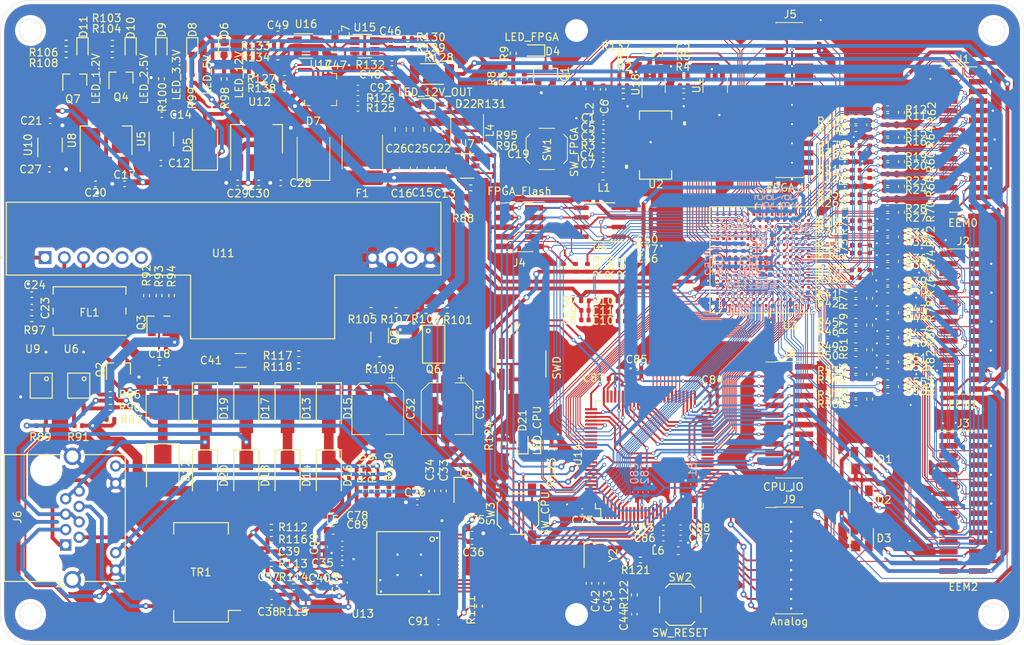
<source format=kicad_pcb>
(kicad_pcb (version 20171130) (host pcbnew 5.1.10-88a1d61d58~88~ubuntu20.04.1)

  (general
    (thickness 1.6)
    (drawings 26)
    (tracks 4226)
    (zones 0)
    (modules 300)
    (nets 308)
  )

  (page A4)
  (layers
    (0 F.Cu signal)
    (1 In1.Cu power)
    (2 In2.Cu power)
    (31 B.Cu signal)
    (32 B.Adhes user)
    (33 F.Adhes user)
    (34 B.Paste user)
    (35 F.Paste user)
    (36 B.SilkS user)
    (37 F.SilkS user)
    (38 B.Mask user)
    (39 F.Mask user)
    (40 Dwgs.User user)
    (41 Cmts.User user)
    (42 Eco1.User user)
    (43 Eco2.User user)
    (44 Edge.Cuts user)
    (45 Margin user)
    (46 B.CrtYd user)
    (47 F.CrtYd user)
    (48 B.Fab user)
    (49 F.Fab user)
  )

  (setup
    (last_trace_width 0.254)
    (user_trace_width 0.127)
    (user_trace_width 0.254)
    (user_trace_width 0.381)
    (user_trace_width 0.508)
    (user_trace_width 0.762)
    (user_trace_width 1.016)
    (user_trace_width 1.27)
    (trace_clearance 0.0889)
    (zone_clearance 0.508)
    (zone_45_only no)
    (trace_min 0.1143)
    (via_size 0.45)
    (via_drill 0.25)
    (via_min_size 0.45)
    (via_min_drill 0.2)
    (user_via 0.45 0.25)
    (user_via 0.5 0.3)
    (user_via 0.8 0.5)
    (user_via 4.199999 4)
    (uvia_size 0.3)
    (uvia_drill 0.1)
    (uvias_allowed no)
    (uvia_min_size 0.25)
    (uvia_min_drill 0.1)
    (edge_width 0.05)
    (segment_width 0.127)
    (pcb_text_width 0.3)
    (pcb_text_size 1.5 1.5)
    (mod_edge_width 0.1524)
    (mod_text_size 1.016 1.016)
    (mod_text_width 0.1524)
    (pad_size 1.524 1.524)
    (pad_drill 0.762)
    (pad_to_mask_clearance 0)
    (solder_mask_min_width 0.00254)
    (aux_axis_origin 0 0)
    (grid_origin 210 57)
    (visible_elements FFFFFF7F)
    (pcbplotparams
      (layerselection 0x010fc_ffffffff)
      (usegerberextensions false)
      (usegerberattributes true)
      (usegerberadvancedattributes true)
      (creategerberjobfile true)
      (excludeedgelayer true)
      (linewidth 0.100000)
      (plotframeref false)
      (viasonmask false)
      (mode 1)
      (useauxorigin false)
      (hpglpennumber 1)
      (hpglpenspeed 20)
      (hpglpendiameter 15.000000)
      (psnegative false)
      (psa4output false)
      (plotreference true)
      (plotvalue true)
      (plotinvisibletext false)
      (padsonsilk false)
      (subtractmaskfromsilk false)
      (outputformat 1)
      (mirror false)
      (drillshape 1)
      (scaleselection 1)
      (outputdirectory ""))
  )

  (net 0 "")
  (net 1 "Net-(C1-Pad1)")
  (net 2 GND)
  (net 3 "Net-(C2-Pad1)")
  (net 4 /HighSpeedADC/+5VA)
  (net 5 /FPGA/GNDPLL0)
  (net 6 /FPGA/VCCPLL0)
  (net 7 /FPGA/GNDPLL1)
  (net 8 /FPGA/VCCPLL1)
  (net 9 +12V_OUT)
  (net 10 /CurrentSenser/12V_CURRENT)
  (net 11 +12V)
  (net 12 +3V3)
  (net 13 "Net-(C24-Pad1)")
  (net 14 +2V5)
  (net 15 +1V2)
  (net 16 +5V)
  (net 17 "Net-(C38-Pad1)")
  (net 18 "Net-(C40-Pad1)")
  (net 19 "Net-(C41-Pad1)")
  (net 20 /Ethernet/+3V3A)
  (net 21 "Net-(C44-Pad2)")
  (net 22 "Net-(C46-Pad1)")
  (net 23 /MCU/+3V3A)
  (net 24 +3V3MP)
  (net 25 "Net-(D4-Pad2)")
  (net 26 "Net-(D4-Pad1)")
  (net 27 "Net-(D9-Pad2)")
  (net 28 "Net-(D10-Pad2)")
  (net 29 "Net-(D11-Pad2)")
  (net 30 "Net-(D13-Pad2)")
  (net 31 /Ethernet/POE_VC-)
  (net 32 /Ethernet/POE_VC+)
  (net 33 "Net-(D15-Pad2)")
  (net 34 "Net-(D17-Pad2)")
  (net 35 "Net-(D19-Pad2)")
  (net 36 "Net-(D21-Pad2)")
  (net 37 /FPGA_IO1)
  (net 38 /FPGA_IO3)
  (net 39 /FPGA_IO5)
  (net 40 /FPGA_IO7)
  (net 41 /FPGA_IO9)
  (net 42 /FPGA_IO11)
  (net 43 /FPGA_IO13)
  (net 44 /FPGA_IO15)
  (net 45 /FPGA_IO14)
  (net 46 /FPGA_IO12)
  (net 47 /FPGA_IO10)
  (net 48 /FPGA_IO8)
  (net 49 /FPGA_IO6)
  (net 50 /FPGA_IO4)
  (net 51 /FPGA_IO2)
  (net 52 /FPGA_IO0)
  (net 53 /MCU/CPU_SWCLK)
  (net 54 /MCU/CPU_SWDIO)
  (net 55 /MCU/CPU_UART4_TX)
  (net 56 /MCU/CPU_UART4_RX)
  (net 57 /MCU/CPU_PWM_CH1)
  (net 58 /MCU/CPU_PWM_CH2)
  (net 59 /MCU/CPU_PWM_CH3)
  (net 60 /MCU/CPU_PWM_CH4)
  (net 61 /MCU/CPU_IIC2_SDA)
  (net 62 /MCU/CPU_IIC2_SCL)
  (net 63 /MCU/CPU_UART1_RX)
  (net 64 /MCU/CPU_UART1_TX)
  (net 65 /MCU/CPU_SPI2_MOSI)
  (net 66 /MCU/CPU_SPI2_MISO)
  (net 67 /MCU/CPU_SPI2_SCK)
  (net 68 /MCU/CPU_SPI2_CS)
  (net 69 /MCU/CPU_DAC1)
  (net 70 /MCU/CPU_DAC0)
  (net 71 /MCU/CPU_ADC5)
  (net 72 /MCU/CPU_ADC4)
  (net 73 /MCU/CPU_ADC3)
  (net 74 /MCU/CPU_ADC2)
  (net 75 /MCU/CPU_ADC1)
  (net 76 /MCU/CPU_ADC0)
  (net 77 /CurrentSenser/12V_SW)
  (net 78 "Net-(Q1-Pad1)")
  (net 79 "Net-(Q2-Pad3)")
  (net 80 /MCU/CPU_RESET)
  (net 81 "Net-(Q7-Pad1)")
  (net 82 "Net-(R4-Pad1)")
  (net 83 /MCU/CPU_POE_AT_EVENT)
  (net 84 /MCU/CPU_POE_SRC_STATUS)
  (net 85 /Ethernet/RJ45_LED_G)
  (net 86 /Ethernet/RJ45_LED_Y)
  (net 87 "Net-(C3-Pad1)")
  (net 88 /CurrentSenser/+3V3A)
  (net 89 /EEM0_IIC_SCL)
  (net 90 /EEM0_IIC_SDA)
  (net 91 /EEM1_IIC_SCL)
  (net 92 /EEM1_IIC_SDA)
  (net 93 /EEM2_IIC_SCL)
  (net 94 /EEM2_IIC_SDA)
  (net 95 /EEM0_7_N)
  (net 96 /EEM0_6_P)
  (net 97 /EEM0_5_N)
  (net 98 /EEM0_4_P)
  (net 99 /EEM0_3_N)
  (net 100 /EEM0_2_P)
  (net 101 /EEM0_1_N)
  (net 102 /EEM0_0_P)
  (net 103 /EEM0_7_P)
  (net 104 /EEM0_6_N)
  (net 105 /EEM0_5_P)
  (net 106 /EEM0_4_N)
  (net 107 /EEM0_3_P)
  (net 108 /EEM0_2_N)
  (net 109 /EEM0_1_P)
  (net 110 /EEM0_0_N)
  (net 111 /EEM1_7_N)
  (net 112 /EEM1_6_P)
  (net 113 /EEM1_5_N)
  (net 114 /EEM1_4_P)
  (net 115 /EEM1_3_N)
  (net 116 /EEM1_2_P)
  (net 117 /EEM1_1_N)
  (net 118 /EEM1_0_P)
  (net 119 /EEM1_7_P)
  (net 120 /EEM1_6_N)
  (net 121 /EEM1_5_P)
  (net 122 /EEM1_4_N)
  (net 123 /EEM1_3_P)
  (net 124 /EEM1_2_N)
  (net 125 /EEM1_1_P)
  (net 126 /EEM1_0_N)
  (net 127 /EEM2_7_N)
  (net 128 /EEM2_6_P)
  (net 129 /EEM2_5_N)
  (net 130 /EEM2_4_P)
  (net 131 /EEM2_3_N)
  (net 132 /EEM2_2_P)
  (net 133 /EEM2_1_N)
  (net 134 /EEM2_0_P)
  (net 135 /EEM2_7_P)
  (net 136 /EEM2_6_N)
  (net 137 /EEM2_5_P)
  (net 138 /EEM2_4_N)
  (net 139 /EEM2_3_P)
  (net 140 /EEM2_2_N)
  (net 141 /EEM2_1_P)
  (net 142 /EEM2_0_N)
  (net 143 /CDONE)
  (net 144 /CRESET)
  (net 145 /SPI_CS)
  (net 146 /ENC_INT)
  (net 147 /ADC_D0)
  (net 148 /ADC_D1)
  (net 149 /ADC_D2)
  (net 150 /ADC_D3)
  (net 151 /ADC_D4)
  (net 152 /ADC_D5)
  (net 153 /ADC_D6)
  (net 154 /ADC_D7)
  (net 155 /ADC_CLK)
  (net 156 /FSMC_CLK)
  (net 157 /FSMC_D15)
  (net 158 /FSMC_D9)
  (net 159 /FSMC_D10)
  (net 160 /FSMC_D0)
  (net 161 /FSMC_A7)
  (net 162 /FSMC_NL)
  (net 163 /FSMC_NBL0)
  (net 164 /FSMC_D6)
  (net 165 /FSMC_D7)
  (net 166 /FSMC_D5)
  (net 167 /FSMC_D1)
  (net 168 /FSMC_A3)
  (net 169 /FSMC_A1)
  (net 170 /FSMC_NWAIT)
  (net 171 /FSMC_NOE)
  (net 172 /FSMC_D12)
  (net 173 /FSMC_D8)
  (net 174 /FSMC_D3)
  (net 175 /FSMC_A4)
  (net 176 /FSMC_A6)
  (net 177 /FSMC_A0)
  (net 178 /FSMC_NBL1)
  (net 179 /FSMC_D14)
  (net 180 /FSMC_D11)
  (net 181 /FSMC_D4)
  (net 182 /FSMC_A2)
  (net 183 /FSMC_D13)
  (net 184 /FSMC_D2)
  (net 185 /FSMC_A5)
  (net 186 /FSMC_NE1)
  (net 187 /FSMC_NWE)
  (net 188 /CSBSEL0)
  (net 189 /SPI_MOSI)
  (net 190 /SPI_MISO)
  (net 191 /CSBSEL1)
  (net 192 /SPI_SCK)
  (net 193 /SPI_ENC_CS)
  (net 194 "Net-(C5-Pad2)")
  (net 195 "Net-(C7-Pad2)")
  (net 196 "Net-(C18-Pad2)")
  (net 197 "Net-(C18-Pad1)")
  (net 198 "Net-(C19-Pad2)")
  (net 199 "Net-(C19-Pad1)")
  (net 200 "Net-(C23-Pad2)")
  (net 201 "Net-(C31-Pad1)")
  (net 202 "Net-(C33-Pad1)")
  (net 203 "Net-(C34-Pad1)")
  (net 204 "Net-(C36-Pad2)")
  (net 205 "Net-(C37-Pad2)")
  (net 206 "Net-(C37-Pad1)")
  (net 207 "Net-(C38-Pad2)")
  (net 208 "Net-(C39-Pad1)")
  (net 209 "Net-(C42-Pad1)")
  (net 210 "Net-(C43-Pad1)")
  (net 211 "Net-(D6-Pad2)")
  (net 212 "Net-(D8-Pad2)")
  (net 213 "Net-(D10-Pad1)")
  (net 214 "Net-(D11-Pad1)")
  (net 215 "Net-(D21-Pad1)")
  (net 216 "Net-(D22-Pad1)")
  (net 217 "Net-(Q3-Pad1)")
  (net 218 "Net-(Q4-Pad1)")
  (net 219 "Net-(Q5-Pad6)")
  (net 220 "Net-(Q5-Pad2)")
  (net 221 "Net-(Q5-Pad3)")
  (net 222 "Net-(R87-Pad1)")
  (net 223 "Net-(R132-Pad2)")
  (net 224 "Net-(U11-Pad3)")
  (net 225 "Net-(U15-Pad3)")
  (net 226 "Net-(C46-Pad2)")
  (net 227 "Net-(D22-Pad2)")
  (net 228 HSADC_IN)
  (net 229 "Net-(J6-Pad12)")
  (net 230 "Net-(J6-Pad10)")
  (net 231 "Net-(J6-Pad6)")
  (net 232 "Net-(J6-Pad2)")
  (net 233 "Net-(J6-Pad3)")
  (net 234 "Net-(J6-Pad1)")
  (net 235 "Net-(R86-Pad2)")
  (net 236 "Net-(R88-Pad1)")
  (net 237 "Net-(R95-Pad1)")
  (net 238 "Net-(R97-Pad2)")
  (net 239 "Net-(R110-Pad1)")
  (net 240 "Net-(R112-Pad1)")
  (net 241 "Net-(R113-Pad2)")
  (net 242 "Net-(R123-Pad1)")
  (net 243 "Net-(R133-Pad2)")
  (net 244 "Net-(SW3-Pad2)")
  (net 245 /FPGA/LVDS0_0_P)
  (net 246 /FPGA/LVDS0_0_N)
  (net 247 /FPGA/LVDS0_1_P)
  (net 248 /FPGA/LVDS0_1_N)
  (net 249 /FPGA/LVDS0_2_P)
  (net 250 /FPGA/LVDS0_2_N)
  (net 251 /FPGA/LVDS0_3_P)
  (net 252 /FPGA/LVDS0_3_N)
  (net 253 /FPGA/LVDS0_4_P)
  (net 254 /FPGA/LVDS0_4_N)
  (net 255 /FPGA/LVDS0_5_P)
  (net 256 /FPGA/LVDS0_5_N)
  (net 257 /FPGA/LVDS0_6_P)
  (net 258 /FPGA/LVDS0_6_N)
  (net 259 /FPGA/LVDS0_7_P)
  (net 260 /FPGA/LVDS0_7_N)
  (net 261 /FPGA/LVDS1_0_P)
  (net 262 /FPGA/LVDS1_0_N)
  (net 263 /FPGA/LVDS1_1_P)
  (net 264 /FPGA/LVDS1_1_N)
  (net 265 /FPGA/LVDS1_2_P)
  (net 266 /FPGA/LVDS1_2_N)
  (net 267 /FPGA/LVDS1_3_P)
  (net 268 /FPGA/LVDS1_3_N)
  (net 269 /FPGA/LVDS1_4_P)
  (net 270 /FPGA/LVDS1_4_N)
  (net 271 /FPGA/LVDS1_5_P)
  (net 272 /FPGA/LVDS1_5_N)
  (net 273 /FPGA/LVDS1_6_P)
  (net 274 /FPGA/LVDS1_6_N)
  (net 275 /FPGA/LVDS1_7_P)
  (net 276 /FPGA/LVDS1_7_N)
  (net 277 /FPGA/LVDS2_0_P)
  (net 278 /FPGA/LVDS2_0_N)
  (net 279 /FPGA/LVDS2_1_P)
  (net 280 /FPGA/LVDS2_1_N)
  (net 281 /FPGA/LVDS2_2_P)
  (net 282 /FPGA/LVDS2_2_N)
  (net 283 /FPGA/LVDS2_3_P)
  (net 284 /FPGA/LVDS2_3_N)
  (net 285 /FPGA/LVDS2_4_P)
  (net 286 /FPGA/LVDS2_4_N)
  (net 287 /FPGA/LVDS2_5_P)
  (net 288 /FPGA/LVDS2_5_N)
  (net 289 /FPGA/LVDS2_6_P)
  (net 290 /FPGA/LVDS2_6_N)
  (net 291 /FPGA/LVDS2_7_P)
  (net 292 /FPGA/LVDS2_7_N)
  (net 293 /FPGA/FPGA_LED)
  (net 294 /FPGA/FPGA_KEY)
  (net 295 /IIC_SCL)
  (net 296 /IIC_SDA)
  (net 297 "Net-(R1-Pad2)")
  (net 298 "Net-(R2-Pad2)")
  (net 299 "Net-(C22-Pad1)")
  (net 300 /MCU/ADC6)
  (net 301 /MCU/ADC7)
  (net 302 +6V)
  (net 303 "Net-(R5-Pad1)")
  (net 304 "Net-(C92-Pad1)")
  (net 305 "Net-(R125-Pad1)")
  (net 306 "Net-(R126-Pad1)")
  (net 307 /CurrentSenser/12V_OUT_FAULT)

  (net_class Default "This is the default net class."
    (clearance 0.0889)
    (trace_width 0.254)
    (via_dia 0.45)
    (via_drill 0.25)
    (uvia_dia 0.3)
    (uvia_drill 0.1)
    (diff_pair_width 0.127)
    (diff_pair_gap 0.1016)
    (add_net +12V)
    (add_net +12V_OUT)
    (add_net +1V2)
    (add_net +2V5)
    (add_net +3V3)
    (add_net +3V3MP)
    (add_net +5V)
    (add_net +6V)
    (add_net /ADC_CLK)
    (add_net /ADC_D0)
    (add_net /ADC_D1)
    (add_net /ADC_D2)
    (add_net /ADC_D3)
    (add_net /ADC_D4)
    (add_net /ADC_D5)
    (add_net /ADC_D6)
    (add_net /ADC_D7)
    (add_net /CDONE)
    (add_net /CRESET)
    (add_net /CSBSEL0)
    (add_net /CSBSEL1)
    (add_net /CurrentSenser/+3V3A)
    (add_net /CurrentSenser/12V_CURRENT)
    (add_net /CurrentSenser/12V_OUT_FAULT)
    (add_net /CurrentSenser/12V_SW)
    (add_net /ENC_INT)
    (add_net /Ethernet/+3V3A)
    (add_net /Ethernet/POE_VC+)
    (add_net /Ethernet/POE_VC-)
    (add_net /Ethernet/RJ45_LED_G)
    (add_net /Ethernet/RJ45_LED_Y)
    (add_net /FPGA/FPGA_KEY)
    (add_net /FPGA/FPGA_LED)
    (add_net /FPGA/GNDPLL0)
    (add_net /FPGA/GNDPLL1)
    (add_net /FPGA/VCCPLL0)
    (add_net /FPGA/VCCPLL1)
    (add_net /FPGA_IO0)
    (add_net /FPGA_IO1)
    (add_net /FPGA_IO10)
    (add_net /FPGA_IO11)
    (add_net /FPGA_IO12)
    (add_net /FPGA_IO13)
    (add_net /FPGA_IO14)
    (add_net /FPGA_IO15)
    (add_net /FPGA_IO2)
    (add_net /FPGA_IO3)
    (add_net /FPGA_IO4)
    (add_net /FPGA_IO5)
    (add_net /FPGA_IO6)
    (add_net /FPGA_IO7)
    (add_net /FPGA_IO8)
    (add_net /FPGA_IO9)
    (add_net /FSMC_A0)
    (add_net /FSMC_A1)
    (add_net /FSMC_A2)
    (add_net /FSMC_A3)
    (add_net /FSMC_A4)
    (add_net /FSMC_A5)
    (add_net /FSMC_A6)
    (add_net /FSMC_A7)
    (add_net /FSMC_CLK)
    (add_net /FSMC_D0)
    (add_net /FSMC_D1)
    (add_net /FSMC_D10)
    (add_net /FSMC_D11)
    (add_net /FSMC_D12)
    (add_net /FSMC_D13)
    (add_net /FSMC_D14)
    (add_net /FSMC_D15)
    (add_net /FSMC_D2)
    (add_net /FSMC_D3)
    (add_net /FSMC_D4)
    (add_net /FSMC_D5)
    (add_net /FSMC_D6)
    (add_net /FSMC_D7)
    (add_net /FSMC_D8)
    (add_net /FSMC_D9)
    (add_net /FSMC_NBL0)
    (add_net /FSMC_NBL1)
    (add_net /FSMC_NE1)
    (add_net /FSMC_NL)
    (add_net /FSMC_NOE)
    (add_net /FSMC_NWAIT)
    (add_net /FSMC_NWE)
    (add_net /HighSpeedADC/+5VA)
    (add_net /IIC_SCL)
    (add_net /IIC_SDA)
    (add_net /MCU/+3V3A)
    (add_net /MCU/ADC6)
    (add_net /MCU/ADC7)
    (add_net /MCU/CPU_ADC0)
    (add_net /MCU/CPU_ADC1)
    (add_net /MCU/CPU_ADC2)
    (add_net /MCU/CPU_ADC3)
    (add_net /MCU/CPU_ADC4)
    (add_net /MCU/CPU_ADC5)
    (add_net /MCU/CPU_DAC0)
    (add_net /MCU/CPU_DAC1)
    (add_net /MCU/CPU_IIC2_SCL)
    (add_net /MCU/CPU_IIC2_SDA)
    (add_net /MCU/CPU_POE_AT_EVENT)
    (add_net /MCU/CPU_POE_SRC_STATUS)
    (add_net /MCU/CPU_PWM_CH1)
    (add_net /MCU/CPU_PWM_CH2)
    (add_net /MCU/CPU_PWM_CH3)
    (add_net /MCU/CPU_PWM_CH4)
    (add_net /MCU/CPU_RESET)
    (add_net /MCU/CPU_SPI2_CS)
    (add_net /MCU/CPU_SPI2_MISO)
    (add_net /MCU/CPU_SPI2_MOSI)
    (add_net /MCU/CPU_SPI2_SCK)
    (add_net /MCU/CPU_SWCLK)
    (add_net /MCU/CPU_SWDIO)
    (add_net /MCU/CPU_UART1_RX)
    (add_net /MCU/CPU_UART1_TX)
    (add_net /MCU/CPU_UART4_RX)
    (add_net /MCU/CPU_UART4_TX)
    (add_net /SPI_CS)
    (add_net /SPI_ENC_CS)
    (add_net /SPI_MISO)
    (add_net /SPI_MOSI)
    (add_net /SPI_SCK)
    (add_net GND)
    (add_net HSADC_IN)
    (add_net "Net-(C1-Pad1)")
    (add_net "Net-(C18-Pad1)")
    (add_net "Net-(C18-Pad2)")
    (add_net "Net-(C19-Pad1)")
    (add_net "Net-(C19-Pad2)")
    (add_net "Net-(C2-Pad1)")
    (add_net "Net-(C22-Pad1)")
    (add_net "Net-(C23-Pad2)")
    (add_net "Net-(C24-Pad1)")
    (add_net "Net-(C3-Pad1)")
    (add_net "Net-(C31-Pad1)")
    (add_net "Net-(C33-Pad1)")
    (add_net "Net-(C34-Pad1)")
    (add_net "Net-(C36-Pad2)")
    (add_net "Net-(C37-Pad1)")
    (add_net "Net-(C37-Pad2)")
    (add_net "Net-(C38-Pad1)")
    (add_net "Net-(C38-Pad2)")
    (add_net "Net-(C39-Pad1)")
    (add_net "Net-(C40-Pad1)")
    (add_net "Net-(C41-Pad1)")
    (add_net "Net-(C42-Pad1)")
    (add_net "Net-(C43-Pad1)")
    (add_net "Net-(C44-Pad2)")
    (add_net "Net-(C46-Pad1)")
    (add_net "Net-(C46-Pad2)")
    (add_net "Net-(C5-Pad2)")
    (add_net "Net-(C7-Pad2)")
    (add_net "Net-(C92-Pad1)")
    (add_net "Net-(D10-Pad1)")
    (add_net "Net-(D10-Pad2)")
    (add_net "Net-(D11-Pad1)")
    (add_net "Net-(D11-Pad2)")
    (add_net "Net-(D13-Pad2)")
    (add_net "Net-(D15-Pad2)")
    (add_net "Net-(D17-Pad2)")
    (add_net "Net-(D19-Pad2)")
    (add_net "Net-(D21-Pad1)")
    (add_net "Net-(D21-Pad2)")
    (add_net "Net-(D22-Pad1)")
    (add_net "Net-(D22-Pad2)")
    (add_net "Net-(D4-Pad1)")
    (add_net "Net-(D4-Pad2)")
    (add_net "Net-(D6-Pad2)")
    (add_net "Net-(D8-Pad2)")
    (add_net "Net-(D9-Pad2)")
    (add_net "Net-(J6-Pad1)")
    (add_net "Net-(J6-Pad10)")
    (add_net "Net-(J6-Pad12)")
    (add_net "Net-(J6-Pad2)")
    (add_net "Net-(J6-Pad3)")
    (add_net "Net-(J6-Pad6)")
    (add_net "Net-(Q1-Pad1)")
    (add_net "Net-(Q2-Pad3)")
    (add_net "Net-(Q3-Pad1)")
    (add_net "Net-(Q4-Pad1)")
    (add_net "Net-(Q5-Pad2)")
    (add_net "Net-(Q5-Pad3)")
    (add_net "Net-(Q5-Pad6)")
    (add_net "Net-(Q7-Pad1)")
    (add_net "Net-(R1-Pad2)")
    (add_net "Net-(R110-Pad1)")
    (add_net "Net-(R112-Pad1)")
    (add_net "Net-(R113-Pad2)")
    (add_net "Net-(R123-Pad1)")
    (add_net "Net-(R125-Pad1)")
    (add_net "Net-(R126-Pad1)")
    (add_net "Net-(R132-Pad2)")
    (add_net "Net-(R133-Pad2)")
    (add_net "Net-(R2-Pad2)")
    (add_net "Net-(R4-Pad1)")
    (add_net "Net-(R5-Pad1)")
    (add_net "Net-(R86-Pad2)")
    (add_net "Net-(R87-Pad1)")
    (add_net "Net-(R88-Pad1)")
    (add_net "Net-(R95-Pad1)")
    (add_net "Net-(R97-Pad2)")
    (add_net "Net-(SW3-Pad2)")
    (add_net "Net-(U11-Pad3)")
    (add_net "Net-(U15-Pad3)")
  )

  (net_class Diff_In ""
    (clearance 0.0889)
    (trace_width 0.1524)
    (via_dia 0.8)
    (via_drill 0.4)
    (uvia_dia 0.3)
    (uvia_drill 0.1)
    (diff_pair_width 0.1143)
    (diff_pair_gap 0.1524)
  )

  (net_class Diff_Out ""
    (clearance 0.0889)
    (trace_width 0.127)
    (via_dia 0.8)
    (via_drill 0.4)
    (uvia_dia 0.3)
    (uvia_drill 0.1)
    (diff_pair_width 0.127)
    (diff_pair_gap 0.127)
    (add_net /EEM0_0_N)
    (add_net /EEM0_0_P)
    (add_net /EEM0_1_N)
    (add_net /EEM0_1_P)
    (add_net /EEM0_2_N)
    (add_net /EEM0_2_P)
    (add_net /EEM0_3_N)
    (add_net /EEM0_3_P)
    (add_net /EEM0_4_N)
    (add_net /EEM0_4_P)
    (add_net /EEM0_5_N)
    (add_net /EEM0_5_P)
    (add_net /EEM0_6_N)
    (add_net /EEM0_6_P)
    (add_net /EEM0_7_N)
    (add_net /EEM0_7_P)
    (add_net /EEM0_IIC_SCL)
    (add_net /EEM0_IIC_SDA)
    (add_net /EEM1_0_N)
    (add_net /EEM1_0_P)
    (add_net /EEM1_1_N)
    (add_net /EEM1_1_P)
    (add_net /EEM1_2_N)
    (add_net /EEM1_2_P)
    (add_net /EEM1_3_N)
    (add_net /EEM1_3_P)
    (add_net /EEM1_4_N)
    (add_net /EEM1_4_P)
    (add_net /EEM1_5_N)
    (add_net /EEM1_5_P)
    (add_net /EEM1_6_N)
    (add_net /EEM1_6_P)
    (add_net /EEM1_7_N)
    (add_net /EEM1_7_P)
    (add_net /EEM1_IIC_SCL)
    (add_net /EEM1_IIC_SDA)
    (add_net /EEM2_0_N)
    (add_net /EEM2_0_P)
    (add_net /EEM2_1_N)
    (add_net /EEM2_1_P)
    (add_net /EEM2_2_N)
    (add_net /EEM2_2_P)
    (add_net /EEM2_3_N)
    (add_net /EEM2_3_P)
    (add_net /EEM2_4_N)
    (add_net /EEM2_4_P)
    (add_net /EEM2_5_N)
    (add_net /EEM2_5_P)
    (add_net /EEM2_6_N)
    (add_net /EEM2_6_P)
    (add_net /EEM2_7_N)
    (add_net /EEM2_7_P)
    (add_net /EEM2_IIC_SCL)
    (add_net /EEM2_IIC_SDA)
    (add_net /FPGA/LVDS0_0_N)
    (add_net /FPGA/LVDS0_0_P)
    (add_net /FPGA/LVDS0_1_N)
    (add_net /FPGA/LVDS0_1_P)
    (add_net /FPGA/LVDS0_2_N)
    (add_net /FPGA/LVDS0_2_P)
    (add_net /FPGA/LVDS0_3_N)
    (add_net /FPGA/LVDS0_3_P)
    (add_net /FPGA/LVDS0_4_N)
    (add_net /FPGA/LVDS0_4_P)
    (add_net /FPGA/LVDS0_5_N)
    (add_net /FPGA/LVDS0_5_P)
    (add_net /FPGA/LVDS0_6_N)
    (add_net /FPGA/LVDS0_6_P)
    (add_net /FPGA/LVDS0_7_N)
    (add_net /FPGA/LVDS0_7_P)
    (add_net /FPGA/LVDS1_0_N)
    (add_net /FPGA/LVDS1_0_P)
    (add_net /FPGA/LVDS1_1_N)
    (add_net /FPGA/LVDS1_1_P)
    (add_net /FPGA/LVDS1_2_N)
    (add_net /FPGA/LVDS1_2_P)
    (add_net /FPGA/LVDS1_3_N)
    (add_net /FPGA/LVDS1_3_P)
    (add_net /FPGA/LVDS1_4_N)
    (add_net /FPGA/LVDS1_4_P)
    (add_net /FPGA/LVDS1_5_N)
    (add_net /FPGA/LVDS1_5_P)
    (add_net /FPGA/LVDS1_6_N)
    (add_net /FPGA/LVDS1_6_P)
    (add_net /FPGA/LVDS1_7_N)
    (add_net /FPGA/LVDS1_7_P)
    (add_net /FPGA/LVDS2_0_N)
    (add_net /FPGA/LVDS2_0_P)
    (add_net /FPGA/LVDS2_1_N)
    (add_net /FPGA/LVDS2_1_P)
    (add_net /FPGA/LVDS2_2_N)
    (add_net /FPGA/LVDS2_2_P)
    (add_net /FPGA/LVDS2_3_N)
    (add_net /FPGA/LVDS2_3_P)
    (add_net /FPGA/LVDS2_4_N)
    (add_net /FPGA/LVDS2_4_P)
    (add_net /FPGA/LVDS2_5_N)
    (add_net /FPGA/LVDS2_5_P)
    (add_net /FPGA/LVDS2_6_N)
    (add_net /FPGA/LVDS2_6_P)
    (add_net /FPGA/LVDS2_7_N)
    (add_net /FPGA/LVDS2_7_P)
  )

  (module Package_TO_SOT_SMD:TSOT-23-6 (layer F.Cu) (tedit 5A02FF57) (tstamp 61079B51)
    (at 165.14 64.31 90)
    (descr "6-pin TSOT23 package, http://cds.linear.com/docs/en/packaging/SOT_6_05-08-1636.pdf")
    (tags "TSOT-23-6 MK06A TSOT-6")
    (path /60FB17F2/6286F181)
    (attr smd)
    (fp_text reference U18 (at 0.19 -2.35 90) (layer F.SilkS)
      (effects (font (size 1 1) (thickness 0.15)))
    )
    (fp_text value LMH6611 (at 0 2.5 90) (layer F.Fab) hide
      (effects (font (size 1 1) (thickness 0.15)))
    )
    (fp_text user %R (at 0 0) (layer F.Fab) hide
      (effects (font (size 0.5 0.5) (thickness 0.075)))
    )
    (fp_line (start -0.88 1.56) (end 0.88 1.56) (layer F.SilkS) (width 0.12))
    (fp_line (start 0.88 -1.51) (end -1.55 -1.51) (layer F.SilkS) (width 0.12))
    (fp_line (start -0.88 -1) (end -0.43 -1.45) (layer F.Fab) (width 0.1))
    (fp_line (start 0.88 -1.45) (end -0.43 -1.45) (layer F.Fab) (width 0.1))
    (fp_line (start -0.88 -1) (end -0.88 1.45) (layer F.Fab) (width 0.1))
    (fp_line (start 0.88 1.45) (end -0.88 1.45) (layer F.Fab) (width 0.1))
    (fp_line (start 0.88 -1.45) (end 0.88 1.45) (layer F.Fab) (width 0.1))
    (fp_line (start -2.17 -1.7) (end 2.17 -1.7) (layer F.CrtYd) (width 0.05))
    (fp_line (start -2.17 -1.7) (end -2.17 1.7) (layer F.CrtYd) (width 0.05))
    (fp_line (start 2.17 1.7) (end 2.17 -1.7) (layer F.CrtYd) (width 0.05))
    (fp_line (start 2.17 1.7) (end -2.17 1.7) (layer F.CrtYd) (width 0.05))
    (pad 6 smd rect (at 1.31 -0.95 90) (size 1.22 0.65) (layers F.Cu F.Paste F.Mask)
      (net 4 /HighSpeedADC/+5VA))
    (pad 5 smd rect (at 1.31 0 90) (size 1.22 0.65) (layers F.Cu F.Paste F.Mask)
      (net 4 /HighSpeedADC/+5VA))
    (pad 4 smd rect (at 1.31 0.95 90) (size 1.22 0.65) (layers F.Cu F.Paste F.Mask)
      (net 297 "Net-(R1-Pad2)"))
    (pad 3 smd rect (at -1.31 0.95 90) (size 1.22 0.65) (layers F.Cu F.Paste F.Mask)
      (net 82 "Net-(R4-Pad1)"))
    (pad 2 smd rect (at -1.31 0 90) (size 1.22 0.65) (layers F.Cu F.Paste F.Mask)
      (net 2 GND))
    (pad 1 smd rect (at -1.31 -0.95 90) (size 1.22 0.65) (layers F.Cu F.Paste F.Mask)
      (net 298 "Net-(R2-Pad2)"))
    (model ${KISYS3DMOD}/Package_TO_SOT_SMD.3dshapes/TSOT-23-6.wrl
      (at (xyz 0 0 0))
      (scale (xyz 1 1 1))
      (rotate (xyz 0 0 0))
    )
  )

  (module Package_TO_SOT_SMD:SOT-23-5 (layer F.Cu) (tedit 5A02FF57) (tstamp 610793F9)
    (at 173.28 64.28 270)
    (descr "5-pin SOT23 package")
    (tags SOT-23-5)
    (path /60FB17F2/628C361F)
    (attr smd)
    (fp_text reference U1 (at 0 2.46 90) (layer F.SilkS)
      (effects (font (size 1 1) (thickness 0.15)))
    )
    (fp_text value LMV321 (at 0 2.9 90) (layer F.Fab) hide
      (effects (font (size 1 1) (thickness 0.15)))
    )
    (fp_text user %R (at 0 0) (layer F.Fab) hide
      (effects (font (size 0.5 0.5) (thickness 0.075)))
    )
    (fp_line (start -0.9 1.61) (end 0.9 1.61) (layer F.SilkS) (width 0.12))
    (fp_line (start 0.9 -1.61) (end -1.55 -1.61) (layer F.SilkS) (width 0.12))
    (fp_line (start -1.9 -1.8) (end 1.9 -1.8) (layer F.CrtYd) (width 0.05))
    (fp_line (start 1.9 -1.8) (end 1.9 1.8) (layer F.CrtYd) (width 0.05))
    (fp_line (start 1.9 1.8) (end -1.9 1.8) (layer F.CrtYd) (width 0.05))
    (fp_line (start -1.9 1.8) (end -1.9 -1.8) (layer F.CrtYd) (width 0.05))
    (fp_line (start -0.9 -0.9) (end -0.25 -1.55) (layer F.Fab) (width 0.1))
    (fp_line (start 0.9 -1.55) (end -0.25 -1.55) (layer F.Fab) (width 0.1))
    (fp_line (start -0.9 -0.9) (end -0.9 1.55) (layer F.Fab) (width 0.1))
    (fp_line (start 0.9 1.55) (end -0.9 1.55) (layer F.Fab) (width 0.1))
    (fp_line (start 0.9 -1.55) (end 0.9 1.55) (layer F.Fab) (width 0.1))
    (pad 5 smd rect (at 1.1 -0.95 270) (size 1.06 0.65) (layers F.Cu F.Paste F.Mask)
      (net 4 /HighSpeedADC/+5VA))
    (pad 4 smd rect (at 1.1 0.95 270) (size 1.06 0.65) (layers F.Cu F.Paste F.Mask)
      (net 303 "Net-(R5-Pad1)"))
    (pad 3 smd rect (at -1.1 0.95 270) (size 1.06 0.65) (layers F.Cu F.Paste F.Mask)
      (net 303 "Net-(R5-Pad1)"))
    (pad 2 smd rect (at -1.1 0 270) (size 1.06 0.65) (layers F.Cu F.Paste F.Mask)
      (net 2 GND))
    (pad 1 smd rect (at -1.1 -0.95 270) (size 1.06 0.65) (layers F.Cu F.Paste F.Mask)
      (net 3 "Net-(C2-Pad1)"))
    (model ${KISYS3DMOD}/Package_TO_SOT_SMD.3dshapes/SOT-23-5.wrl
      (at (xyz 0 0 0))
      (scale (xyz 1 1 1))
      (rotate (xyz 0 0 0))
    )
  )

  (module Capacitor_SMD:C_0402_1005Metric (layer F.Cu) (tedit 5F68FEEE) (tstamp 61077474)
    (at 165.14 61.16)
    (descr "Capacitor SMD 0402 (1005 Metric), square (rectangular) end terminal, IPC_7351 nominal, (Body size source: IPC-SM-782 page 76, https://www.pcb-3d.com/wordpress/wp-content/uploads/ipc-sm-782a_amendment_1_and_2.pdf), generated with kicad-footprint-generator")
    (tags capacitor)
    (path /60FB17F2/628EF120)
    (attr smd)
    (fp_text reference C93 (at -0.05 -1.19) (layer F.SilkS)
      (effects (font (size 1 1) (thickness 0.15)))
    )
    (fp_text value 0.1uF (at 0 1.16) (layer F.Fab) hide
      (effects (font (size 1 1) (thickness 0.15)))
    )
    (fp_text user %R (at 0 0) (layer F.Fab) hide
      (effects (font (size 0.25 0.25) (thickness 0.04)))
    )
    (fp_line (start -0.5 0.25) (end -0.5 -0.25) (layer F.Fab) (width 0.1))
    (fp_line (start -0.5 -0.25) (end 0.5 -0.25) (layer F.Fab) (width 0.1))
    (fp_line (start 0.5 -0.25) (end 0.5 0.25) (layer F.Fab) (width 0.1))
    (fp_line (start 0.5 0.25) (end -0.5 0.25) (layer F.Fab) (width 0.1))
    (fp_line (start -0.107836 -0.36) (end 0.107836 -0.36) (layer F.SilkS) (width 0.12))
    (fp_line (start -0.107836 0.36) (end 0.107836 0.36) (layer F.SilkS) (width 0.12))
    (fp_line (start -0.91 0.46) (end -0.91 -0.46) (layer F.CrtYd) (width 0.05))
    (fp_line (start -0.91 -0.46) (end 0.91 -0.46) (layer F.CrtYd) (width 0.05))
    (fp_line (start 0.91 -0.46) (end 0.91 0.46) (layer F.CrtYd) (width 0.05))
    (fp_line (start 0.91 0.46) (end -0.91 0.46) (layer F.CrtYd) (width 0.05))
    (pad 2 smd roundrect (at 0.48 0) (size 0.56 0.62) (layers F.Cu F.Paste F.Mask) (roundrect_rratio 0.25)
      (net 2 GND))
    (pad 1 smd roundrect (at -0.48 0) (size 0.56 0.62) (layers F.Cu F.Paste F.Mask) (roundrect_rratio 0.25)
      (net 4 /HighSpeedADC/+5VA))
    (model ${KISYS3DMOD}/Capacitor_SMD.3dshapes/C_0402_1005Metric.wrl
      (at (xyz 0 0 0))
      (scale (xyz 1 1 1))
      (rotate (xyz 0 0 0))
    )
  )

  (module Resistor_SMD:R_0402_1005Metric (layer F.Cu) (tedit 5F68FEEE) (tstamp 610526EC)
    (at 116.48 64.61 180)
    (descr "Resistor SMD 0402 (1005 Metric), square (rectangular) end terminal, IPC_7351 nominal, (Body size source: IPC-SM-782 page 72, https://www.pcb-3d.com/wordpress/wp-content/uploads/ipc-sm-782a_amendment_1_and_2.pdf), generated with kicad-footprint-generator")
    (tags resistor)
    (path /60E3407A/6282003A)
    (attr smd)
    (fp_text reference R138 (at 3.01 -0.01) (layer F.SilkS)
      (effects (font (size 1 1) (thickness 0.15)))
    )
    (fp_text value 10k (at 0 1.17) (layer F.Fab) hide
      (effects (font (size 1 1) (thickness 0.15)))
    )
    (fp_text user %R (at 0 0) (layer F.Fab) hide
      (effects (font (size 0.26 0.26) (thickness 0.04)))
    )
    (fp_line (start -0.525 0.27) (end -0.525 -0.27) (layer F.Fab) (width 0.1))
    (fp_line (start -0.525 -0.27) (end 0.525 -0.27) (layer F.Fab) (width 0.1))
    (fp_line (start 0.525 -0.27) (end 0.525 0.27) (layer F.Fab) (width 0.1))
    (fp_line (start 0.525 0.27) (end -0.525 0.27) (layer F.Fab) (width 0.1))
    (fp_line (start -0.153641 -0.38) (end 0.153641 -0.38) (layer F.SilkS) (width 0.12))
    (fp_line (start -0.153641 0.38) (end 0.153641 0.38) (layer F.SilkS) (width 0.12))
    (fp_line (start -0.93 0.47) (end -0.93 -0.47) (layer F.CrtYd) (width 0.05))
    (fp_line (start -0.93 -0.47) (end 0.93 -0.47) (layer F.CrtYd) (width 0.05))
    (fp_line (start 0.93 -0.47) (end 0.93 0.47) (layer F.CrtYd) (width 0.05))
    (fp_line (start 0.93 0.47) (end -0.93 0.47) (layer F.CrtYd) (width 0.05))
    (pad 2 smd roundrect (at 0.51 0 180) (size 0.54 0.64) (layers F.Cu F.Paste F.Mask) (roundrect_rratio 0.25)
      (net 12 +3V3))
    (pad 1 smd roundrect (at -0.51 0 180) (size 0.54 0.64) (layers F.Cu F.Paste F.Mask) (roundrect_rratio 0.25)
      (net 77 /CurrentSenser/12V_SW))
    (model ${KISYS3DMOD}/Resistor_SMD.3dshapes/R_0402_1005Metric.wrl
      (at (xyz 0 0 0))
      (scale (xyz 1 1 1))
      (rotate (xyz 0 0 0))
    )
  )

  (module Resistor_SMD:R_0402_1005Metric (layer F.Cu) (tedit 5F68FEEE) (tstamp 6105259B)
    (at 116.48 63.32)
    (descr "Resistor SMD 0402 (1005 Metric), square (rectangular) end terminal, IPC_7351 nominal, (Body size source: IPC-SM-782 page 72, https://www.pcb-3d.com/wordpress/wp-content/uploads/ipc-sm-782a_amendment_1_and_2.pdf), generated with kicad-footprint-generator")
    (tags resistor)
    (path /60E3407A/628126CC)
    (attr smd)
    (fp_text reference R127 (at -3.05 0.03) (layer F.SilkS)
      (effects (font (size 1 1) (thickness 0.15)))
    )
    (fp_text value 10k (at 0 1.17) (layer F.Fab) hide
      (effects (font (size 1 1) (thickness 0.15)))
    )
    (fp_text user %R (at 0 0) (layer F.Fab) hide
      (effects (font (size 0.26 0.26) (thickness 0.04)))
    )
    (fp_line (start -0.525 0.27) (end -0.525 -0.27) (layer F.Fab) (width 0.1))
    (fp_line (start -0.525 -0.27) (end 0.525 -0.27) (layer F.Fab) (width 0.1))
    (fp_line (start 0.525 -0.27) (end 0.525 0.27) (layer F.Fab) (width 0.1))
    (fp_line (start 0.525 0.27) (end -0.525 0.27) (layer F.Fab) (width 0.1))
    (fp_line (start -0.153641 -0.38) (end 0.153641 -0.38) (layer F.SilkS) (width 0.12))
    (fp_line (start -0.153641 0.38) (end 0.153641 0.38) (layer F.SilkS) (width 0.12))
    (fp_line (start -0.93 0.47) (end -0.93 -0.47) (layer F.CrtYd) (width 0.05))
    (fp_line (start -0.93 -0.47) (end 0.93 -0.47) (layer F.CrtYd) (width 0.05))
    (fp_line (start 0.93 -0.47) (end 0.93 0.47) (layer F.CrtYd) (width 0.05))
    (fp_line (start 0.93 0.47) (end -0.93 0.47) (layer F.CrtYd) (width 0.05))
    (pad 2 smd roundrect (at 0.51 0) (size 0.54 0.64) (layers F.Cu F.Paste F.Mask) (roundrect_rratio 0.25)
      (net 307 /CurrentSenser/12V_OUT_FAULT))
    (pad 1 smd roundrect (at -0.51 0) (size 0.54 0.64) (layers F.Cu F.Paste F.Mask) (roundrect_rratio 0.25)
      (net 12 +3V3))
    (model ${KISYS3DMOD}/Resistor_SMD.3dshapes/R_0402_1005Metric.wrl
      (at (xyz 0 0 0))
      (scale (xyz 1 1 1))
      (rotate (xyz 0 0 0))
    )
  )

  (module Package_DFN_QFN:QFN-16-1EP_4x4mm_P0.65mm_EP2.7x2.7mm (layer F.Cu) (tedit 5DC5F6A3) (tstamp 6102DBB6)
    (at 121.255 64.7925)
    (descr "QFN, 16 Pin (https://www.allegromicro.com/~/media/Files/Datasheets/A4403-Datasheet.ashx), generated with kicad-footprint-generator ipc_noLead_generator.py")
    (tags "QFN NoLead")
    (path /60E3407A/62740A70)
    (attr smd)
    (fp_text reference U17 (at 0 -3.32) (layer F.SilkS)
      (effects (font (size 1 1) (thickness 0.15)))
    )
    (fp_text value TPS2590 (at 0 3.32) (layer F.Fab) hide
      (effects (font (size 1 1) (thickness 0.15)))
    )
    (fp_text user %R (at 0 0) (layer F.Fab) hide
      (effects (font (size 1 1) (thickness 0.15)))
    )
    (fp_line (start 1.385 -2.11) (end 2.11 -2.11) (layer F.SilkS) (width 0.12))
    (fp_line (start 2.11 -2.11) (end 2.11 -1.385) (layer F.SilkS) (width 0.12))
    (fp_line (start -1.385 2.11) (end -2.11 2.11) (layer F.SilkS) (width 0.12))
    (fp_line (start -2.11 2.11) (end -2.11 1.385) (layer F.SilkS) (width 0.12))
    (fp_line (start 1.385 2.11) (end 2.11 2.11) (layer F.SilkS) (width 0.12))
    (fp_line (start 2.11 2.11) (end 2.11 1.385) (layer F.SilkS) (width 0.12))
    (fp_line (start -1.385 -2.11) (end -2.11 -2.11) (layer F.SilkS) (width 0.12))
    (fp_line (start -1 -2) (end 2 -2) (layer F.Fab) (width 0.1))
    (fp_line (start 2 -2) (end 2 2) (layer F.Fab) (width 0.1))
    (fp_line (start 2 2) (end -2 2) (layer F.Fab) (width 0.1))
    (fp_line (start -2 2) (end -2 -1) (layer F.Fab) (width 0.1))
    (fp_line (start -2 -1) (end -1 -2) (layer F.Fab) (width 0.1))
    (fp_line (start -2.62 -2.62) (end -2.62 2.62) (layer F.CrtYd) (width 0.05))
    (fp_line (start -2.62 2.62) (end 2.62 2.62) (layer F.CrtYd) (width 0.05))
    (fp_line (start 2.62 2.62) (end 2.62 -2.62) (layer F.CrtYd) (width 0.05))
    (fp_line (start 2.62 -2.62) (end -2.62 -2.62) (layer F.CrtYd) (width 0.05))
    (pad "" smd roundrect (at 0.675 0.675) (size 1.09 1.09) (layers F.Paste) (roundrect_rratio 0.229358))
    (pad "" smd roundrect (at 0.675 -0.675) (size 1.09 1.09) (layers F.Paste) (roundrect_rratio 0.229358))
    (pad "" smd roundrect (at -0.675 0.675) (size 1.09 1.09) (layers F.Paste) (roundrect_rratio 0.229358))
    (pad "" smd roundrect (at -0.675 -0.675) (size 1.09 1.09) (layers F.Paste) (roundrect_rratio 0.229358))
    (pad 17 smd rect (at 0 0) (size 2.7 2.7) (layers F.Cu F.Mask))
    (pad 16 smd roundrect (at -0.975 -1.9625) (size 0.3 0.825) (layers F.Cu F.Paste F.Mask) (roundrect_rratio 0.25)
      (net 77 /CurrentSenser/12V_SW))
    (pad 15 smd roundrect (at -0.325 -1.9625) (size 0.3 0.825) (layers F.Cu F.Paste F.Mask) (roundrect_rratio 0.25)
      (net 307 /CurrentSenser/12V_OUT_FAULT))
    (pad 14 smd roundrect (at 0.325 -1.9625) (size 0.3 0.825) (layers F.Cu F.Paste F.Mask) (roundrect_rratio 0.25)
      (net 2 GND))
    (pad 13 smd roundrect (at 0.975 -1.9625) (size 0.3 0.825) (layers F.Cu F.Paste F.Mask) (roundrect_rratio 0.25)
      (net 2 GND))
    (pad 12 smd roundrect (at 1.9625 -0.975) (size 0.825 0.3) (layers F.Cu F.Paste F.Mask) (roundrect_rratio 0.25)
      (net 227 "Net-(D22-Pad2)"))
    (pad 11 smd roundrect (at 1.9625 -0.325) (size 0.825 0.3) (layers F.Cu F.Paste F.Mask) (roundrect_rratio 0.25)
      (net 227 "Net-(D22-Pad2)"))
    (pad 10 smd roundrect (at 1.9625 0.325) (size 0.825 0.3) (layers F.Cu F.Paste F.Mask) (roundrect_rratio 0.25)
      (net 227 "Net-(D22-Pad2)"))
    (pad 9 smd roundrect (at 1.9625 0.975) (size 0.825 0.3) (layers F.Cu F.Paste F.Mask) (roundrect_rratio 0.25)
      (net 304 "Net-(C92-Pad1)"))
    (pad 8 smd roundrect (at 0.975 1.9625) (size 0.3 0.825) (layers F.Cu F.Paste F.Mask) (roundrect_rratio 0.25)
      (net 306 "Net-(R126-Pad1)"))
    (pad 7 smd roundrect (at 0.325 1.9625) (size 0.3 0.825) (layers F.Cu F.Paste F.Mask) (roundrect_rratio 0.25)
      (net 305 "Net-(R125-Pad1)"))
    (pad 6 smd roundrect (at -0.325 1.9625) (size 0.3 0.825) (layers F.Cu F.Paste F.Mask) (roundrect_rratio 0.25))
    (pad 5 smd roundrect (at -0.975 1.9625) (size 0.3 0.825) (layers F.Cu F.Paste F.Mask) (roundrect_rratio 0.25)
      (net 2 GND))
    (pad 4 smd roundrect (at -1.9625 0.975) (size 0.825 0.3) (layers F.Cu F.Paste F.Mask) (roundrect_rratio 0.25)
      (net 11 +12V))
    (pad 3 smd roundrect (at -1.9625 0.325) (size 0.825 0.3) (layers F.Cu F.Paste F.Mask) (roundrect_rratio 0.25)
      (net 11 +12V))
    (pad 2 smd roundrect (at -1.9625 -0.325) (size 0.825 0.3) (layers F.Cu F.Paste F.Mask) (roundrect_rratio 0.25)
      (net 11 +12V))
    (pad 1 smd roundrect (at -1.9625 -0.975) (size 0.825 0.3) (layers F.Cu F.Paste F.Mask) (roundrect_rratio 0.25)
      (net 11 +12V))
    (model ${KISYS3DMOD}/Package_DFN_QFN.3dshapes/QFN-16-1EP_4x4mm_P0.65mm_EP2.7x2.7mm.wrl
      (at (xyz 0 0 0))
      (scale (xyz 1 1 1))
      (rotate (xyz 0 0 0))
    )
  )

  (module Resistor_SMD:R_0402_1005Metric (layer F.Cu) (tedit 5F68FEEE) (tstamp 6102D1A0)
    (at 126.18 65.95)
    (descr "Resistor SMD 0402 (1005 Metric), square (rectangular) end terminal, IPC_7351 nominal, (Body size source: IPC-SM-782 page 72, https://www.pcb-3d.com/wordpress/wp-content/uploads/ipc-sm-782a_amendment_1_and_2.pdf), generated with kicad-footprint-generator")
    (tags resistor)
    (path /60E3407A/6278110F)
    (attr smd)
    (fp_text reference R126 (at 2.97 -0.05) (layer F.SilkS)
      (effects (font (size 1 1) (thickness 0.15)))
    )
    (fp_text value R (at 0 1.17) (layer F.Fab) hide
      (effects (font (size 1 1) (thickness 0.15)))
    )
    (fp_text user %R (at 0 0) (layer F.Fab) hide
      (effects (font (size 0.26 0.26) (thickness 0.04)))
    )
    (fp_line (start -0.525 0.27) (end -0.525 -0.27) (layer F.Fab) (width 0.1))
    (fp_line (start -0.525 -0.27) (end 0.525 -0.27) (layer F.Fab) (width 0.1))
    (fp_line (start 0.525 -0.27) (end 0.525 0.27) (layer F.Fab) (width 0.1))
    (fp_line (start 0.525 0.27) (end -0.525 0.27) (layer F.Fab) (width 0.1))
    (fp_line (start -0.153641 -0.38) (end 0.153641 -0.38) (layer F.SilkS) (width 0.12))
    (fp_line (start -0.153641 0.38) (end 0.153641 0.38) (layer F.SilkS) (width 0.12))
    (fp_line (start -0.93 0.47) (end -0.93 -0.47) (layer F.CrtYd) (width 0.05))
    (fp_line (start -0.93 -0.47) (end 0.93 -0.47) (layer F.CrtYd) (width 0.05))
    (fp_line (start 0.93 -0.47) (end 0.93 0.47) (layer F.CrtYd) (width 0.05))
    (fp_line (start 0.93 0.47) (end -0.93 0.47) (layer F.CrtYd) (width 0.05))
    (pad 2 smd roundrect (at 0.51 0) (size 0.54 0.64) (layers F.Cu F.Paste F.Mask) (roundrect_rratio 0.25)
      (net 2 GND))
    (pad 1 smd roundrect (at -0.51 0) (size 0.54 0.64) (layers F.Cu F.Paste F.Mask) (roundrect_rratio 0.25)
      (net 306 "Net-(R126-Pad1)"))
    (model ${KISYS3DMOD}/Resistor_SMD.3dshapes/R_0402_1005Metric.wrl
      (at (xyz 0 0 0))
      (scale (xyz 1 1 1))
      (rotate (xyz 0 0 0))
    )
  )

  (module Resistor_SMD:R_0402_1005Metric (layer F.Cu) (tedit 5F68FEEE) (tstamp 6102D18F)
    (at 126.18 67.26)
    (descr "Resistor SMD 0402 (1005 Metric), square (rectangular) end terminal, IPC_7351 nominal, (Body size source: IPC-SM-782 page 72, https://www.pcb-3d.com/wordpress/wp-content/uploads/ipc-sm-782a_amendment_1_and_2.pdf), generated with kicad-footprint-generator")
    (tags resistor)
    (path /60E3407A/6277EC72)
    (attr smd)
    (fp_text reference R125 (at 2.97 -0.05) (layer F.SilkS)
      (effects (font (size 1 1) (thickness 0.15)))
    )
    (fp_text value R (at 0 1.17) (layer F.Fab) hide
      (effects (font (size 1 1) (thickness 0.15)))
    )
    (fp_text user %R (at 0 0) (layer F.Fab) hide
      (effects (font (size 0.26 0.26) (thickness 0.04)))
    )
    (fp_line (start -0.525 0.27) (end -0.525 -0.27) (layer F.Fab) (width 0.1))
    (fp_line (start -0.525 -0.27) (end 0.525 -0.27) (layer F.Fab) (width 0.1))
    (fp_line (start 0.525 -0.27) (end 0.525 0.27) (layer F.Fab) (width 0.1))
    (fp_line (start 0.525 0.27) (end -0.525 0.27) (layer F.Fab) (width 0.1))
    (fp_line (start -0.153641 -0.38) (end 0.153641 -0.38) (layer F.SilkS) (width 0.12))
    (fp_line (start -0.153641 0.38) (end 0.153641 0.38) (layer F.SilkS) (width 0.12))
    (fp_line (start -0.93 0.47) (end -0.93 -0.47) (layer F.CrtYd) (width 0.05))
    (fp_line (start -0.93 -0.47) (end 0.93 -0.47) (layer F.CrtYd) (width 0.05))
    (fp_line (start 0.93 -0.47) (end 0.93 0.47) (layer F.CrtYd) (width 0.05))
    (fp_line (start 0.93 0.47) (end -0.93 0.47) (layer F.CrtYd) (width 0.05))
    (pad 2 smd roundrect (at 0.51 0) (size 0.54 0.64) (layers F.Cu F.Paste F.Mask) (roundrect_rratio 0.25)
      (net 2 GND))
    (pad 1 smd roundrect (at -0.51 0) (size 0.54 0.64) (layers F.Cu F.Paste F.Mask) (roundrect_rratio 0.25)
      (net 305 "Net-(R125-Pad1)"))
    (model ${KISYS3DMOD}/Resistor_SMD.3dshapes/R_0402_1005Metric.wrl
      (at (xyz 0 0 0))
      (scale (xyz 1 1 1))
      (rotate (xyz 0 0 0))
    )
  )

  (module Capacitor_SMD:C_0402_1005Metric (layer F.Cu) (tedit 5F68FEEE) (tstamp 6102B4F8)
    (at 126.18 64.58)
    (descr "Capacitor SMD 0402 (1005 Metric), square (rectangular) end terminal, IPC_7351 nominal, (Body size source: IPC-SM-782 page 76, https://www.pcb-3d.com/wordpress/wp-content/uploads/ipc-sm-782a_amendment_1_and_2.pdf), generated with kicad-footprint-generator")
    (tags capacitor)
    (path /60E3407A/6278162C)
    (attr smd)
    (fp_text reference C92 (at 2.97 -0.04) (layer F.SilkS)
      (effects (font (size 1 1) (thickness 0.15)))
    )
    (fp_text value C (at 0 1.16) (layer F.Fab) hide
      (effects (font (size 1 1) (thickness 0.15)))
    )
    (fp_text user %R (at 0 0) (layer F.Fab) hide
      (effects (font (size 0.25 0.25) (thickness 0.04)))
    )
    (fp_line (start -0.5 0.25) (end -0.5 -0.25) (layer F.Fab) (width 0.1))
    (fp_line (start -0.5 -0.25) (end 0.5 -0.25) (layer F.Fab) (width 0.1))
    (fp_line (start 0.5 -0.25) (end 0.5 0.25) (layer F.Fab) (width 0.1))
    (fp_line (start 0.5 0.25) (end -0.5 0.25) (layer F.Fab) (width 0.1))
    (fp_line (start -0.107836 -0.36) (end 0.107836 -0.36) (layer F.SilkS) (width 0.12))
    (fp_line (start -0.107836 0.36) (end 0.107836 0.36) (layer F.SilkS) (width 0.12))
    (fp_line (start -0.91 0.46) (end -0.91 -0.46) (layer F.CrtYd) (width 0.05))
    (fp_line (start -0.91 -0.46) (end 0.91 -0.46) (layer F.CrtYd) (width 0.05))
    (fp_line (start 0.91 -0.46) (end 0.91 0.46) (layer F.CrtYd) (width 0.05))
    (fp_line (start 0.91 0.46) (end -0.91 0.46) (layer F.CrtYd) (width 0.05))
    (pad 2 smd roundrect (at 0.48 0) (size 0.56 0.62) (layers F.Cu F.Paste F.Mask) (roundrect_rratio 0.25)
      (net 2 GND))
    (pad 1 smd roundrect (at -0.48 0) (size 0.56 0.62) (layers F.Cu F.Paste F.Mask) (roundrect_rratio 0.25)
      (net 304 "Net-(C92-Pad1)"))
    (model ${KISYS3DMOD}/Capacitor_SMD.3dshapes/C_0402_1005Metric.wrl
      (at (xyz 0 0 0))
      (scale (xyz 1 1 1))
      (rotate (xyz 0 0 0))
    )
  )

  (module Capacitor_SMD:C_0402_1005Metric (layer F.Cu) (tedit 5F68FEEE) (tstamp 60FBC7FD)
    (at 136.8 135 180)
    (descr "Capacitor SMD 0402 (1005 Metric), square (rectangular) end terminal, IPC_7351 nominal, (Body size source: IPC-SM-782 page 76, https://www.pcb-3d.com/wordpress/wp-content/uploads/ipc-sm-782a_amendment_1_and_2.pdf), generated with kicad-footprint-generator")
    (tags capacitor)
    (path /60E4702B/61EDEC5D)
    (attr smd)
    (fp_text reference C91 (at 2.6 0.1) (layer F.SilkS)
      (effects (font (size 1 1) (thickness 0.15)))
    )
    (fp_text value 100nF (at 0 1.16) (layer F.Fab) hide
      (effects (font (size 1 1) (thickness 0.15)))
    )
    (fp_line (start 0.91 0.46) (end -0.91 0.46) (layer F.CrtYd) (width 0.05))
    (fp_line (start 0.91 -0.46) (end 0.91 0.46) (layer F.CrtYd) (width 0.05))
    (fp_line (start -0.91 -0.46) (end 0.91 -0.46) (layer F.CrtYd) (width 0.05))
    (fp_line (start -0.91 0.46) (end -0.91 -0.46) (layer F.CrtYd) (width 0.05))
    (fp_line (start -0.107836 0.36) (end 0.107836 0.36) (layer F.SilkS) (width 0.12))
    (fp_line (start -0.107836 -0.36) (end 0.107836 -0.36) (layer F.SilkS) (width 0.12))
    (fp_line (start 0.5 0.25) (end -0.5 0.25) (layer F.Fab) (width 0.1))
    (fp_line (start 0.5 -0.25) (end 0.5 0.25) (layer F.Fab) (width 0.1))
    (fp_line (start -0.5 -0.25) (end 0.5 -0.25) (layer F.Fab) (width 0.1))
    (fp_line (start -0.5 0.25) (end -0.5 -0.25) (layer F.Fab) (width 0.1))
    (fp_text user %R (at 0 0) (layer F.Fab) hide
      (effects (font (size 0.25 0.25) (thickness 0.04)))
    )
    (pad 2 smd roundrect (at 0.48 0 180) (size 0.56 0.62) (layers F.Cu F.Paste F.Mask) (roundrect_rratio 0.25)
      (net 2 GND))
    (pad 1 smd roundrect (at -0.48 0 180) (size 0.56 0.62) (layers F.Cu F.Paste F.Mask) (roundrect_rratio 0.25)
      (net 12 +3V3))
    (model ${KISYS3DMOD}/Capacitor_SMD.3dshapes/C_0402_1005Metric.wrl
      (at (xyz 0 0 0))
      (scale (xyz 1 1 1))
      (rotate (xyz 0 0 0))
    )
  )

  (module Capacitor_SMD:C_0402_1005Metric (layer F.Cu) (tedit 5F68FEEE) (tstamp 60F954AE)
    (at 121.8 125.1 270)
    (descr "Capacitor SMD 0402 (1005 Metric), square (rectangular) end terminal, IPC_7351 nominal, (Body size source: IPC-SM-782 page 76, https://www.pcb-3d.com/wordpress/wp-content/uploads/ipc-sm-782a_amendment_1_and_2.pdf), generated with kicad-footprint-generator")
    (tags capacitor)
    (path /60E4702B/61EB716F)
    (attr smd)
    (fp_text reference C90 (at -0.4 1.4 90) (layer F.SilkS)
      (effects (font (size 1 1) (thickness 0.15)))
    )
    (fp_text value 6.8nF (at 0 1.16 90) (layer F.Fab) hide
      (effects (font (size 1 1) (thickness 0.15)))
    )
    (fp_line (start 0.91 0.46) (end -0.91 0.46) (layer F.CrtYd) (width 0.05))
    (fp_line (start 0.91 -0.46) (end 0.91 0.46) (layer F.CrtYd) (width 0.05))
    (fp_line (start -0.91 -0.46) (end 0.91 -0.46) (layer F.CrtYd) (width 0.05))
    (fp_line (start -0.91 0.46) (end -0.91 -0.46) (layer F.CrtYd) (width 0.05))
    (fp_line (start -0.107836 0.36) (end 0.107836 0.36) (layer F.SilkS) (width 0.12))
    (fp_line (start -0.107836 -0.36) (end 0.107836 -0.36) (layer F.SilkS) (width 0.12))
    (fp_line (start 0.5 0.25) (end -0.5 0.25) (layer F.Fab) (width 0.1))
    (fp_line (start 0.5 -0.25) (end 0.5 0.25) (layer F.Fab) (width 0.1))
    (fp_line (start -0.5 -0.25) (end 0.5 -0.25) (layer F.Fab) (width 0.1))
    (fp_line (start -0.5 0.25) (end -0.5 -0.25) (layer F.Fab) (width 0.1))
    (fp_text user %R (at 0 0 90) (layer F.Fab) hide
      (effects (font (size 0.25 0.25) (thickness 0.04)))
    )
    (pad 2 smd roundrect (at 0.48 0 270) (size 0.56 0.62) (layers F.Cu F.Paste F.Mask) (roundrect_rratio 0.25)
      (net 2 GND))
    (pad 1 smd roundrect (at -0.48 0 270) (size 0.56 0.62) (layers F.Cu F.Paste F.Mask) (roundrect_rratio 0.25)
      (net 20 /Ethernet/+3V3A))
    (model ${KISYS3DMOD}/Capacitor_SMD.3dshapes/C_0402_1005Metric.wrl
      (at (xyz 0 0 0))
      (scale (xyz 1 1 1))
      (rotate (xyz 0 0 0))
    )
  )

  (module Capacitor_SMD:C_0402_1005Metric (layer F.Cu) (tedit 5F68FEEE) (tstamp 60F9549D)
    (at 124.1 125.9 180)
    (descr "Capacitor SMD 0402 (1005 Metric), square (rectangular) end terminal, IPC_7351 nominal, (Body size source: IPC-SM-782 page 76, https://www.pcb-3d.com/wordpress/wp-content/uploads/ipc-sm-782a_amendment_1_and_2.pdf), generated with kicad-footprint-generator")
    (tags capacitor)
    (path /60E4702B/61E8DDE9)
    (attr smd)
    (fp_text reference C89 (at -2 3.74) (layer F.SilkS)
      (effects (font (size 1 1) (thickness 0.15)))
    )
    (fp_text value 100nF (at 0 1.16) (layer F.Fab) hide
      (effects (font (size 1 1) (thickness 0.15)))
    )
    (fp_line (start 0.91 0.46) (end -0.91 0.46) (layer F.CrtYd) (width 0.05))
    (fp_line (start 0.91 -0.46) (end 0.91 0.46) (layer F.CrtYd) (width 0.05))
    (fp_line (start -0.91 -0.46) (end 0.91 -0.46) (layer F.CrtYd) (width 0.05))
    (fp_line (start -0.91 0.46) (end -0.91 -0.46) (layer F.CrtYd) (width 0.05))
    (fp_line (start -0.107836 0.36) (end 0.107836 0.36) (layer F.SilkS) (width 0.12))
    (fp_line (start -0.107836 -0.36) (end 0.107836 -0.36) (layer F.SilkS) (width 0.12))
    (fp_line (start 0.5 0.25) (end -0.5 0.25) (layer F.Fab) (width 0.1))
    (fp_line (start 0.5 -0.25) (end 0.5 0.25) (layer F.Fab) (width 0.1))
    (fp_line (start -0.5 -0.25) (end 0.5 -0.25) (layer F.Fab) (width 0.1))
    (fp_line (start -0.5 0.25) (end -0.5 -0.25) (layer F.Fab) (width 0.1))
    (fp_text user %R (at 0 0) (layer F.Fab) hide
      (effects (font (size 0.25 0.25) (thickness 0.04)))
    )
    (pad 2 smd roundrect (at 0.48 0 180) (size 0.56 0.62) (layers F.Cu F.Paste F.Mask) (roundrect_rratio 0.25)
      (net 2 GND))
    (pad 1 smd roundrect (at -0.48 0 180) (size 0.56 0.62) (layers F.Cu F.Paste F.Mask) (roundrect_rratio 0.25)
      (net 20 /Ethernet/+3V3A))
    (model ${KISYS3DMOD}/Capacitor_SMD.3dshapes/C_0402_1005Metric.wrl
      (at (xyz 0 0 0))
      (scale (xyz 1 1 1))
      (rotate (xyz 0 0 0))
    )
  )

  (module Capacitor_SMD:C_0402_1005Metric (layer F.Cu) (tedit 5F68FEEE) (tstamp 60F9536C)
    (at 124.4 129.8 270)
    (descr "Capacitor SMD 0402 (1005 Metric), square (rectangular) end terminal, IPC_7351 nominal, (Body size source: IPC-SM-782 page 76, https://www.pcb-3d.com/wordpress/wp-content/uploads/ipc-sm-782a_amendment_1_and_2.pdf), generated with kicad-footprint-generator")
    (tags capacitor)
    (path /60E4702B/61E81711)
    (attr smd)
    (fp_text reference C79 (at 0 1.1 90) (layer F.SilkS)
      (effects (font (size 1 1) (thickness 0.15)))
    )
    (fp_text value 100nF (at 0 1.16 90) (layer F.Fab) hide
      (effects (font (size 1 1) (thickness 0.15)))
    )
    (fp_line (start 0.91 0.46) (end -0.91 0.46) (layer F.CrtYd) (width 0.05))
    (fp_line (start 0.91 -0.46) (end 0.91 0.46) (layer F.CrtYd) (width 0.05))
    (fp_line (start -0.91 -0.46) (end 0.91 -0.46) (layer F.CrtYd) (width 0.05))
    (fp_line (start -0.91 0.46) (end -0.91 -0.46) (layer F.CrtYd) (width 0.05))
    (fp_line (start -0.107836 0.36) (end 0.107836 0.36) (layer F.SilkS) (width 0.12))
    (fp_line (start -0.107836 -0.36) (end 0.107836 -0.36) (layer F.SilkS) (width 0.12))
    (fp_line (start 0.5 0.25) (end -0.5 0.25) (layer F.Fab) (width 0.1))
    (fp_line (start 0.5 -0.25) (end 0.5 0.25) (layer F.Fab) (width 0.1))
    (fp_line (start -0.5 -0.25) (end 0.5 -0.25) (layer F.Fab) (width 0.1))
    (fp_line (start -0.5 0.25) (end -0.5 -0.25) (layer F.Fab) (width 0.1))
    (fp_text user %R (at 0 0 90) (layer F.Fab) hide
      (effects (font (size 0.25 0.25) (thickness 0.04)))
    )
    (pad 2 smd roundrect (at 0.48 0 270) (size 0.56 0.62) (layers F.Cu F.Paste F.Mask) (roundrect_rratio 0.25)
      (net 2 GND))
    (pad 1 smd roundrect (at -0.48 0 270) (size 0.56 0.62) (layers F.Cu F.Paste F.Mask) (roundrect_rratio 0.25)
      (net 20 /Ethernet/+3V3A))
    (model ${KISYS3DMOD}/Capacitor_SMD.3dshapes/C_0402_1005Metric.wrl
      (at (xyz 0 0 0))
      (scale (xyz 1 1 1))
      (rotate (xyz 0 0 0))
    )
  )

  (module Capacitor_SMD:C_0402_1005Metric (layer F.Cu) (tedit 5F68FEEE) (tstamp 60F9535B)
    (at 124.1 124.7 180)
    (descr "Capacitor SMD 0402 (1005 Metric), square (rectangular) end terminal, IPC_7351 nominal, (Body size source: IPC-SM-782 page 76, https://www.pcb-3d.com/wordpress/wp-content/uploads/ipc-sm-782a_amendment_1_and_2.pdf), generated with kicad-footprint-generator")
    (tags capacitor)
    (path /60E4702B/61E7524B)
    (attr smd)
    (fp_text reference C78 (at -2 3.74) (layer F.SilkS)
      (effects (font (size 1 1) (thickness 0.15)))
    )
    (fp_text value 100nF (at 0 1.16) (layer F.Fab) hide
      (effects (font (size 1 1) (thickness 0.15)))
    )
    (fp_line (start 0.91 0.46) (end -0.91 0.46) (layer F.CrtYd) (width 0.05))
    (fp_line (start 0.91 -0.46) (end 0.91 0.46) (layer F.CrtYd) (width 0.05))
    (fp_line (start -0.91 -0.46) (end 0.91 -0.46) (layer F.CrtYd) (width 0.05))
    (fp_line (start -0.91 0.46) (end -0.91 -0.46) (layer F.CrtYd) (width 0.05))
    (fp_line (start -0.107836 0.36) (end 0.107836 0.36) (layer F.SilkS) (width 0.12))
    (fp_line (start -0.107836 -0.36) (end 0.107836 -0.36) (layer F.SilkS) (width 0.12))
    (fp_line (start 0.5 0.25) (end -0.5 0.25) (layer F.Fab) (width 0.1))
    (fp_line (start 0.5 -0.25) (end 0.5 0.25) (layer F.Fab) (width 0.1))
    (fp_line (start -0.5 -0.25) (end 0.5 -0.25) (layer F.Fab) (width 0.1))
    (fp_line (start -0.5 0.25) (end -0.5 -0.25) (layer F.Fab) (width 0.1))
    (fp_text user %R (at 0 0) (layer F.Fab) hide
      (effects (font (size 0.25 0.25) (thickness 0.04)))
    )
    (pad 2 smd roundrect (at 0.48 0 180) (size 0.56 0.62) (layers F.Cu F.Paste F.Mask) (roundrect_rratio 0.25)
      (net 2 GND))
    (pad 1 smd roundrect (at -0.48 0 180) (size 0.56 0.62) (layers F.Cu F.Paste F.Mask) (roundrect_rratio 0.25)
      (net 20 /Ethernet/+3V3A))
    (model ${KISYS3DMOD}/Capacitor_SMD.3dshapes/C_0402_1005Metric.wrl
      (at (xyz 0 0 0))
      (scale (xyz 1 1 1))
      (rotate (xyz 0 0 0))
    )
  )

  (module Capacitor_SMD:C_0402_1005Metric (layer F.Cu) (tedit 5F68FEEE) (tstamp 60F9532A)
    (at 134 119.2 180)
    (descr "Capacitor SMD 0402 (1005 Metric), square (rectangular) end terminal, IPC_7351 nominal, (Body size source: IPC-SM-782 page 76, https://www.pcb-3d.com/wordpress/wp-content/uploads/ipc-sm-782a_amendment_1_and_2.pdf), generated with kicad-footprint-generator")
    (tags capacitor)
    (path /60E4702B/61E69389)
    (attr smd)
    (fp_text reference C76 (at 0.3 1.3) (layer F.SilkS)
      (effects (font (size 1 1) (thickness 0.15)))
    )
    (fp_text value 100nF (at 0 1.16) (layer F.Fab) hide
      (effects (font (size 1 1) (thickness 0.15)))
    )
    (fp_line (start 0.91 0.46) (end -0.91 0.46) (layer F.CrtYd) (width 0.05))
    (fp_line (start 0.91 -0.46) (end 0.91 0.46) (layer F.CrtYd) (width 0.05))
    (fp_line (start -0.91 -0.46) (end 0.91 -0.46) (layer F.CrtYd) (width 0.05))
    (fp_line (start -0.91 0.46) (end -0.91 -0.46) (layer F.CrtYd) (width 0.05))
    (fp_line (start -0.107836 0.36) (end 0.107836 0.36) (layer F.SilkS) (width 0.12))
    (fp_line (start -0.107836 -0.36) (end 0.107836 -0.36) (layer F.SilkS) (width 0.12))
    (fp_line (start 0.5 0.25) (end -0.5 0.25) (layer F.Fab) (width 0.1))
    (fp_line (start 0.5 -0.25) (end 0.5 0.25) (layer F.Fab) (width 0.1))
    (fp_line (start -0.5 -0.25) (end 0.5 -0.25) (layer F.Fab) (width 0.1))
    (fp_line (start -0.5 0.25) (end -0.5 -0.25) (layer F.Fab) (width 0.1))
    (fp_text user %R (at 0 0) (layer F.Fab) hide
      (effects (font (size 0.25 0.25) (thickness 0.04)))
    )
    (pad 2 smd roundrect (at 0.48 0 180) (size 0.56 0.62) (layers F.Cu F.Paste F.Mask) (roundrect_rratio 0.25)
      (net 2 GND))
    (pad 1 smd roundrect (at -0.48 0 180) (size 0.56 0.62) (layers F.Cu F.Paste F.Mask) (roundrect_rratio 0.25)
      (net 20 /Ethernet/+3V3A))
    (model ${KISYS3DMOD}/Capacitor_SMD.3dshapes/C_0402_1005Metric.wrl
      (at (xyz 0 0 0))
      (scale (xyz 1 1 1))
      (rotate (xyz 0 0 0))
    )
  )

  (module Capacitor_SMD:C_0402_1005Metric (layer F.Cu) (tedit 5F68FEEE) (tstamp 60F95319)
    (at 141.22 122.7)
    (descr "Capacitor SMD 0402 (1005 Metric), square (rectangular) end terminal, IPC_7351 nominal, (Body size source: IPC-SM-782 page 76, https://www.pcb-3d.com/wordpress/wp-content/uploads/ipc-sm-782a_amendment_1_and_2.pdf), generated with kicad-footprint-generator")
    (tags capacitor)
    (path /60E4702B/61E4F9F7)
    (attr smd)
    (fp_text reference C75 (at 0.28 -1.2) (layer F.SilkS)
      (effects (font (size 1 1) (thickness 0.15)))
    )
    (fp_text value 100nF (at 0 1.16) (layer F.Fab) hide
      (effects (font (size 1 1) (thickness 0.15)))
    )
    (fp_line (start 0.91 0.46) (end -0.91 0.46) (layer F.CrtYd) (width 0.05))
    (fp_line (start 0.91 -0.46) (end 0.91 0.46) (layer F.CrtYd) (width 0.05))
    (fp_line (start -0.91 -0.46) (end 0.91 -0.46) (layer F.CrtYd) (width 0.05))
    (fp_line (start -0.91 0.46) (end -0.91 -0.46) (layer F.CrtYd) (width 0.05))
    (fp_line (start -0.107836 0.36) (end 0.107836 0.36) (layer F.SilkS) (width 0.12))
    (fp_line (start -0.107836 -0.36) (end 0.107836 -0.36) (layer F.SilkS) (width 0.12))
    (fp_line (start 0.5 0.25) (end -0.5 0.25) (layer F.Fab) (width 0.1))
    (fp_line (start 0.5 -0.25) (end 0.5 0.25) (layer F.Fab) (width 0.1))
    (fp_line (start -0.5 -0.25) (end 0.5 -0.25) (layer F.Fab) (width 0.1))
    (fp_line (start -0.5 0.25) (end -0.5 -0.25) (layer F.Fab) (width 0.1))
    (fp_text user %R (at 0 0) (layer F.Fab) hide
      (effects (font (size 0.25 0.25) (thickness 0.04)))
    )
    (pad 2 smd roundrect (at 0.48 0) (size 0.56 0.62) (layers F.Cu F.Paste F.Mask) (roundrect_rratio 0.25)
      (net 2 GND))
    (pad 1 smd roundrect (at -0.48 0) (size 0.56 0.62) (layers F.Cu F.Paste F.Mask) (roundrect_rratio 0.25)
      (net 12 +3V3))
    (model ${KISYS3DMOD}/Capacitor_SMD.3dshapes/C_0402_1005Metric.wrl
      (at (xyz 0 0 0))
      (scale (xyz 1 1 1))
      (rotate (xyz 0 0 0))
    )
  )

  (module Package_TO_SOT_SMD:SOT-23-5 (layer F.Cu) (tedit 5A02FF57) (tstamp 60D14FE3)
    (at 100.246 71.304 90)
    (descr "5-pin SOT23 package")
    (tags SOT-23-5)
    (path /60C2FE2A/60D16596)
    (attr smd)
    (fp_text reference U5 (at 0.004 -2.646 90) (layer F.SilkS)
      (effects (font (size 1.016 1.016) (thickness 0.1524)))
    )
    (fp_text value TLV75733PDBV_3.3V (at 0 2.9 90) (layer F.SilkS) hide
      (effects (font (size 1 1) (thickness 0.15)))
    )
    (fp_line (start -0.9 1.61) (end 0.9 1.61) (layer F.SilkS) (width 0.1524))
    (fp_line (start 0.9 -1.61) (end -1.55 -1.61) (layer F.SilkS) (width 0.1524))
    (fp_line (start -1.9 -1.8) (end 1.9 -1.8) (layer F.CrtYd) (width 0.05))
    (fp_line (start 1.9 -1.8) (end 1.9 1.8) (layer F.CrtYd) (width 0.05))
    (fp_line (start 1.9 1.8) (end -1.9 1.8) (layer F.CrtYd) (width 0.05))
    (fp_line (start -1.9 1.8) (end -1.9 -1.8) (layer F.CrtYd) (width 0.05))
    (fp_line (start -0.9 -0.9) (end -0.25 -1.55) (layer F.Fab) (width 0.15))
    (fp_line (start 0.9 -1.55) (end -0.25 -1.55) (layer F.Fab) (width 0.15))
    (fp_line (start -0.9 -0.9) (end -0.9 1.55) (layer F.Fab) (width 0.15))
    (fp_line (start 0.9 1.55) (end -0.9 1.55) (layer F.Fab) (width 0.15))
    (fp_line (start 0.9 -1.55) (end 0.9 1.55) (layer F.Fab) (width 0.15))
    (fp_text user %R (at 0 0) (layer F.Fab) hide
      (effects (font (size 1 1) (thickness 0.15)))
    )
    (pad 1 smd rect (at -1.1 -0.95 90) (size 1.06 0.65) (layers F.Cu F.Paste F.Mask)
      (net 302 +6V))
    (pad 2 smd rect (at -1.1 0 90) (size 1.06 0.65) (layers F.Cu F.Paste F.Mask)
      (net 2 GND))
    (pad 3 smd rect (at -1.1 0.95 90) (size 1.06 0.65) (layers F.Cu F.Paste F.Mask)
      (net 302 +6V))
    (pad 4 smd rect (at 1.1 0.95 90) (size 1.06 0.65) (layers F.Cu F.Paste F.Mask))
    (pad 5 smd rect (at 1.1 -0.95 90) (size 1.06 0.65) (layers F.Cu F.Paste F.Mask)
      (net 12 +3V3))
    (model ${KISYS3DMOD}/Package_TO_SOT_SMD.3dshapes/SOT-23-5.wrl
      (at (xyz 0 0 0))
      (scale (xyz 1 1 1))
      (rotate (xyz 0 0 0))
    )
  )

  (module TestAutomation:Silvertel-AG5300-0-0-MFG (layer F.Cu) (tedit 60D1480E) (tstamp 60D285A3)
    (at 108.458 88.646)
    (path /60C2FE2A/625A214B)
    (fp_text reference U11 (at -1.651 -2.286) (layer F.SilkS)
      (effects (font (size 1.016 1.016) (thickness 0.1524)) (justify left))
    )
    (fp_text value AG5300 (at 4.826 6.35) (layer F.SilkS) hide
      (effects (font (size 1.016 1.016) (thickness 0.1524)))
    )
    (fp_line (start -28.65 -9) (end 28.65 -9) (layer F.CrtYd) (width 0.05))
    (fp_line (start 28.65 0.6) (end 28.65 -9) (layer F.SilkS) (width 0.1524))
    (fp_line (start -28.65 0.6) (end -4.35 0.6) (layer F.SilkS) (width 0.1524))
    (fp_line (start -28.65 0.6) (end -28.65 -9) (layer F.SilkS) (width 0.1524))
    (fp_circle (center -29.25 -1.7) (end -29.125 -1.7) (layer F.SilkS) (width 0.1524))
    (fp_line (start 28.65 0.6) (end 14.65 0.6) (layer F.SilkS) (width 0.1524))
    (fp_line (start -4.35 9) (end 14.65 9) (layer F.SilkS) (width 0.1524))
    (fp_line (start 14.65 0.6) (end 14.65 9) (layer F.SilkS) (width 0.1524))
    (fp_line (start -4.35 0.6) (end -4.35 9) (layer F.SilkS) (width 0.1524))
    (fp_line (start 28.65 0.6) (end 28.65 -9) (layer F.CrtYd) (width 0.05))
    (fp_line (start -28.65 0.6) (end -4.35 0.6) (layer F.CrtYd) (width 0.05))
    (fp_line (start -4.35 9) (end 14.65 9) (layer F.CrtYd) (width 0.05))
    (fp_line (start -28.65 0.6) (end -28.65 -9) (layer F.CrtYd) (width 0.05))
    (fp_line (start 14.65 0.6) (end 14.65 9) (layer F.CrtYd) (width 0.05))
    (fp_line (start 28.65 0.6) (end 14.65 0.6) (layer F.CrtYd) (width 0.05))
    (fp_line (start -4.35 0.6) (end -4.35 9) (layer F.CrtYd) (width 0.05))
    (fp_line (start 28.65 0.6) (end 28.65 -9) (layer F.Fab) (width 0.15))
    (fp_line (start -4.35 0.6) (end -4.35 9) (layer F.Fab) (width 0.15))
    (fp_line (start 28.65 0.6) (end 14.65 0.6) (layer F.Fab) (width 0.15))
    (fp_line (start -28.65 0.6) (end -28.65 -9) (layer F.Fab) (width 0.15))
    (fp_line (start -4.35 9) (end 14.65 9) (layer F.Fab) (width 0.15))
    (fp_line (start -28.65 0.6) (end -4.35 0.6) (layer F.Fab) (width 0.15))
    (fp_line (start 14.65 0.6) (end 14.65 9) (layer F.Fab) (width 0.15))
    (fp_line (start -28.65 -9) (end 28.65 -9) (layer F.SilkS) (width 0.1524))
    (pad 1 thru_hole rect (at -23.54 -1.7) (size 1.7 1.7) (drill 1.1) (layers *.Cu)
      (net 238 "Net-(R97-Pad2)"))
    (pad 2 thru_hole circle (at -21 -1.7) (size 1.7 1.7) (drill 1.1) (layers *.Cu)
      (net 13 "Net-(C24-Pad1)"))
    (pad 3 thru_hole circle (at -18.46 -1.7) (size 1.7 1.7) (drill 1.1) (layers *.Cu)
      (net 224 "Net-(U11-Pad3)"))
    (pad 4 thru_hole circle (at -15.92 -1.7) (size 1.7 1.7) (drill 1.1) (layers *.Cu))
    (pad 5 thru_hole circle (at -13.38 -1.7) (size 1.7 1.7) (drill 1.1) (layers *.Cu))
    (pad 7 thru_hole circle (at 19.64 -1.7) (size 1.7 1.7) (drill 1.1) (layers *.Cu)
      (net 2 GND))
    (pad 8 thru_hole circle (at 22.18 -1.7) (size 1.7 1.7) (drill 1.1) (layers *.Cu)
      (net 201 "Net-(C31-Pad1)"))
    (pad 9 thru_hole circle (at 24.72 -1.7) (size 1.7 1.7) (drill 1.1) (layers *.Cu))
    (pad 10 thru_hole circle (at 27.26 -1.7) (size 1.7 1.7) (drill 1.1) (layers *.Cu)
      (net 2 GND))
    (pad 6 thru_hole circle (at -10.84 -1.7) (size 1.7 1.7) (drill 1.1) (layers *.Cu))
    (model eec.models/Silvertel_-_AG5300.step
      (at (xyz 0 0 0))
      (scale (xyz 1 1 1))
      (rotate (xyz 0 0 0))
    )
  )

  (module Capacitor_SMD:C_0402_1005Metric (layer F.Cu) (tedit 5F68FEEE) (tstamp 60F41989)
    (at 155.76 120.43 180)
    (descr "Capacitor SMD 0402 (1005 Metric), square (rectangular) end terminal, IPC_7351 nominal, (Body size source: IPC-SM-782 page 76, https://www.pcb-3d.com/wordpress/wp-content/uploads/ipc-sm-782a_amendment_1_and_2.pdf), generated with kicad-footprint-generator")
    (tags capacitor)
    (path /60C2FDBB/61D669EE)
    (attr smd)
    (fp_text reference C73 (at 0 -1.16) (layer F.SilkS)
      (effects (font (size 1 1) (thickness 0.15)))
    )
    (fp_text value 0.1uF (at 0 1.16) (layer F.Fab) hide
      (effects (font (size 1 1) (thickness 0.15)))
    )
    (fp_line (start 0.91 0.46) (end -0.91 0.46) (layer F.CrtYd) (width 0.05))
    (fp_line (start 0.91 -0.46) (end 0.91 0.46) (layer F.CrtYd) (width 0.05))
    (fp_line (start -0.91 -0.46) (end 0.91 -0.46) (layer F.CrtYd) (width 0.05))
    (fp_line (start -0.91 0.46) (end -0.91 -0.46) (layer F.CrtYd) (width 0.05))
    (fp_line (start -0.107836 0.36) (end 0.107836 0.36) (layer F.SilkS) (width 0.12))
    (fp_line (start -0.107836 -0.36) (end 0.107836 -0.36) (layer F.SilkS) (width 0.12))
    (fp_line (start 0.5 0.25) (end -0.5 0.25) (layer F.Fab) (width 0.1))
    (fp_line (start 0.5 -0.25) (end 0.5 0.25) (layer F.Fab) (width 0.1))
    (fp_line (start -0.5 -0.25) (end 0.5 -0.25) (layer F.Fab) (width 0.1))
    (fp_line (start -0.5 0.25) (end -0.5 -0.25) (layer F.Fab) (width 0.1))
    (fp_text user %R (at 0 0) (layer F.Fab) hide
      (effects (font (size 0.25 0.25) (thickness 0.04)))
    )
    (pad 2 smd roundrect (at 0.48 0 180) (size 0.56 0.62) (layers F.Cu F.Paste F.Mask) (roundrect_rratio 0.25)
      (net 2 GND))
    (pad 1 smd roundrect (at -0.48 0 180) (size 0.56 0.62) (layers F.Cu F.Paste F.Mask) (roundrect_rratio 0.25)
      (net 12 +3V3))
    (model ${KISYS3DMOD}/Capacitor_SMD.3dshapes/C_0402_1005Metric.wrl
      (at (xyz 0 0 0))
      (scale (xyz 1 1 1))
      (rotate (xyz 0 0 0))
    )
  )

  (module Package_QFP:LQFP-100_14x14mm_P0.5mm (layer F.Cu) (tedit 5D9F72B0) (tstamp 60D15168)
    (at 164.598 112.944 90)
    (descr "LQFP, 100 Pin (https://www.nxp.com/docs/en/package-information/SOT407-1.pdf), generated with kicad-footprint-generator ipc_gullwing_generator.py")
    (tags "LQFP QFP")
    (path /60C2FDBB/60C30090)
    (attr smd)
    (fp_text reference U14 (at 0 -9.42 90) (layer F.SilkS)
      (effects (font (size 1.016 1.016) (thickness 0.1524)))
    )
    (fp_text value STM32F103VCTx (at 0 9.42 90) (layer F.SilkS) hide
      (effects (font (size 1 1) (thickness 0.15)))
    )
    (fp_line (start 6.41 7.11) (end 7.11 7.11) (layer F.SilkS) (width 0.1524))
    (fp_line (start 7.11 7.11) (end 7.11 6.41) (layer F.SilkS) (width 0.1524))
    (fp_line (start -6.41 7.11) (end -7.11 7.11) (layer F.SilkS) (width 0.1524))
    (fp_line (start -7.11 7.11) (end -7.11 6.41) (layer F.SilkS) (width 0.1524))
    (fp_line (start 6.41 -7.11) (end 7.11 -7.11) (layer F.SilkS) (width 0.1524))
    (fp_line (start 7.11 -7.11) (end 7.11 -6.41) (layer F.SilkS) (width 0.1524))
    (fp_line (start -6.41 -7.11) (end -7.11 -7.11) (layer F.SilkS) (width 0.1524))
    (fp_line (start -7.11 -7.11) (end -7.11 -6.41) (layer F.SilkS) (width 0.1524))
    (fp_line (start -7.11 -6.41) (end -8.475 -6.41) (layer F.SilkS) (width 0.1524))
    (fp_line (start -6 -7) (end 7 -7) (layer F.Fab) (width 0.15))
    (fp_line (start 7 -7) (end 7 7) (layer F.Fab) (width 0.15))
    (fp_line (start 7 7) (end -7 7) (layer F.Fab) (width 0.15))
    (fp_line (start -7 7) (end -7 -6) (layer F.Fab) (width 0.15))
    (fp_line (start -7 -6) (end -6 -7) (layer F.Fab) (width 0.15))
    (fp_line (start 0 -8.72) (end -6.4 -8.72) (layer F.CrtYd) (width 0.05))
    (fp_line (start -6.4 -8.72) (end -6.4 -7.25) (layer F.CrtYd) (width 0.05))
    (fp_line (start -6.4 -7.25) (end -7.25 -7.25) (layer F.CrtYd) (width 0.05))
    (fp_line (start -7.25 -7.25) (end -7.25 -6.4) (layer F.CrtYd) (width 0.05))
    (fp_line (start -7.25 -6.4) (end -8.72 -6.4) (layer F.CrtYd) (width 0.05))
    (fp_line (start -8.72 -6.4) (end -8.72 0) (layer F.CrtYd) (width 0.05))
    (fp_line (start 0 -8.72) (end 6.4 -8.72) (layer F.CrtYd) (width 0.05))
    (fp_line (start 6.4 -8.72) (end 6.4 -7.25) (layer F.CrtYd) (width 0.05))
    (fp_line (start 6.4 -7.25) (end 7.25 -7.25) (layer F.CrtYd) (width 0.05))
    (fp_line (start 7.25 -7.25) (end 7.25 -6.4) (layer F.CrtYd) (width 0.05))
    (fp_line (start 7.25 -6.4) (end 8.72 -6.4) (layer F.CrtYd) (width 0.05))
    (fp_line (start 8.72 -6.4) (end 8.72 0) (layer F.CrtYd) (width 0.05))
    (fp_line (start 0 8.72) (end -6.4 8.72) (layer F.CrtYd) (width 0.05))
    (fp_line (start -6.4 8.72) (end -6.4 7.25) (layer F.CrtYd) (width 0.05))
    (fp_line (start -6.4 7.25) (end -7.25 7.25) (layer F.CrtYd) (width 0.05))
    (fp_line (start -7.25 7.25) (end -7.25 6.4) (layer F.CrtYd) (width 0.05))
    (fp_line (start -7.25 6.4) (end -8.72 6.4) (layer F.CrtYd) (width 0.05))
    (fp_line (start -8.72 6.4) (end -8.72 0) (layer F.CrtYd) (width 0.05))
    (fp_line (start 0 8.72) (end 6.4 8.72) (layer F.CrtYd) (width 0.05))
    (fp_line (start 6.4 8.72) (end 6.4 7.25) (layer F.CrtYd) (width 0.05))
    (fp_line (start 6.4 7.25) (end 7.25 7.25) (layer F.CrtYd) (width 0.05))
    (fp_line (start 7.25 7.25) (end 7.25 6.4) (layer F.CrtYd) (width 0.05))
    (fp_line (start 7.25 6.4) (end 8.72 6.4) (layer F.CrtYd) (width 0.05))
    (fp_line (start 8.72 6.4) (end 8.72 0) (layer F.CrtYd) (width 0.05))
    (fp_text user %R (at 0 0 90) (layer F.Fab) hide
      (effects (font (size 1 1) (thickness 0.15)))
    )
    (pad 1 smd roundrect (at -7.675 -6 90) (size 1.6 0.3) (layers F.Cu F.Paste F.Mask) (roundrect_rratio 0.25)
      (net 161 /FSMC_A7))
    (pad 2 smd roundrect (at -7.675 -5.5 90) (size 1.6 0.3) (layers F.Cu F.Paste F.Mask) (roundrect_rratio 0.25)
      (net 168 /FSMC_A3))
    (pad 3 smd roundrect (at -7.675 -5 90) (size 1.6 0.3) (layers F.Cu F.Paste F.Mask) (roundrect_rratio 0.25)
      (net 175 /FSMC_A4))
    (pad 4 smd roundrect (at -7.675 -4.5 90) (size 1.6 0.3) (layers F.Cu F.Paste F.Mask) (roundrect_rratio 0.25)
      (net 185 /FSMC_A5))
    (pad 5 smd roundrect (at -7.675 -4 90) (size 1.6 0.3) (layers F.Cu F.Paste F.Mask) (roundrect_rratio 0.25)
      (net 176 /FSMC_A6))
    (pad 6 smd roundrect (at -7.675 -3.5 90) (size 1.6 0.3) (layers F.Cu F.Paste F.Mask) (roundrect_rratio 0.25)
      (net 12 +3V3))
    (pad 7 smd roundrect (at -7.675 -3 90) (size 1.6 0.3) (layers F.Cu F.Paste F.Mask) (roundrect_rratio 0.25)
      (net 193 /SPI_ENC_CS))
    (pad 8 smd roundrect (at -7.675 -2.5 90) (size 1.6 0.3) (layers F.Cu F.Paste F.Mask) (roundrect_rratio 0.25)
      (net 146 /ENC_INT))
    (pad 9 smd roundrect (at -7.675 -2 90) (size 1.6 0.3) (layers F.Cu F.Paste F.Mask) (roundrect_rratio 0.25)
      (net 83 /MCU/CPU_POE_AT_EVENT))
    (pad 10 smd roundrect (at -7.675 -1.5 90) (size 1.6 0.3) (layers F.Cu F.Paste F.Mask) (roundrect_rratio 0.25)
      (net 2 GND))
    (pad 11 smd roundrect (at -7.675 -1 90) (size 1.6 0.3) (layers F.Cu F.Paste F.Mask) (roundrect_rratio 0.25)
      (net 12 +3V3))
    (pad 12 smd roundrect (at -7.675 -0.5 90) (size 1.6 0.3) (layers F.Cu F.Paste F.Mask) (roundrect_rratio 0.25)
      (net 209 "Net-(C42-Pad1)"))
    (pad 13 smd roundrect (at -7.675 0 90) (size 1.6 0.3) (layers F.Cu F.Paste F.Mask) (roundrect_rratio 0.25)
      (net 210 "Net-(C43-Pad1)"))
    (pad 14 smd roundrect (at -7.675 0.5 90) (size 1.6 0.3) (layers F.Cu F.Paste F.Mask) (roundrect_rratio 0.25)
      (net 21 "Net-(C44-Pad2)"))
    (pad 15 smd roundrect (at -7.675 1 90) (size 1.6 0.3) (layers F.Cu F.Paste F.Mask) (roundrect_rratio 0.25)
      (net 36 "Net-(D21-Pad2)"))
    (pad 16 smd roundrect (at -7.675 1.5 90) (size 1.6 0.3) (layers F.Cu F.Paste F.Mask) (roundrect_rratio 0.25)
      (net 244 "Net-(SW3-Pad2)"))
    (pad 17 smd roundrect (at -7.675 2 90) (size 1.6 0.3) (layers F.Cu F.Paste F.Mask) (roundrect_rratio 0.25))
    (pad 18 smd roundrect (at -7.675 2.5 90) (size 1.6 0.3) (layers F.Cu F.Paste F.Mask) (roundrect_rratio 0.25))
    (pad 19 smd roundrect (at -7.675 3 90) (size 1.6 0.3) (layers F.Cu F.Paste F.Mask) (roundrect_rratio 0.25)
      (net 2 GND))
    (pad 20 smd roundrect (at -7.675 3.5 90) (size 1.6 0.3) (layers F.Cu F.Paste F.Mask) (roundrect_rratio 0.25)
      (net 2 GND))
    (pad 21 smd roundrect (at -7.675 4 90) (size 1.6 0.3) (layers F.Cu F.Paste F.Mask) (roundrect_rratio 0.25)
      (net 23 /MCU/+3V3A))
    (pad 22 smd roundrect (at -7.675 4.5 90) (size 1.6 0.3) (layers F.Cu F.Paste F.Mask) (roundrect_rratio 0.25)
      (net 23 /MCU/+3V3A))
    (pad 23 smd roundrect (at -7.675 5 90) (size 1.6 0.3) (layers F.Cu F.Paste F.Mask) (roundrect_rratio 0.25)
      (net 76 /MCU/CPU_ADC0))
    (pad 24 smd roundrect (at -7.675 5.5 90) (size 1.6 0.3) (layers F.Cu F.Paste F.Mask) (roundrect_rratio 0.25)
      (net 75 /MCU/CPU_ADC1))
    (pad 25 smd roundrect (at -7.675 6 90) (size 1.6 0.3) (layers F.Cu F.Paste F.Mask) (roundrect_rratio 0.25)
      (net 74 /MCU/CPU_ADC2))
    (pad 26 smd roundrect (at -6 7.675 90) (size 0.3 1.6) (layers F.Cu F.Paste F.Mask) (roundrect_rratio 0.25)
      (net 73 /MCU/CPU_ADC3))
    (pad 27 smd roundrect (at -5.5 7.675 90) (size 0.3 1.6) (layers F.Cu F.Paste F.Mask) (roundrect_rratio 0.25)
      (net 2 GND))
    (pad 28 smd roundrect (at -5 7.675 90) (size 0.3 1.6) (layers F.Cu F.Paste F.Mask) (roundrect_rratio 0.25)
      (net 12 +3V3))
    (pad 29 smd roundrect (at -4.5 7.675 90) (size 0.3 1.6) (layers F.Cu F.Paste F.Mask) (roundrect_rratio 0.25)
      (net 70 /MCU/CPU_DAC0))
    (pad 30 smd roundrect (at -4 7.675 90) (size 0.3 1.6) (layers F.Cu F.Paste F.Mask) (roundrect_rratio 0.25)
      (net 69 /MCU/CPU_DAC1))
    (pad 31 smd roundrect (at -3.5 7.675 90) (size 0.3 1.6) (layers F.Cu F.Paste F.Mask) (roundrect_rratio 0.25)
      (net 72 /MCU/CPU_ADC4))
    (pad 32 smd roundrect (at -3 7.675 90) (size 0.3 1.6) (layers F.Cu F.Paste F.Mask) (roundrect_rratio 0.25)
      (net 71 /MCU/CPU_ADC5))
    (pad 33 smd roundrect (at -2.5 7.675 90) (size 0.3 1.6) (layers F.Cu F.Paste F.Mask) (roundrect_rratio 0.25)
      (net 300 /MCU/ADC6))
    (pad 34 smd roundrect (at -2 7.675 90) (size 0.3 1.6) (layers F.Cu F.Paste F.Mask) (roundrect_rratio 0.25)
      (net 301 /MCU/ADC7))
    (pad 35 smd roundrect (at -1.5 7.675 90) (size 0.3 1.6) (layers F.Cu F.Paste F.Mask) (roundrect_rratio 0.25)
      (net 84 /MCU/CPU_POE_SRC_STATUS))
    (pad 36 smd roundrect (at -1 7.675 90) (size 0.3 1.6) (layers F.Cu F.Paste F.Mask) (roundrect_rratio 0.25)
      (net 10 /CurrentSenser/12V_CURRENT))
    (pad 37 smd roundrect (at -0.5 7.675 90) (size 0.3 1.6) (layers F.Cu F.Paste F.Mask) (roundrect_rratio 0.25))
    (pad 38 smd roundrect (at 0 7.675 90) (size 0.3 1.6) (layers F.Cu F.Paste F.Mask) (roundrect_rratio 0.25)
      (net 181 /FSMC_D4))
    (pad 39 smd roundrect (at 0.5 7.675 90) (size 0.3 1.6) (layers F.Cu F.Paste F.Mask) (roundrect_rratio 0.25)
      (net 166 /FSMC_D5))
    (pad 40 smd roundrect (at 1 7.675 90) (size 0.3 1.6) (layers F.Cu F.Paste F.Mask) (roundrect_rratio 0.25)
      (net 164 /FSMC_D6))
    (pad 41 smd roundrect (at 1.5 7.675 90) (size 0.3 1.6) (layers F.Cu F.Paste F.Mask) (roundrect_rratio 0.25)
      (net 165 /FSMC_D7))
    (pad 42 smd roundrect (at 2 7.675 90) (size 0.3 1.6) (layers F.Cu F.Paste F.Mask) (roundrect_rratio 0.25)
      (net 173 /FSMC_D8))
    (pad 43 smd roundrect (at 2.5 7.675 90) (size 0.3 1.6) (layers F.Cu F.Paste F.Mask) (roundrect_rratio 0.25)
      (net 158 /FSMC_D9))
    (pad 44 smd roundrect (at 3 7.675 90) (size 0.3 1.6) (layers F.Cu F.Paste F.Mask) (roundrect_rratio 0.25)
      (net 159 /FSMC_D10))
    (pad 45 smd roundrect (at 3.5 7.675 90) (size 0.3 1.6) (layers F.Cu F.Paste F.Mask) (roundrect_rratio 0.25)
      (net 180 /FSMC_D11))
    (pad 46 smd roundrect (at 4 7.675 90) (size 0.3 1.6) (layers F.Cu F.Paste F.Mask) (roundrect_rratio 0.25)
      (net 172 /FSMC_D12))
    (pad 47 smd roundrect (at 4.5 7.675 90) (size 0.3 1.6) (layers F.Cu F.Paste F.Mask) (roundrect_rratio 0.25)
      (net 62 /MCU/CPU_IIC2_SCL))
    (pad 48 smd roundrect (at 5 7.675 90) (size 0.3 1.6) (layers F.Cu F.Paste F.Mask) (roundrect_rratio 0.25)
      (net 61 /MCU/CPU_IIC2_SDA))
    (pad 49 smd roundrect (at 5.5 7.675 90) (size 0.3 1.6) (layers F.Cu F.Paste F.Mask) (roundrect_rratio 0.25)
      (net 2 GND))
    (pad 50 smd roundrect (at 6 7.675 90) (size 0.3 1.6) (layers F.Cu F.Paste F.Mask) (roundrect_rratio 0.25)
      (net 12 +3V3))
    (pad 51 smd roundrect (at 7.675 6 90) (size 1.6 0.3) (layers F.Cu F.Paste F.Mask) (roundrect_rratio 0.25)
      (net 68 /MCU/CPU_SPI2_CS))
    (pad 52 smd roundrect (at 7.675 5.5 90) (size 1.6 0.3) (layers F.Cu F.Paste F.Mask) (roundrect_rratio 0.25)
      (net 67 /MCU/CPU_SPI2_SCK))
    (pad 53 smd roundrect (at 7.675 5 90) (size 1.6 0.3) (layers F.Cu F.Paste F.Mask) (roundrect_rratio 0.25)
      (net 66 /MCU/CPU_SPI2_MISO))
    (pad 54 smd roundrect (at 7.675 4.5 90) (size 1.6 0.3) (layers F.Cu F.Paste F.Mask) (roundrect_rratio 0.25)
      (net 65 /MCU/CPU_SPI2_MOSI))
    (pad 55 smd roundrect (at 7.675 4 90) (size 1.6 0.3) (layers F.Cu F.Paste F.Mask) (roundrect_rratio 0.25)
      (net 183 /FSMC_D13))
    (pad 56 smd roundrect (at 7.675 3.5 90) (size 1.6 0.3) (layers F.Cu F.Paste F.Mask) (roundrect_rratio 0.25)
      (net 179 /FSMC_D14))
    (pad 57 smd roundrect (at 7.675 3 90) (size 1.6 0.3) (layers F.Cu F.Paste F.Mask) (roundrect_rratio 0.25)
      (net 157 /FSMC_D15))
    (pad 58 smd roundrect (at 7.675 2.5 90) (size 1.6 0.3) (layers F.Cu F.Paste F.Mask) (roundrect_rratio 0.25)
      (net 177 /FSMC_A0))
    (pad 59 smd roundrect (at 7.675 2 90) (size 1.6 0.3) (layers F.Cu F.Paste F.Mask) (roundrect_rratio 0.25)
      (net 169 /FSMC_A1))
    (pad 60 smd roundrect (at 7.675 1.5 90) (size 1.6 0.3) (layers F.Cu F.Paste F.Mask) (roundrect_rratio 0.25)
      (net 182 /FSMC_A2))
    (pad 61 smd roundrect (at 7.675 1 90) (size 1.6 0.3) (layers F.Cu F.Paste F.Mask) (roundrect_rratio 0.25)
      (net 160 /FSMC_D0))
    (pad 62 smd roundrect (at 7.675 0.5 90) (size 1.6 0.3) (layers F.Cu F.Paste F.Mask) (roundrect_rratio 0.25)
      (net 167 /FSMC_D1))
    (pad 63 smd roundrect (at 7.675 0 90) (size 1.6 0.3) (layers F.Cu F.Paste F.Mask) (roundrect_rratio 0.25)
      (net 57 /MCU/CPU_PWM_CH1))
    (pad 64 smd roundrect (at 7.675 -0.5 90) (size 1.6 0.3) (layers F.Cu F.Paste F.Mask) (roundrect_rratio 0.25)
      (net 58 /MCU/CPU_PWM_CH2))
    (pad 65 smd roundrect (at 7.675 -1 90) (size 1.6 0.3) (layers F.Cu F.Paste F.Mask) (roundrect_rratio 0.25)
      (net 59 /MCU/CPU_PWM_CH3))
    (pad 66 smd roundrect (at 7.675 -1.5 90) (size 1.6 0.3) (layers F.Cu F.Paste F.Mask) (roundrect_rratio 0.25)
      (net 60 /MCU/CPU_PWM_CH4))
    (pad 67 smd roundrect (at 7.675 -2 90) (size 1.6 0.3) (layers F.Cu F.Paste F.Mask) (roundrect_rratio 0.25)
      (net 191 /CSBSEL1))
    (pad 68 smd roundrect (at 7.675 -2.5 90) (size 1.6 0.3) (layers F.Cu F.Paste F.Mask) (roundrect_rratio 0.25)
      (net 64 /MCU/CPU_UART1_TX))
    (pad 69 smd roundrect (at 7.675 -3 90) (size 1.6 0.3) (layers F.Cu F.Paste F.Mask) (roundrect_rratio 0.25)
      (net 63 /MCU/CPU_UART1_RX))
    (pad 70 smd roundrect (at 7.675 -3.5 90) (size 1.6 0.3) (layers F.Cu F.Paste F.Mask) (roundrect_rratio 0.25)
      (net 143 /CDONE))
    (pad 71 smd roundrect (at 7.675 -4 90) (size 1.6 0.3) (layers F.Cu F.Paste F.Mask) (roundrect_rratio 0.25)
      (net 144 /CRESET))
    (pad 72 smd roundrect (at 7.675 -4.5 90) (size 1.6 0.3) (layers F.Cu F.Paste F.Mask) (roundrect_rratio 0.25)
      (net 54 /MCU/CPU_SWDIO))
    (pad 73 smd roundrect (at 7.675 -5 90) (size 1.6 0.3) (layers F.Cu F.Paste F.Mask) (roundrect_rratio 0.25))
    (pad 74 smd roundrect (at 7.675 -5.5 90) (size 1.6 0.3) (layers F.Cu F.Paste F.Mask) (roundrect_rratio 0.25)
      (net 2 GND))
    (pad 75 smd roundrect (at 7.675 -6 90) (size 1.6 0.3) (layers F.Cu F.Paste F.Mask) (roundrect_rratio 0.25)
      (net 12 +3V3))
    (pad 76 smd roundrect (at 6 -7.675 90) (size 0.3 1.6) (layers F.Cu F.Paste F.Mask) (roundrect_rratio 0.25)
      (net 53 /MCU/CPU_SWCLK))
    (pad 77 smd roundrect (at 5.5 -7.675 90) (size 0.3 1.6) (layers F.Cu F.Paste F.Mask) (roundrect_rratio 0.25)
      (net 145 /SPI_CS))
    (pad 78 smd roundrect (at 5 -7.675 90) (size 0.3 1.6) (layers F.Cu F.Paste F.Mask) (roundrect_rratio 0.25)
      (net 55 /MCU/CPU_UART4_TX))
    (pad 79 smd roundrect (at 4.5 -7.675 90) (size 0.3 1.6) (layers F.Cu F.Paste F.Mask) (roundrect_rratio 0.25)
      (net 56 /MCU/CPU_UART4_RX))
    (pad 80 smd roundrect (at 4 -7.675 90) (size 0.3 1.6) (layers F.Cu F.Paste F.Mask) (roundrect_rratio 0.25)
      (net 188 /CSBSEL0))
    (pad 81 smd roundrect (at 3.5 -7.675 90) (size 0.3 1.6) (layers F.Cu F.Paste F.Mask) (roundrect_rratio 0.25)
      (net 184 /FSMC_D2))
    (pad 82 smd roundrect (at 3 -7.675 90) (size 0.3 1.6) (layers F.Cu F.Paste F.Mask) (roundrect_rratio 0.25)
      (net 174 /FSMC_D3))
    (pad 83 smd roundrect (at 2.5 -7.675 90) (size 0.3 1.6) (layers F.Cu F.Paste F.Mask) (roundrect_rratio 0.25))
    (pad 84 smd roundrect (at 2 -7.675 90) (size 0.3 1.6) (layers F.Cu F.Paste F.Mask) (roundrect_rratio 0.25)
      (net 156 /FSMC_CLK))
    (pad 85 smd roundrect (at 1.5 -7.675 90) (size 0.3 1.6) (layers F.Cu F.Paste F.Mask) (roundrect_rratio 0.25)
      (net 171 /FSMC_NOE))
    (pad 86 smd roundrect (at 1 -7.675 90) (size 0.3 1.6) (layers F.Cu F.Paste F.Mask) (roundrect_rratio 0.25)
      (net 187 /FSMC_NWE))
    (pad 87 smd roundrect (at 0.5 -7.675 90) (size 0.3 1.6) (layers F.Cu F.Paste F.Mask) (roundrect_rratio 0.25)
      (net 170 /FSMC_NWAIT))
    (pad 88 smd roundrect (at 0 -7.675 90) (size 0.3 1.6) (layers F.Cu F.Paste F.Mask) (roundrect_rratio 0.25)
      (net 186 /FSMC_NE1))
    (pad 89 smd roundrect (at -0.5 -7.675 90) (size 0.3 1.6) (layers F.Cu F.Paste F.Mask) (roundrect_rratio 0.25)
      (net 192 /SPI_SCK))
    (pad 90 smd roundrect (at -1 -7.675 90) (size 0.3 1.6) (layers F.Cu F.Paste F.Mask) (roundrect_rratio 0.25)
      (net 190 /SPI_MISO))
    (pad 91 smd roundrect (at -1.5 -7.675 90) (size 0.3 1.6) (layers F.Cu F.Paste F.Mask) (roundrect_rratio 0.25)
      (net 189 /SPI_MOSI))
    (pad 92 smd roundrect (at -2 -7.675 90) (size 0.3 1.6) (layers F.Cu F.Paste F.Mask) (roundrect_rratio 0.25)
      (net 77 /CurrentSenser/12V_SW))
    (pad 93 smd roundrect (at -2.5 -7.675 90) (size 0.3 1.6) (layers F.Cu F.Paste F.Mask) (roundrect_rratio 0.25)
      (net 162 /FSMC_NL))
    (pad 94 smd roundrect (at -3 -7.675 90) (size 0.3 1.6) (layers F.Cu F.Paste F.Mask) (roundrect_rratio 0.25)
      (net 242 "Net-(R123-Pad1)"))
    (pad 95 smd roundrect (at -3.5 -7.675 90) (size 0.3 1.6) (layers F.Cu F.Paste F.Mask) (roundrect_rratio 0.25)
      (net 296 /IIC_SDA))
    (pad 96 smd roundrect (at -4 -7.675 90) (size 0.3 1.6) (layers F.Cu F.Paste F.Mask) (roundrect_rratio 0.25)
      (net 295 /IIC_SCL))
    (pad 97 smd roundrect (at -4.5 -7.675 90) (size 0.3 1.6) (layers F.Cu F.Paste F.Mask) (roundrect_rratio 0.25)
      (net 163 /FSMC_NBL0))
    (pad 98 smd roundrect (at -5 -7.675 90) (size 0.3 1.6) (layers F.Cu F.Paste F.Mask) (roundrect_rratio 0.25)
      (net 178 /FSMC_NBL1))
    (pad 99 smd roundrect (at -5.5 -7.675 90) (size 0.3 1.6) (layers F.Cu F.Paste F.Mask) (roundrect_rratio 0.25)
      (net 2 GND))
    (pad 100 smd roundrect (at -6 -7.675 90) (size 0.3 1.6) (layers F.Cu F.Paste F.Mask) (roundrect_rratio 0.25)
      (net 12 +3V3))
    (model ${KISYS3DMOD}/Package_QFP.3dshapes/LQFP-100_14x14mm_P0.5mm.wrl
      (at (xyz 0 0 0))
      (scale (xyz 1 1 1))
      (rotate (xyz 0 0 0))
    )
  )

  (module Capacitor_SMD:C_0402_1005Metric (layer B.Cu) (tedit 5F68FEEE) (tstamp 60EEAFF4)
    (at 181.367664 81.32 270)
    (descr "Capacitor SMD 0402 (1005 Metric), square (rectangular) end terminal, IPC_7351 nominal, (Body size source: IPC-SM-782 page 76, https://www.pcb-3d.com/wordpress/wp-content/uploads/ipc-sm-782a_amendment_1_and_2.pdf), generated with kicad-footprint-generator")
    (tags capacitor)
    (path /60C0E996/61437B1E)
    (attr smd)
    (fp_text reference C72 (at -2.33 -0.075 270) (layer B.SilkS)
      (effects (font (size 1 1) (thickness 0.15)) (justify mirror))
    )
    (fp_text value 0.1nF (at 0 -1.16 270) (layer B.Fab) hide
      (effects (font (size 1 1) (thickness 0.15)) (justify mirror))
    )
    (fp_line (start 0.91 -0.46) (end -0.91 -0.46) (layer B.CrtYd) (width 0.05))
    (fp_line (start 0.91 0.46) (end 0.91 -0.46) (layer B.CrtYd) (width 0.05))
    (fp_line (start -0.91 0.46) (end 0.91 0.46) (layer B.CrtYd) (width 0.05))
    (fp_line (start -0.91 -0.46) (end -0.91 0.46) (layer B.CrtYd) (width 0.05))
    (fp_line (start -0.107836 -0.36) (end 0.107836 -0.36) (layer B.SilkS) (width 0.12))
    (fp_line (start -0.107836 0.36) (end 0.107836 0.36) (layer B.SilkS) (width 0.12))
    (fp_line (start 0.5 -0.25) (end -0.5 -0.25) (layer B.Fab) (width 0.1))
    (fp_line (start 0.5 0.25) (end 0.5 -0.25) (layer B.Fab) (width 0.1))
    (fp_line (start -0.5 0.25) (end 0.5 0.25) (layer B.Fab) (width 0.1))
    (fp_line (start -0.5 -0.25) (end -0.5 0.25) (layer B.Fab) (width 0.1))
    (fp_text user %R (at 0 0 270) (layer B.Fab) hide
      (effects (font (size 0.25 0.25) (thickness 0.04)) (justify mirror))
    )
    (pad 2 smd roundrect (at 0.48 0 270) (size 0.56 0.62) (layers B.Cu B.Paste B.Mask) (roundrect_rratio 0.25)
      (net 12 +3V3))
    (pad 1 smd roundrect (at -0.48 0 270) (size 0.56 0.62) (layers B.Cu B.Paste B.Mask) (roundrect_rratio 0.25)
      (net 2 GND))
    (model ${KISYS3DMOD}/Capacitor_SMD.3dshapes/C_0402_1005Metric.wrl
      (at (xyz 0 0 0))
      (scale (xyz 1 1 1))
      (rotate (xyz 0 0 0))
    )
  )

  (module Capacitor_SMD:C_0402_1005Metric (layer B.Cu) (tedit 5F68FEEE) (tstamp 60EEAFA3)
    (at 180.223832 81.32 270)
    (descr "Capacitor SMD 0402 (1005 Metric), square (rectangular) end terminal, IPC_7351 nominal, (Body size source: IPC-SM-782 page 76, https://www.pcb-3d.com/wordpress/wp-content/uploads/ipc-sm-782a_amendment_1_and_2.pdf), generated with kicad-footprint-generator")
    (tags capacitor)
    (path /60C0E996/61437B16)
    (attr smd)
    (fp_text reference C69 (at -2.33 -0.0375 270) (layer B.SilkS)
      (effects (font (size 1 1) (thickness 0.15)) (justify mirror))
    )
    (fp_text value 0.1nF (at 0 -1.16 270) (layer B.Fab) hide
      (effects (font (size 1 1) (thickness 0.15)) (justify mirror))
    )
    (fp_line (start 0.91 -0.46) (end -0.91 -0.46) (layer B.CrtYd) (width 0.05))
    (fp_line (start 0.91 0.46) (end 0.91 -0.46) (layer B.CrtYd) (width 0.05))
    (fp_line (start -0.91 0.46) (end 0.91 0.46) (layer B.CrtYd) (width 0.05))
    (fp_line (start -0.91 -0.46) (end -0.91 0.46) (layer B.CrtYd) (width 0.05))
    (fp_line (start -0.107836 -0.36) (end 0.107836 -0.36) (layer B.SilkS) (width 0.12))
    (fp_line (start -0.107836 0.36) (end 0.107836 0.36) (layer B.SilkS) (width 0.12))
    (fp_line (start 0.5 -0.25) (end -0.5 -0.25) (layer B.Fab) (width 0.1))
    (fp_line (start 0.5 0.25) (end 0.5 -0.25) (layer B.Fab) (width 0.1))
    (fp_line (start -0.5 0.25) (end 0.5 0.25) (layer B.Fab) (width 0.1))
    (fp_line (start -0.5 -0.25) (end -0.5 0.25) (layer B.Fab) (width 0.1))
    (fp_text user %R (at 0 0 270) (layer B.Fab) hide
      (effects (font (size 0.25 0.25) (thickness 0.04)) (justify mirror))
    )
    (pad 2 smd roundrect (at 0.48 0 270) (size 0.56 0.62) (layers B.Cu B.Paste B.Mask) (roundrect_rratio 0.25)
      (net 12 +3V3))
    (pad 1 smd roundrect (at -0.48 0 270) (size 0.56 0.62) (layers B.Cu B.Paste B.Mask) (roundrect_rratio 0.25)
      (net 2 GND))
    (model ${KISYS3DMOD}/Capacitor_SMD.3dshapes/C_0402_1005Metric.wrl
      (at (xyz 0 0 0))
      (scale (xyz 1 1 1))
      (rotate (xyz 0 0 0))
    )
  )

  (module Capacitor_SMD:C_0805_2012Metric (layer F.Cu) (tedit 5F68FEEE) (tstamp 60D13D2E)
    (at 131.817 70.054 270)
    (descr "Capacitor SMD 0805 (2012 Metric), square (rectangular) end terminal, IPC_7351 nominal, (Body size source: IPC-SM-782 page 76, https://www.pcb-3d.com/wordpress/wp-content/uploads/ipc-sm-782a_amendment_1_and_2.pdf, https://docs.google.com/spreadsheets/d/1BsfQQcO9C6DZCsRaXUlFlo91Tg2WpOkGARC1WS5S8t0/edit?usp=sharing), generated with kicad-footprint-generator")
    (tags capacitor)
    (path /60C2FE2A/60E3E156)
    (attr smd)
    (fp_text reference C26 (at 2.516 0.577 180) (layer F.SilkS)
      (effects (font (size 1 1) (thickness 0.15)))
    )
    (fp_text value 22uF (at 0 1.68 90) (layer F.Fab) hide
      (effects (font (size 1 1) (thickness 0.15)))
    )
    (fp_line (start 1.7 0.98) (end -1.7 0.98) (layer F.CrtYd) (width 0.05))
    (fp_line (start 1.7 -0.98) (end 1.7 0.98) (layer F.CrtYd) (width 0.05))
    (fp_line (start -1.7 -0.98) (end 1.7 -0.98) (layer F.CrtYd) (width 0.05))
    (fp_line (start -1.7 0.98) (end -1.7 -0.98) (layer F.CrtYd) (width 0.05))
    (fp_line (start -0.261252 0.735) (end 0.261252 0.735) (layer F.SilkS) (width 0.12))
    (fp_line (start -0.261252 -0.735) (end 0.261252 -0.735) (layer F.SilkS) (width 0.12))
    (fp_line (start 1 0.625) (end -1 0.625) (layer F.Fab) (width 0.1))
    (fp_line (start 1 -0.625) (end 1 0.625) (layer F.Fab) (width 0.1))
    (fp_line (start -1 -0.625) (end 1 -0.625) (layer F.Fab) (width 0.1))
    (fp_line (start -1 0.625) (end -1 -0.625) (layer F.Fab) (width 0.1))
    (fp_text user %R (at 0 0 90) (layer F.Fab) hide
      (effects (font (size 0.5 0.5) (thickness 0.08)))
    )
    (pad 2 smd roundrect (at 0.95 0 270) (size 1 1.45) (layers F.Cu F.Paste F.Mask) (roundrect_rratio 0.25)
      (net 2 GND))
    (pad 1 smd roundrect (at -0.95 0 270) (size 1 1.45) (layers F.Cu F.Paste F.Mask) (roundrect_rratio 0.25)
      (net 299 "Net-(C22-Pad1)"))
    (model ${KISYS3DMOD}/Capacitor_SMD.3dshapes/C_0805_2012Metric.wrl
      (at (xyz 0 0 0))
      (scale (xyz 1 1 1))
      (rotate (xyz 0 0 0))
    )
  )

  (module Capacitor_SMD:C_0805_2012Metric (layer F.Cu) (tedit 5F68FEEE) (tstamp 60D13D1D)
    (at 134.1685 70.054 270)
    (descr "Capacitor SMD 0805 (2012 Metric), square (rectangular) end terminal, IPC_7351 nominal, (Body size source: IPC-SM-782 page 76, https://www.pcb-3d.com/wordpress/wp-content/uploads/ipc-sm-782a_amendment_1_and_2.pdf, https://docs.google.com/spreadsheets/d/1BsfQQcO9C6DZCsRaXUlFlo91Tg2WpOkGARC1WS5S8t0/edit?usp=sharing), generated with kicad-footprint-generator")
    (tags capacitor)
    (path /60C2FE2A/60E37BA0)
    (attr smd)
    (fp_text reference C25 (at 2.516 0.0885 180) (layer F.SilkS)
      (effects (font (size 1 1) (thickness 0.15)))
    )
    (fp_text value 22uF (at 0 1.68 90) (layer F.Fab) hide
      (effects (font (size 1 1) (thickness 0.15)))
    )
    (fp_line (start 1.7 0.98) (end -1.7 0.98) (layer F.CrtYd) (width 0.05))
    (fp_line (start 1.7 -0.98) (end 1.7 0.98) (layer F.CrtYd) (width 0.05))
    (fp_line (start -1.7 -0.98) (end 1.7 -0.98) (layer F.CrtYd) (width 0.05))
    (fp_line (start -1.7 0.98) (end -1.7 -0.98) (layer F.CrtYd) (width 0.05))
    (fp_line (start -0.261252 0.735) (end 0.261252 0.735) (layer F.SilkS) (width 0.12))
    (fp_line (start -0.261252 -0.735) (end 0.261252 -0.735) (layer F.SilkS) (width 0.12))
    (fp_line (start 1 0.625) (end -1 0.625) (layer F.Fab) (width 0.1))
    (fp_line (start 1 -0.625) (end 1 0.625) (layer F.Fab) (width 0.1))
    (fp_line (start -1 -0.625) (end 1 -0.625) (layer F.Fab) (width 0.1))
    (fp_line (start -1 0.625) (end -1 -0.625) (layer F.Fab) (width 0.1))
    (fp_text user %R (at 0 0 90) (layer F.Fab) hide
      (effects (font (size 0.5 0.5) (thickness 0.08)))
    )
    (pad 2 smd roundrect (at 0.95 0 270) (size 1 1.45) (layers F.Cu F.Paste F.Mask) (roundrect_rratio 0.25)
      (net 2 GND))
    (pad 1 smd roundrect (at -0.95 0 270) (size 1 1.45) (layers F.Cu F.Paste F.Mask) (roundrect_rratio 0.25)
      (net 299 "Net-(C22-Pad1)"))
    (model ${KISYS3DMOD}/Capacitor_SMD.3dshapes/C_0805_2012Metric.wrl
      (at (xyz 0 0 0))
      (scale (xyz 1 1 1))
      (rotate (xyz 0 0 0))
    )
  )

  (module Capacitor_SMD:C_0805_2012Metric (layer F.Cu) (tedit 5F68FEEE) (tstamp 60D13CEA)
    (at 136.52 70.05 270)
    (descr "Capacitor SMD 0805 (2012 Metric), square (rectangular) end terminal, IPC_7351 nominal, (Body size source: IPC-SM-782 page 76, https://www.pcb-3d.com/wordpress/wp-content/uploads/ipc-sm-782a_amendment_1_and_2.pdf, https://docs.google.com/spreadsheets/d/1BsfQQcO9C6DZCsRaXUlFlo91Tg2WpOkGARC1WS5S8t0/edit?usp=sharing), generated with kicad-footprint-generator")
    (tags capacitor)
    (path /60C2FE2A/60E36C99)
    (attr smd)
    (fp_text reference C22 (at 2.52 -0.47 180) (layer F.SilkS)
      (effects (font (size 1 1) (thickness 0.15)))
    )
    (fp_text value 22uF (at 0 1.68 90) (layer F.Fab) hide
      (effects (font (size 1 1) (thickness 0.15)))
    )
    (fp_line (start 1.7 0.98) (end -1.7 0.98) (layer F.CrtYd) (width 0.05))
    (fp_line (start 1.7 -0.98) (end 1.7 0.98) (layer F.CrtYd) (width 0.05))
    (fp_line (start -1.7 -0.98) (end 1.7 -0.98) (layer F.CrtYd) (width 0.05))
    (fp_line (start -1.7 0.98) (end -1.7 -0.98) (layer F.CrtYd) (width 0.05))
    (fp_line (start -0.261252 0.735) (end 0.261252 0.735) (layer F.SilkS) (width 0.12))
    (fp_line (start -0.261252 -0.735) (end 0.261252 -0.735) (layer F.SilkS) (width 0.12))
    (fp_line (start 1 0.625) (end -1 0.625) (layer F.Fab) (width 0.1))
    (fp_line (start 1 -0.625) (end 1 0.625) (layer F.Fab) (width 0.1))
    (fp_line (start -1 -0.625) (end 1 -0.625) (layer F.Fab) (width 0.1))
    (fp_line (start -1 0.625) (end -1 -0.625) (layer F.Fab) (width 0.1))
    (fp_text user %R (at 0 0 90) (layer F.Fab) hide
      (effects (font (size 0.5 0.5) (thickness 0.08)))
    )
    (pad 2 smd roundrect (at 0.95 0 270) (size 1 1.45) (layers F.Cu F.Paste F.Mask) (roundrect_rratio 0.25)
      (net 2 GND))
    (pad 1 smd roundrect (at -0.95 0 270) (size 1 1.45) (layers F.Cu F.Paste F.Mask) (roundrect_rratio 0.25)
      (net 299 "Net-(C22-Pad1)"))
    (model ${KISYS3DMOD}/Capacitor_SMD.3dshapes/C_0805_2012Metric.wrl
      (at (xyz 0 0 0))
      (scale (xyz 1 1 1))
      (rotate (xyz 0 0 0))
    )
  )

  (module Capacitor_SMD:C_0805_2012Metric (layer F.Cu) (tedit 5F68FEEE) (tstamp 60D13C84)
    (at 132.36 75.247 90)
    (descr "Capacitor SMD 0805 (2012 Metric), square (rectangular) end terminal, IPC_7351 nominal, (Body size source: IPC-SM-782 page 76, https://www.pcb-3d.com/wordpress/wp-content/uploads/ipc-sm-782a_amendment_1_and_2.pdf, https://docs.google.com/spreadsheets/d/1BsfQQcO9C6DZCsRaXUlFlo91Tg2WpOkGARC1WS5S8t0/edit?usp=sharing), generated with kicad-footprint-generator")
    (tags capacitor)
    (path /60C2FE2A/60E322B0)
    (attr smd)
    (fp_text reference C16 (at -3.233 -0.43 180) (layer F.SilkS)
      (effects (font (size 1 1) (thickness 0.15)))
    )
    (fp_text value 0.1uF (at 0 1.68 90) (layer F.Fab) hide
      (effects (font (size 1 1) (thickness 0.15)))
    )
    (fp_line (start 1.7 0.98) (end -1.7 0.98) (layer F.CrtYd) (width 0.05))
    (fp_line (start 1.7 -0.98) (end 1.7 0.98) (layer F.CrtYd) (width 0.05))
    (fp_line (start -1.7 -0.98) (end 1.7 -0.98) (layer F.CrtYd) (width 0.05))
    (fp_line (start -1.7 0.98) (end -1.7 -0.98) (layer F.CrtYd) (width 0.05))
    (fp_line (start -0.261252 0.735) (end 0.261252 0.735) (layer F.SilkS) (width 0.12))
    (fp_line (start -0.261252 -0.735) (end 0.261252 -0.735) (layer F.SilkS) (width 0.12))
    (fp_line (start 1 0.625) (end -1 0.625) (layer F.Fab) (width 0.1))
    (fp_line (start 1 -0.625) (end 1 0.625) (layer F.Fab) (width 0.1))
    (fp_line (start -1 -0.625) (end 1 -0.625) (layer F.Fab) (width 0.1))
    (fp_line (start -1 0.625) (end -1 -0.625) (layer F.Fab) (width 0.1))
    (fp_text user %R (at 0 0 90) (layer F.Fab) hide
      (effects (font (size 0.5 0.5) (thickness 0.08)))
    )
    (pad 2 smd roundrect (at 0.95 0 90) (size 1 1.45) (layers F.Cu F.Paste F.Mask) (roundrect_rratio 0.25)
      (net 2 GND))
    (pad 1 smd roundrect (at -0.95 0 90) (size 1 1.45) (layers F.Cu F.Paste F.Mask) (roundrect_rratio 0.25)
      (net 11 +12V))
    (model ${KISYS3DMOD}/Capacitor_SMD.3dshapes/C_0805_2012Metric.wrl
      (at (xyz 0 0 0))
      (scale (xyz 1 1 1))
      (rotate (xyz 0 0 0))
    )
  )

  (module Capacitor_SMD:C_0805_2012Metric (layer F.Cu) (tedit 5F68FEEE) (tstamp 60D13C73)
    (at 134.723167 75.247 90)
    (descr "Capacitor SMD 0805 (2012 Metric), square (rectangular) end terminal, IPC_7351 nominal, (Body size source: IPC-SM-782 page 76, https://www.pcb-3d.com/wordpress/wp-content/uploads/ipc-sm-782a_amendment_1_and_2.pdf, https://docs.google.com/spreadsheets/d/1BsfQQcO9C6DZCsRaXUlFlo91Tg2WpOkGARC1WS5S8t0/edit?usp=sharing), generated with kicad-footprint-generator")
    (tags capacitor)
    (path /60C2FE2A/60E31215)
    (attr smd)
    (fp_text reference C15 (at -3.12 -0.05 180) (layer F.SilkS)
      (effects (font (size 1 1) (thickness 0.15)))
    )
    (fp_text value 10uF (at 0 1.68 90) (layer F.Fab) hide
      (effects (font (size 1 1) (thickness 0.15)))
    )
    (fp_line (start 1.7 0.98) (end -1.7 0.98) (layer F.CrtYd) (width 0.05))
    (fp_line (start 1.7 -0.98) (end 1.7 0.98) (layer F.CrtYd) (width 0.05))
    (fp_line (start -1.7 -0.98) (end 1.7 -0.98) (layer F.CrtYd) (width 0.05))
    (fp_line (start -1.7 0.98) (end -1.7 -0.98) (layer F.CrtYd) (width 0.05))
    (fp_line (start -0.261252 0.735) (end 0.261252 0.735) (layer F.SilkS) (width 0.12))
    (fp_line (start -0.261252 -0.735) (end 0.261252 -0.735) (layer F.SilkS) (width 0.12))
    (fp_line (start 1 0.625) (end -1 0.625) (layer F.Fab) (width 0.1))
    (fp_line (start 1 -0.625) (end 1 0.625) (layer F.Fab) (width 0.1))
    (fp_line (start -1 -0.625) (end 1 -0.625) (layer F.Fab) (width 0.1))
    (fp_line (start -1 0.625) (end -1 -0.625) (layer F.Fab) (width 0.1))
    (fp_text user %R (at 0 0 90) (layer F.Fab) hide
      (effects (font (size 0.5 0.5) (thickness 0.08)))
    )
    (pad 2 smd roundrect (at 0.95 0 90) (size 1 1.45) (layers F.Cu F.Paste F.Mask) (roundrect_rratio 0.25)
      (net 2 GND))
    (pad 1 smd roundrect (at -0.95 0 90) (size 1 1.45) (layers F.Cu F.Paste F.Mask) (roundrect_rratio 0.25)
      (net 11 +12V))
    (model ${KISYS3DMOD}/Capacitor_SMD.3dshapes/C_0805_2012Metric.wrl
      (at (xyz 0 0 0))
      (scale (xyz 1 1 1))
      (rotate (xyz 0 0 0))
    )
  )

  (module Capacitor_SMD:C_0805_2012Metric (layer F.Cu) (tedit 5F68FEEE) (tstamp 60D13C51)
    (at 137.086334 75.247 90)
    (descr "Capacitor SMD 0805 (2012 Metric), square (rectangular) end terminal, IPC_7351 nominal, (Body size source: IPC-SM-782 page 76, https://www.pcb-3d.com/wordpress/wp-content/uploads/ipc-sm-782a_amendment_1_and_2.pdf, https://docs.google.com/spreadsheets/d/1BsfQQcO9C6DZCsRaXUlFlo91Tg2WpOkGARC1WS5S8t0/edit?usp=sharing), generated with kicad-footprint-generator")
    (tags capacitor)
    (path /60C2FE2A/60E308D7)
    (attr smd)
    (fp_text reference C13 (at -3.283 0.543666 180) (layer F.SilkS)
      (effects (font (size 1 1) (thickness 0.15)))
    )
    (fp_text value 10uF (at 0 1.68 90) (layer F.Fab) hide
      (effects (font (size 1 1) (thickness 0.15)))
    )
    (fp_line (start 1.7 0.98) (end -1.7 0.98) (layer F.CrtYd) (width 0.05))
    (fp_line (start 1.7 -0.98) (end 1.7 0.98) (layer F.CrtYd) (width 0.05))
    (fp_line (start -1.7 -0.98) (end 1.7 -0.98) (layer F.CrtYd) (width 0.05))
    (fp_line (start -1.7 0.98) (end -1.7 -0.98) (layer F.CrtYd) (width 0.05))
    (fp_line (start -0.261252 0.735) (end 0.261252 0.735) (layer F.SilkS) (width 0.12))
    (fp_line (start -0.261252 -0.735) (end 0.261252 -0.735) (layer F.SilkS) (width 0.12))
    (fp_line (start 1 0.625) (end -1 0.625) (layer F.Fab) (width 0.1))
    (fp_line (start 1 -0.625) (end 1 0.625) (layer F.Fab) (width 0.1))
    (fp_line (start -1 -0.625) (end 1 -0.625) (layer F.Fab) (width 0.1))
    (fp_line (start -1 0.625) (end -1 -0.625) (layer F.Fab) (width 0.1))
    (fp_text user %R (at 0 0 90) (layer F.Fab) hide
      (effects (font (size 0.5 0.5) (thickness 0.08)))
    )
    (pad 2 smd roundrect (at 0.95 0 90) (size 1 1.45) (layers F.Cu F.Paste F.Mask) (roundrect_rratio 0.25)
      (net 2 GND))
    (pad 1 smd roundrect (at -0.95 0 90) (size 1 1.45) (layers F.Cu F.Paste F.Mask) (roundrect_rratio 0.25)
      (net 11 +12V))
    (model ${KISYS3DMOD}/Capacitor_SMD.3dshapes/C_0805_2012Metric.wrl
      (at (xyz 0 0 0))
      (scale (xyz 1 1 1))
      (rotate (xyz 0 0 0))
    )
  )

  (module Fuse:Fuse_2920_7451Metric (layer F.Cu) (tedit 5F68FEF1) (tstamp 60E49940)
    (at 126.75 73.03 90)
    (descr "Fuse SMD 2920 (7451 Metric), square (rectangular) end terminal, IPC_7351 nominal, (Body size from: http://www.megastar.com/products/fusetronic/polyswitch/PDF/smd2920.pdf), generated with kicad-footprint-generator")
    (tags fuse)
    (path /60C2FE2A/62AB653A)
    (attr smd)
    (fp_text reference F1 (at -5.43 0 180) (layer F.SilkS)
      (effects (font (size 1 1) (thickness 0.15)))
    )
    (fp_text value BSMD2920-300-16V (at 0 3.68 90) (layer F.Fab) hide
      (effects (font (size 1 1) (thickness 0.15)))
    )
    (fp_line (start 4.6 2.98) (end -4.6 2.98) (layer F.CrtYd) (width 0.05))
    (fp_line (start 4.6 -2.98) (end 4.6 2.98) (layer F.CrtYd) (width 0.05))
    (fp_line (start -4.6 -2.98) (end 4.6 -2.98) (layer F.CrtYd) (width 0.05))
    (fp_line (start -4.6 2.98) (end -4.6 -2.98) (layer F.CrtYd) (width 0.05))
    (fp_line (start -2.203752 2.67) (end 2.203752 2.67) (layer F.SilkS) (width 0.12))
    (fp_line (start -2.203752 -2.67) (end 2.203752 -2.67) (layer F.SilkS) (width 0.12))
    (fp_line (start 3.6775 2.56) (end -3.6775 2.56) (layer F.Fab) (width 0.1))
    (fp_line (start 3.6775 -2.56) (end 3.6775 2.56) (layer F.Fab) (width 0.1))
    (fp_line (start -3.6775 -2.56) (end 3.6775 -2.56) (layer F.Fab) (width 0.1))
    (fp_line (start -3.6775 2.56) (end -3.6775 -2.56) (layer F.Fab) (width 0.1))
    (fp_text user %R (at 0 0 90) (layer F.Fab) hide
      (effects (font (size 1 1) (thickness 0.15)))
    )
    (pad 2 smd roundrect (at 3.3875 0 90) (size 1.925 5.45) (layers F.Cu F.Paste F.Mask) (roundrect_rratio 0.12987)
      (net 299 "Net-(C22-Pad1)"))
    (pad 1 smd roundrect (at -3.3875 0 90) (size 1.925 5.45) (layers F.Cu F.Paste F.Mask) (roundrect_rratio 0.12987)
      (net 302 +6V))
    (model ${KISYS3DMOD}/Fuse.3dshapes/Fuse_2920_7451Metric.wrl
      (at (xyz 0 0 0))
      (scale (xyz 1 1 1))
      (rotate (xyz 0 0 0))
    )
  )

  (module Diode_SMD:D_SMB (layer F.Cu) (tedit 58645DF3) (tstamp 60E496B9)
    (at 120.31 73.21 90)
    (descr "Diode SMB (DO-214AA)")
    (tags "Diode SMB (DO-214AA)")
    (path /60C2FE2A/62A9F5F7)
    (attr smd)
    (fp_text reference D7 (at 4.26 -0.03 180) (layer F.SilkS)
      (effects (font (size 1 1) (thickness 0.15)))
    )
    (fp_text value SMBJ6.0A (at 0 3.1 90) (layer F.Fab) hide
      (effects (font (size 1 1) (thickness 0.15)))
    )
    (fp_line (start -3.55 -2.15) (end 2.15 -2.15) (layer F.SilkS) (width 0.12))
    (fp_line (start -3.55 2.15) (end 2.15 2.15) (layer F.SilkS) (width 0.12))
    (fp_line (start -0.64944 0.00102) (end 0.50118 -0.79908) (layer F.Fab) (width 0.1))
    (fp_line (start -0.64944 0.00102) (end 0.50118 0.75032) (layer F.Fab) (width 0.1))
    (fp_line (start 0.50118 0.75032) (end 0.50118 -0.79908) (layer F.Fab) (width 0.1))
    (fp_line (start -0.64944 -0.79908) (end -0.64944 0.80112) (layer F.Fab) (width 0.1))
    (fp_line (start 0.50118 0.00102) (end 1.4994 0.00102) (layer F.Fab) (width 0.1))
    (fp_line (start -0.64944 0.00102) (end -1.55114 0.00102) (layer F.Fab) (width 0.1))
    (fp_line (start -3.65 2.25) (end -3.65 -2.25) (layer F.CrtYd) (width 0.05))
    (fp_line (start 3.65 2.25) (end -3.65 2.25) (layer F.CrtYd) (width 0.05))
    (fp_line (start 3.65 -2.25) (end 3.65 2.25) (layer F.CrtYd) (width 0.05))
    (fp_line (start -3.65 -2.25) (end 3.65 -2.25) (layer F.CrtYd) (width 0.05))
    (fp_line (start 2.3 -2) (end -2.3 -2) (layer F.Fab) (width 0.1))
    (fp_line (start 2.3 -2) (end 2.3 2) (layer F.Fab) (width 0.1))
    (fp_line (start -2.3 2) (end -2.3 -2) (layer F.Fab) (width 0.1))
    (fp_line (start 2.3 2) (end -2.3 2) (layer F.Fab) (width 0.1))
    (fp_line (start -3.55 -2.15) (end -3.55 2.15) (layer F.SilkS) (width 0.12))
    (fp_text user %R (at 0 -3 90) (layer F.Fab) hide
      (effects (font (size 1 1) (thickness 0.15)))
    )
    (pad 2 smd rect (at 2.15 0 90) (size 2.5 2.3) (layers F.Cu F.Paste F.Mask)
      (net 2 GND))
    (pad 1 smd rect (at -2.15 0 90) (size 2.5 2.3) (layers F.Cu F.Paste F.Mask)
      (net 302 +6V))
    (model ${KISYS3DMOD}/Diode_SMD.3dshapes/D_SMB.wrl
      (at (xyz 0 0 0))
      (scale (xyz 1 1 1))
      (rotate (xyz 0 0 0))
    )
  )

  (module Resistor_SMD:R_0402_1005Metric (layer F.Cu) (tedit 5F68FEEE) (tstamp 60FC8F02)
    (at 161.16 62.94 180)
    (descr "Resistor SMD 0402 (1005 Metric), square (rectangular) end terminal, IPC_7351 nominal, (Body size source: IPC-SM-782 page 72, https://www.pcb-3d.com/wordpress/wp-content/uploads/ipc-sm-782a_amendment_1_and_2.pdf), generated with kicad-footprint-generator")
    (tags resistor)
    (path /60FB17F2/6296B398)
    (attr smd)
    (fp_text reference R137 (at 0.95 3.83) (layer F.SilkS)
      (effects (font (size 1 1) (thickness 0.15)))
    )
    (fp_text value 49.9/1% (at 0 1.17) (layer F.Fab) hide
      (effects (font (size 1 1) (thickness 0.15)))
    )
    (fp_line (start -0.525 0.27) (end -0.525 -0.27) (layer F.Fab) (width 0.1))
    (fp_line (start -0.525 -0.27) (end 0.525 -0.27) (layer F.Fab) (width 0.1))
    (fp_line (start 0.525 -0.27) (end 0.525 0.27) (layer F.Fab) (width 0.1))
    (fp_line (start 0.525 0.27) (end -0.525 0.27) (layer F.Fab) (width 0.1))
    (fp_line (start -0.153641 -0.38) (end 0.153641 -0.38) (layer F.SilkS) (width 0.12))
    (fp_line (start -0.153641 0.38) (end 0.153641 0.38) (layer F.SilkS) (width 0.12))
    (fp_line (start -0.93 0.47) (end -0.93 -0.47) (layer F.CrtYd) (width 0.05))
    (fp_line (start -0.93 -0.47) (end 0.93 -0.47) (layer F.CrtYd) (width 0.05))
    (fp_line (start 0.93 -0.47) (end 0.93 0.47) (layer F.CrtYd) (width 0.05))
    (fp_line (start 0.93 0.47) (end -0.93 0.47) (layer F.CrtYd) (width 0.05))
    (fp_text user %R (at 0 0) (layer F.Fab) hide
      (effects (font (size 0.26 0.26) (thickness 0.04)))
    )
    (pad 2 smd roundrect (at 0.51 0 180) (size 0.54 0.64) (layers F.Cu F.Paste F.Mask) (roundrect_rratio 0.25)
      (net 228 HSADC_IN))
    (pad 1 smd roundrect (at -0.51 0 180) (size 0.54 0.64) (layers F.Cu F.Paste F.Mask) (roundrect_rratio 0.25)
      (net 2 GND))
    (model ${KISYS3DMOD}/Resistor_SMD.3dshapes/R_0402_1005Metric.wrl
      (at (xyz 0 0 0))
      (scale (xyz 1 1 1))
      (rotate (xyz 0 0 0))
    )
  )

  (module Connector_PinHeader_1.27mm:PinHeader_2x15_P1.27mm_Vertical_SMD (layer F.Cu) (tedit 59FED6E3) (tstamp 60D1412C)
    (at 205.994 71.374)
    (descr "surface-mounted straight pin header, 2x15, 1.27mm pitch, double rows")
    (tags "Surface mounted pin header SMD 2x15 1.27mm double row")
    (path /60CB9D41/6182545F)
    (attr smd)
    (fp_text reference J1 (at 0 -10.585) (layer F.SilkS)
      (effects (font (size 1 1) (thickness 0.15)))
    )
    (fp_text value EEM0 (at -0.044 11.006) (layer F.SilkS)
      (effects (font (size 1 1) (thickness 0.15)))
    )
    (fp_line (start 4.3 -10.05) (end -4.3 -10.05) (layer F.CrtYd) (width 0.05))
    (fp_line (start 4.3 10.05) (end 4.3 -10.05) (layer F.CrtYd) (width 0.05))
    (fp_line (start -4.3 10.05) (end 4.3 10.05) (layer F.CrtYd) (width 0.05))
    (fp_line (start -4.3 -10.05) (end -4.3 10.05) (layer F.CrtYd) (width 0.05))
    (fp_line (start 1.765 9.52) (end 1.765 9.585) (layer F.SilkS) (width 0.12))
    (fp_line (start -1.765 9.52) (end -1.765 9.585) (layer F.SilkS) (width 0.12))
    (fp_line (start 1.765 -9.585) (end 1.765 -9.52) (layer F.SilkS) (width 0.12))
    (fp_line (start -1.765 -9.585) (end -1.765 -9.52) (layer F.SilkS) (width 0.12))
    (fp_line (start -3.09 -9.52) (end -1.765 -9.52) (layer F.SilkS) (width 0.12))
    (fp_line (start -1.765 9.585) (end 1.765 9.585) (layer F.SilkS) (width 0.12))
    (fp_line (start -1.765 -9.585) (end 1.765 -9.585) (layer F.SilkS) (width 0.12))
    (fp_line (start 2.75 9.09) (end 1.705 9.09) (layer F.Fab) (width 0.1))
    (fp_line (start 2.75 8.69) (end 2.75 9.09) (layer F.Fab) (width 0.1))
    (fp_line (start 1.705 8.69) (end 2.75 8.69) (layer F.Fab) (width 0.1))
    (fp_line (start -2.75 9.09) (end -1.705 9.09) (layer F.Fab) (width 0.1))
    (fp_line (start -2.75 8.69) (end -2.75 9.09) (layer F.Fab) (width 0.1))
    (fp_line (start -1.705 8.69) (end -2.75 8.69) (layer F.Fab) (width 0.1))
    (fp_line (start 2.75 7.82) (end 1.705 7.82) (layer F.Fab) (width 0.1))
    (fp_line (start 2.75 7.42) (end 2.75 7.82) (layer F.Fab) (width 0.1))
    (fp_line (start 1.705 7.42) (end 2.75 7.42) (layer F.Fab) (width 0.1))
    (fp_line (start -2.75 7.82) (end -1.705 7.82) (layer F.Fab) (width 0.1))
    (fp_line (start -2.75 7.42) (end -2.75 7.82) (layer F.Fab) (width 0.1))
    (fp_line (start -1.705 7.42) (end -2.75 7.42) (layer F.Fab) (width 0.1))
    (fp_line (start 2.75 6.55) (end 1.705 6.55) (layer F.Fab) (width 0.1))
    (fp_line (start 2.75 6.15) (end 2.75 6.55) (layer F.Fab) (width 0.1))
    (fp_line (start 1.705 6.15) (end 2.75 6.15) (layer F.Fab) (width 0.1))
    (fp_line (start -2.75 6.55) (end -1.705 6.55) (layer F.Fab) (width 0.1))
    (fp_line (start -2.75 6.15) (end -2.75 6.55) (layer F.Fab) (width 0.1))
    (fp_line (start -1.705 6.15) (end -2.75 6.15) (layer F.Fab) (width 0.1))
    (fp_line (start 2.75 5.28) (end 1.705 5.28) (layer F.Fab) (width 0.1))
    (fp_line (start 2.75 4.88) (end 2.75 5.28) (layer F.Fab) (width 0.1))
    (fp_line (start 1.705 4.88) (end 2.75 4.88) (layer F.Fab) (width 0.1))
    (fp_line (start -2.75 5.28) (end -1.705 5.28) (layer F.Fab) (width 0.1))
    (fp_line (start -2.75 4.88) (end -2.75 5.28) (layer F.Fab) (width 0.1))
    (fp_line (start -1.705 4.88) (end -2.75 4.88) (layer F.Fab) (width 0.1))
    (fp_line (start 2.75 4.01) (end 1.705 4.01) (layer F.Fab) (width 0.1))
    (fp_line (start 2.75 3.61) (end 2.75 4.01) (layer F.Fab) (width 0.1))
    (fp_line (start 1.705 3.61) (end 2.75 3.61) (layer F.Fab) (width 0.1))
    (fp_line (start -2.75 4.01) (end -1.705 4.01) (layer F.Fab) (width 0.1))
    (fp_line (start -2.75 3.61) (end -2.75 4.01) (layer F.Fab) (width 0.1))
    (fp_line (start -1.705 3.61) (end -2.75 3.61) (layer F.Fab) (width 0.1))
    (fp_line (start 2.75 2.74) (end 1.705 2.74) (layer F.Fab) (width 0.1))
    (fp_line (start 2.75 2.34) (end 2.75 2.74) (layer F.Fab) (width 0.1))
    (fp_line (start 1.705 2.34) (end 2.75 2.34) (layer F.Fab) (width 0.1))
    (fp_line (start -2.75 2.74) (end -1.705 2.74) (layer F.Fab) (width 0.1))
    (fp_line (start -2.75 2.34) (end -2.75 2.74) (layer F.Fab) (width 0.1))
    (fp_line (start -1.705 2.34) (end -2.75 2.34) (layer F.Fab) (width 0.1))
    (fp_line (start 2.75 1.47) (end 1.705 1.47) (layer F.Fab) (width 0.1))
    (fp_line (start 2.75 1.07) (end 2.75 1.47) (layer F.Fab) (width 0.1))
    (fp_line (start 1.705 1.07) (end 2.75 1.07) (layer F.Fab) (width 0.1))
    (fp_line (start -2.75 1.47) (end -1.705 1.47) (layer F.Fab) (width 0.1))
    (fp_line (start -2.75 1.07) (end -2.75 1.47) (layer F.Fab) (width 0.1))
    (fp_line (start -1.705 1.07) (end -2.75 1.07) (layer F.Fab) (width 0.1))
    (fp_line (start 2.75 0.2) (end 1.705 0.2) (layer F.Fab) (width 0.1))
    (fp_line (start 2.75 -0.2) (end 2.75 0.2) (layer F.Fab) (width 0.1))
    (fp_line (start 1.705 -0.2) (end 2.75 -0.2) (layer F.Fab) (width 0.1))
    (fp_line (start -2.75 0.2) (end -1.705 0.2) (layer F.Fab) (width 0.1))
    (fp_line (start -2.75 -0.2) (end -2.75 0.2) (layer F.Fab) (width 0.1))
    (fp_line (start -1.705 -0.2) (end -2.75 -0.2) (layer F.Fab) (width 0.1))
    (fp_line (start 2.75 -1.07) (end 1.705 -1.07) (layer F.Fab) (width 0.1))
    (fp_line (start 2.75 -1.47) (end 2.75 -1.07) (layer F.Fab) (width 0.1))
    (fp_line (start 1.705 -1.47) (end 2.75 -1.47) (layer F.Fab) (width 0.1))
    (fp_line (start -2.75 -1.07) (end -1.705 -1.07) (layer F.Fab) (width 0.1))
    (fp_line (start -2.75 -1.47) (end -2.75 -1.07) (layer F.Fab) (width 0.1))
    (fp_line (start -1.705 -1.47) (end -2.75 -1.47) (layer F.Fab) (width 0.1))
    (fp_line (start 2.75 -2.34) (end 1.705 -2.34) (layer F.Fab) (width 0.1))
    (fp_line (start 2.75 -2.74) (end 2.75 -2.34) (layer F.Fab) (width 0.1))
    (fp_line (start 1.705 -2.74) (end 2.75 -2.74) (layer F.Fab) (width 0.1))
    (fp_line (start -2.75 -2.34) (end -1.705 -2.34) (layer F.Fab) (width 0.1))
    (fp_line (start -2.75 -2.74) (end -2.75 -2.34) (layer F.Fab) (width 0.1))
    (fp_line (start -1.705 -2.74) (end -2.75 -2.74) (layer F.Fab) (width 0.1))
    (fp_line (start 2.75 -3.61) (end 1.705 -3.61) (layer F.Fab) (width 0.1))
    (fp_line (start 2.75 -4.01) (end 2.75 -3.61) (layer F.Fab) (width 0.1))
    (fp_line (start 1.705 -4.01) (end 2.75 -4.01) (layer F.Fab) (width 0.1))
    (fp_line (start -2.75 -3.61) (end -1.705 -3.61) (layer F.Fab) (width 0.1))
    (fp_line (start -2.75 -4.01) (end -2.75 -3.61) (layer F.Fab) (width 0.1))
    (fp_line (start -1.705 -4.01) (end -2.75 -4.01) (layer F.Fab) (width 0.1))
    (fp_line (start 2.75 -4.88) (end 1.705 -4.88) (layer F.Fab) (width 0.1))
    (fp_line (start 2.75 -5.28) (end 2.75 -4.88) (layer F.Fab) (width 0.1))
    (fp_line (start 1.705 -5.28) (end 2.75 -5.28) (layer F.Fab) (width 0.1))
    (fp_line (start -2.75 -4.88) (end -1.705 -4.88) (layer F.Fab) (width 0.1))
    (fp_line (start -2.75 -5.28) (end -2.75 -4.88) (layer F.Fab) (width 0.1))
    (fp_line (start -1.705 -5.28) (end -2.75 -5.28) (layer F.Fab) (width 0.1))
    (fp_line (start 2.75 -6.15) (end 1.705 -6.15) (layer F.Fab) (width 0.1))
    (fp_line (start 2.75 -6.55) (end 2.75 -6.15) (layer F.Fab) (width 0.1))
    (fp_line (start 1.705 -6.55) (end 2.75 -6.55) (layer F.Fab) (width 0.1))
    (fp_line (start -2.75 -6.15) (end -1.705 -6.15) (layer F.Fab) (width 0.1))
    (fp_line (start -2.75 -6.55) (end -2.75 -6.15) (layer F.Fab) (width 0.1))
    (fp_line (start -1.705 -6.55) (end -2.75 -6.55) (layer F.Fab) (width 0.1))
    (fp_line (start 2.75 -7.42) (end 1.705 -7.42) (layer F.Fab) (width 0.1))
    (fp_line (start 2.75 -7.82) (end 2.75 -7.42) (layer F.Fab) (width 0.1))
    (fp_line (start 1.705 -7.82) (end 2.75 -7.82) (layer F.Fab) (width 0.1))
    (fp_line (start -2.75 -7.42) (end -1.705 -7.42) (layer F.Fab) (width 0.1))
    (fp_line (start -2.75 -7.82) (end -2.75 -7.42) (layer F.Fab) (width 0.1))
    (fp_line (start -1.705 -7.82) (end -2.75 -7.82) (layer F.Fab) (width 0.1))
    (fp_line (start 2.75 -8.69) (end 1.705 -8.69) (layer F.Fab) (width 0.1))
    (fp_line (start 2.75 -9.09) (end 2.75 -8.69) (layer F.Fab) (width 0.1))
    (fp_line (start 1.705 -9.09) (end 2.75 -9.09) (layer F.Fab) (width 0.1))
    (fp_line (start -2.75 -8.69) (end -1.705 -8.69) (layer F.Fab) (width 0.1))
    (fp_line (start -2.75 -9.09) (end -2.75 -8.69) (layer F.Fab) (width 0.1))
    (fp_line (start -1.705 -9.09) (end -2.75 -9.09) (layer F.Fab) (width 0.1))
    (fp_line (start 1.705 -9.525) (end 1.705 9.525) (layer F.Fab) (width 0.1))
    (fp_line (start -1.705 -9.09) (end -1.27 -9.525) (layer F.Fab) (width 0.1))
    (fp_line (start -1.705 9.525) (end -1.705 -9.09) (layer F.Fab) (width 0.1))
    (fp_line (start -1.27 -9.525) (end 1.705 -9.525) (layer F.Fab) (width 0.1))
    (fp_line (start 1.705 9.525) (end -1.705 9.525) (layer F.Fab) (width 0.1))
    (fp_text user %R (at 0 0 90) (layer F.Fab) hide
      (effects (font (size 1 1) (thickness 0.15)))
    )
    (pad 30 smd rect (at 1.95 8.89) (size 2.4 0.74) (layers F.Cu F.Paste F.Mask)
      (net 24 +3V3MP))
    (pad 29 smd rect (at -1.95 8.89) (size 2.4 0.74) (layers F.Cu F.Paste F.Mask)
      (net 9 +12V_OUT))
    (pad 28 smd rect (at 1.95 7.62) (size 2.4 0.74) (layers F.Cu F.Paste F.Mask)
      (net 9 +12V_OUT))
    (pad 27 smd rect (at -1.95 7.62) (size 2.4 0.74) (layers F.Cu F.Paste F.Mask)
      (net 89 /EEM0_IIC_SCL))
    (pad 26 smd rect (at 1.95 6.35) (size 2.4 0.74) (layers F.Cu F.Paste F.Mask)
      (net 90 /EEM0_IIC_SDA))
    (pad 25 smd rect (at -1.95 6.35) (size 2.4 0.74) (layers F.Cu F.Paste F.Mask)
      (net 2 GND))
    (pad 24 smd rect (at 1.95 5.08) (size 2.4 0.74) (layers F.Cu F.Paste F.Mask)
      (net 95 /EEM0_7_N))
    (pad 23 smd rect (at -1.95 5.08) (size 2.4 0.74) (layers F.Cu F.Paste F.Mask)
      (net 103 /EEM0_7_P))
    (pad 22 smd rect (at 1.95 3.81) (size 2.4 0.74) (layers F.Cu F.Paste F.Mask)
      (net 2 GND))
    (pad 21 smd rect (at -1.95 3.81) (size 2.4 0.74) (layers F.Cu F.Paste F.Mask)
      (net 104 /EEM0_6_N))
    (pad 20 smd rect (at 1.95 2.54) (size 2.4 0.74) (layers F.Cu F.Paste F.Mask)
      (net 96 /EEM0_6_P))
    (pad 19 smd rect (at -1.95 2.54) (size 2.4 0.74) (layers F.Cu F.Paste F.Mask)
      (net 2 GND))
    (pad 18 smd rect (at 1.95 1.27) (size 2.4 0.74) (layers F.Cu F.Paste F.Mask)
      (net 97 /EEM0_5_N))
    (pad 17 smd rect (at -1.95 1.27) (size 2.4 0.74) (layers F.Cu F.Paste F.Mask)
      (net 105 /EEM0_5_P))
    (pad 16 smd rect (at 1.95 0) (size 2.4 0.74) (layers F.Cu F.Paste F.Mask)
      (net 2 GND))
    (pad 15 smd rect (at -1.95 0) (size 2.4 0.74) (layers F.Cu F.Paste F.Mask)
      (net 106 /EEM0_4_N))
    (pad 14 smd rect (at 1.95 -1.27) (size 2.4 0.74) (layers F.Cu F.Paste F.Mask)
      (net 98 /EEM0_4_P))
    (pad 13 smd rect (at -1.95 -1.27) (size 2.4 0.74) (layers F.Cu F.Paste F.Mask)
      (net 2 GND))
    (pad 12 smd rect (at 1.95 -2.54) (size 2.4 0.74) (layers F.Cu F.Paste F.Mask)
      (net 99 /EEM0_3_N))
    (pad 11 smd rect (at -1.95 -2.54) (size 2.4 0.74) (layers F.Cu F.Paste F.Mask)
      (net 107 /EEM0_3_P))
    (pad 10 smd rect (at 1.95 -3.81) (size 2.4 0.74) (layers F.Cu F.Paste F.Mask)
      (net 2 GND))
    (pad 9 smd rect (at -1.95 -3.81) (size 2.4 0.74) (layers F.Cu F.Paste F.Mask)
      (net 108 /EEM0_2_N))
    (pad 8 smd rect (at 1.95 -5.08) (size 2.4 0.74) (layers F.Cu F.Paste F.Mask)
      (net 100 /EEM0_2_P))
    (pad 7 smd rect (at -1.95 -5.08) (size 2.4 0.74) (layers F.Cu F.Paste F.Mask)
      (net 2 GND))
    (pad 6 smd rect (at 1.95 -6.35) (size 2.4 0.74) (layers F.Cu F.Paste F.Mask)
      (net 101 /EEM0_1_N))
    (pad 5 smd rect (at -1.95 -6.35) (size 2.4 0.74) (layers F.Cu F.Paste F.Mask)
      (net 109 /EEM0_1_P))
    (pad 4 smd rect (at 1.95 -7.62) (size 2.4 0.74) (layers F.Cu F.Paste F.Mask)
      (net 2 GND))
    (pad 3 smd rect (at -1.95 -7.62) (size 2.4 0.74) (layers F.Cu F.Paste F.Mask)
      (net 110 /EEM0_0_N))
    (pad 2 smd rect (at 1.95 -8.89) (size 2.4 0.74) (layers F.Cu F.Paste F.Mask)
      (net 102 /EEM0_0_P))
    (pad 1 smd rect (at -1.95 -8.89) (size 2.4 0.74) (layers F.Cu F.Paste F.Mask)
      (net 2 GND))
    (model ${KISYS3DMOD}/Connector_PinHeader_1.27mm.3dshapes/PinHeader_2x15_P1.27mm_Vertical_SMD.wrl
      (at (xyz 0 0 0))
      (scale (xyz 1 1 1))
      (rotate (xyz 0 0 0))
    )
  )

  (module Capacitor_SMD:C_0402_1005Metric (layer F.Cu) (tedit 5F68FEEE) (tstamp 60E5ADD7)
    (at 168.73 122.56)
    (descr "Capacitor SMD 0402 (1005 Metric), square (rectangular) end terminal, IPC_7351 nominal, (Body size source: IPC-SM-782 page 76, https://www.pcb-3d.com/wordpress/wp-content/uploads/ipc-sm-782a_amendment_1_and_2.pdf), generated with kicad-footprint-generator")
    (tags capacitor)
    (path /60C2FDBB/61BD053F)
    (attr smd)
    (fp_text reference C88 (at 2.47 0.01) (layer F.SilkS)
      (effects (font (size 1 1) (thickness 0.15)))
    )
    (fp_text value 10nF (at 0 1.16) (layer F.Fab) hide
      (effects (font (size 1 1) (thickness 0.15)))
    )
    (fp_line (start -0.5 0.25) (end -0.5 -0.25) (layer F.Fab) (width 0.1))
    (fp_line (start -0.5 -0.25) (end 0.5 -0.25) (layer F.Fab) (width 0.1))
    (fp_line (start 0.5 -0.25) (end 0.5 0.25) (layer F.Fab) (width 0.1))
    (fp_line (start 0.5 0.25) (end -0.5 0.25) (layer F.Fab) (width 0.1))
    (fp_line (start -0.107836 -0.36) (end 0.107836 -0.36) (layer F.SilkS) (width 0.12))
    (fp_line (start -0.107836 0.36) (end 0.107836 0.36) (layer F.SilkS) (width 0.12))
    (fp_line (start -0.91 0.46) (end -0.91 -0.46) (layer F.CrtYd) (width 0.05))
    (fp_line (start -0.91 -0.46) (end 0.91 -0.46) (layer F.CrtYd) (width 0.05))
    (fp_line (start 0.91 -0.46) (end 0.91 0.46) (layer F.CrtYd) (width 0.05))
    (fp_line (start 0.91 0.46) (end -0.91 0.46) (layer F.CrtYd) (width 0.05))
    (fp_text user %R (at 0 0) (layer F.Fab) hide
      (effects (font (size 0.25 0.25) (thickness 0.04)))
    )
    (pad 2 smd roundrect (at 0.48 0) (size 0.56 0.62) (layers F.Cu F.Paste F.Mask) (roundrect_rratio 0.25)
      (net 2 GND))
    (pad 1 smd roundrect (at -0.48 0) (size 0.56 0.62) (layers F.Cu F.Paste F.Mask) (roundrect_rratio 0.25)
      (net 23 /MCU/+3V3A))
    (model ${KISYS3DMOD}/Capacitor_SMD.3dshapes/C_0402_1005Metric.wrl
      (at (xyz 0 0 0))
      (scale (xyz 1 1 1))
      (rotate (xyz 0 0 0))
    )
  )

  (module Capacitor_SMD:C_0402_1005Metric (layer F.Cu) (tedit 5F68FEEE) (tstamp 60E5ADC6)
    (at 168.73 123.923334)
    (descr "Capacitor SMD 0402 (1005 Metric), square (rectangular) end terminal, IPC_7351 nominal, (Body size source: IPC-SM-782 page 76, https://www.pcb-3d.com/wordpress/wp-content/uploads/ipc-sm-782a_amendment_1_and_2.pdf), generated with kicad-footprint-generator")
    (tags capacitor)
    (path /60C2FDBB/61BD0538)
    (attr smd)
    (fp_text reference C87 (at 2.47 0.01) (layer F.SilkS)
      (effects (font (size 1 1) (thickness 0.15)))
    )
    (fp_text value 1uF (at 0 1.16) (layer F.Fab) hide
      (effects (font (size 1 1) (thickness 0.15)))
    )
    (fp_line (start -0.5 0.25) (end -0.5 -0.25) (layer F.Fab) (width 0.1))
    (fp_line (start -0.5 -0.25) (end 0.5 -0.25) (layer F.Fab) (width 0.1))
    (fp_line (start 0.5 -0.25) (end 0.5 0.25) (layer F.Fab) (width 0.1))
    (fp_line (start 0.5 0.25) (end -0.5 0.25) (layer F.Fab) (width 0.1))
    (fp_line (start -0.107836 -0.36) (end 0.107836 -0.36) (layer F.SilkS) (width 0.12))
    (fp_line (start -0.107836 0.36) (end 0.107836 0.36) (layer F.SilkS) (width 0.12))
    (fp_line (start -0.91 0.46) (end -0.91 -0.46) (layer F.CrtYd) (width 0.05))
    (fp_line (start -0.91 -0.46) (end 0.91 -0.46) (layer F.CrtYd) (width 0.05))
    (fp_line (start 0.91 -0.46) (end 0.91 0.46) (layer F.CrtYd) (width 0.05))
    (fp_line (start 0.91 0.46) (end -0.91 0.46) (layer F.CrtYd) (width 0.05))
    (fp_text user %R (at 0 0) (layer F.Fab) hide
      (effects (font (size 0.25 0.25) (thickness 0.04)))
    )
    (pad 2 smd roundrect (at 0.48 0) (size 0.56 0.62) (layers F.Cu F.Paste F.Mask) (roundrect_rratio 0.25)
      (net 2 GND))
    (pad 1 smd roundrect (at -0.48 0) (size 0.56 0.62) (layers F.Cu F.Paste F.Mask) (roundrect_rratio 0.25)
      (net 23 /MCU/+3V3A))
    (model ${KISYS3DMOD}/Capacitor_SMD.3dshapes/C_0402_1005Metric.wrl
      (at (xyz 0 0 0))
      (scale (xyz 1 1 1))
      (rotate (xyz 0 0 0))
    )
  )

  (module Capacitor_SMD:C_0402_1005Metric (layer F.Cu) (tedit 5F68FEEE) (tstamp 60E5ADB5)
    (at 166.44 123.943333 180)
    (descr "Capacitor SMD 0402 (1005 Metric), square (rectangular) end terminal, IPC_7351 nominal, (Body size source: IPC-SM-782 page 76, https://www.pcb-3d.com/wordpress/wp-content/uploads/ipc-sm-782a_amendment_1_and_2.pdf), generated with kicad-footprint-generator")
    (tags capacitor)
    (path /60C2FDBB/619C017B)
    (attr smd)
    (fp_text reference C86 (at 2.47 0.01) (layer F.SilkS)
      (effects (font (size 1 1) (thickness 0.15)))
    )
    (fp_text value 10nF (at 0 1.16) (layer F.Fab) hide
      (effects (font (size 1 1) (thickness 0.15)))
    )
    (fp_line (start -0.5 0.25) (end -0.5 -0.25) (layer F.Fab) (width 0.1))
    (fp_line (start -0.5 -0.25) (end 0.5 -0.25) (layer F.Fab) (width 0.1))
    (fp_line (start 0.5 -0.25) (end 0.5 0.25) (layer F.Fab) (width 0.1))
    (fp_line (start 0.5 0.25) (end -0.5 0.25) (layer F.Fab) (width 0.1))
    (fp_line (start -0.107836 -0.36) (end 0.107836 -0.36) (layer F.SilkS) (width 0.12))
    (fp_line (start -0.107836 0.36) (end 0.107836 0.36) (layer F.SilkS) (width 0.12))
    (fp_line (start -0.91 0.46) (end -0.91 -0.46) (layer F.CrtYd) (width 0.05))
    (fp_line (start -0.91 -0.46) (end 0.91 -0.46) (layer F.CrtYd) (width 0.05))
    (fp_line (start 0.91 -0.46) (end 0.91 0.46) (layer F.CrtYd) (width 0.05))
    (fp_line (start 0.91 0.46) (end -0.91 0.46) (layer F.CrtYd) (width 0.05))
    (fp_text user %R (at 0 0) (layer F.Fab) hide
      (effects (font (size 0.25 0.25) (thickness 0.04)))
    )
    (pad 2 smd roundrect (at 0.48 0 180) (size 0.56 0.62) (layers F.Cu F.Paste F.Mask) (roundrect_rratio 0.25)
      (net 2 GND))
    (pad 1 smd roundrect (at -0.48 0 180) (size 0.56 0.62) (layers F.Cu F.Paste F.Mask) (roundrect_rratio 0.25)
      (net 23 /MCU/+3V3A))
    (model ${KISYS3DMOD}/Capacitor_SMD.3dshapes/C_0402_1005Metric.wrl
      (at (xyz 0 0 0))
      (scale (xyz 1 1 1))
      (rotate (xyz 0 0 0))
    )
  )

  (module Capacitor_SMD:C_0402_1005Metric (layer F.Cu) (tedit 5F68FEEE) (tstamp 60E5ADA4)
    (at 163.04 102.18 180)
    (descr "Capacitor SMD 0402 (1005 Metric), square (rectangular) end terminal, IPC_7351 nominal, (Body size source: IPC-SM-782 page 76, https://www.pcb-3d.com/wordpress/wp-content/uploads/ipc-sm-782a_amendment_1_and_2.pdf), generated with kicad-footprint-generator")
    (tags capacitor)
    (path /60C2FDBB/61A3D2BC)
    (attr smd)
    (fp_text reference C85 (at 0.13 1.81) (layer F.SilkS)
      (effects (font (size 1 1) (thickness 0.15)))
    )
    (fp_text value 10uF (at 0 1.16) (layer F.Fab) hide
      (effects (font (size 1 1) (thickness 0.15)))
    )
    (fp_line (start -0.5 0.25) (end -0.5 -0.25) (layer F.Fab) (width 0.1))
    (fp_line (start -0.5 -0.25) (end 0.5 -0.25) (layer F.Fab) (width 0.1))
    (fp_line (start 0.5 -0.25) (end 0.5 0.25) (layer F.Fab) (width 0.1))
    (fp_line (start 0.5 0.25) (end -0.5 0.25) (layer F.Fab) (width 0.1))
    (fp_line (start -0.107836 -0.36) (end 0.107836 -0.36) (layer F.SilkS) (width 0.12))
    (fp_line (start -0.107836 0.36) (end 0.107836 0.36) (layer F.SilkS) (width 0.12))
    (fp_line (start -0.91 0.46) (end -0.91 -0.46) (layer F.CrtYd) (width 0.05))
    (fp_line (start -0.91 -0.46) (end 0.91 -0.46) (layer F.CrtYd) (width 0.05))
    (fp_line (start 0.91 -0.46) (end 0.91 0.46) (layer F.CrtYd) (width 0.05))
    (fp_line (start 0.91 0.46) (end -0.91 0.46) (layer F.CrtYd) (width 0.05))
    (fp_text user %R (at 0 0) (layer F.Fab) hide
      (effects (font (size 0.25 0.25) (thickness 0.04)))
    )
    (pad 2 smd roundrect (at 0.48 0 180) (size 0.56 0.62) (layers F.Cu F.Paste F.Mask) (roundrect_rratio 0.25)
      (net 2 GND))
    (pad 1 smd roundrect (at -0.48 0 180) (size 0.56 0.62) (layers F.Cu F.Paste F.Mask) (roundrect_rratio 0.25)
      (net 12 +3V3))
    (model ${KISYS3DMOD}/Capacitor_SMD.3dshapes/C_0402_1005Metric.wrl
      (at (xyz 0 0 0))
      (scale (xyz 1 1 1))
      (rotate (xyz 0 0 0))
    )
  )

  (module Capacitor_SMD:C_0402_1005Metric (layer F.Cu) (tedit 5F68FEEE) (tstamp 60E5AD93)
    (at 173.12 105.26)
    (descr "Capacitor SMD 0402 (1005 Metric), square (rectangular) end terminal, IPC_7351 nominal, (Body size source: IPC-SM-782 page 76, https://www.pcb-3d.com/wordpress/wp-content/uploads/ipc-sm-782a_amendment_1_and_2.pdf), generated with kicad-footprint-generator")
    (tags capacitor)
    (path /60C2FDBB/61AF877D)
    (attr smd)
    (fp_text reference C84 (at -0.22 -2.19) (layer F.SilkS)
      (effects (font (size 1 1) (thickness 0.15)))
    )
    (fp_text value 0.1uF (at 0 1.16) (layer F.Fab) hide
      (effects (font (size 1 1) (thickness 0.15)))
    )
    (fp_line (start -0.5 0.25) (end -0.5 -0.25) (layer F.Fab) (width 0.1))
    (fp_line (start -0.5 -0.25) (end 0.5 -0.25) (layer F.Fab) (width 0.1))
    (fp_line (start 0.5 -0.25) (end 0.5 0.25) (layer F.Fab) (width 0.1))
    (fp_line (start 0.5 0.25) (end -0.5 0.25) (layer F.Fab) (width 0.1))
    (fp_line (start -0.107836 -0.36) (end 0.107836 -0.36) (layer F.SilkS) (width 0.12))
    (fp_line (start -0.107836 0.36) (end 0.107836 0.36) (layer F.SilkS) (width 0.12))
    (fp_line (start -0.91 0.46) (end -0.91 -0.46) (layer F.CrtYd) (width 0.05))
    (fp_line (start -0.91 -0.46) (end 0.91 -0.46) (layer F.CrtYd) (width 0.05))
    (fp_line (start 0.91 -0.46) (end 0.91 0.46) (layer F.CrtYd) (width 0.05))
    (fp_line (start 0.91 0.46) (end -0.91 0.46) (layer F.CrtYd) (width 0.05))
    (fp_text user %R (at 0 0) (layer F.Fab) hide
      (effects (font (size 0.25 0.25) (thickness 0.04)))
    )
    (pad 2 smd roundrect (at 0.48 0) (size 0.56 0.62) (layers F.Cu F.Paste F.Mask) (roundrect_rratio 0.25)
      (net 2 GND))
    (pad 1 smd roundrect (at -0.48 0) (size 0.56 0.62) (layers F.Cu F.Paste F.Mask) (roundrect_rratio 0.25)
      (net 12 +3V3))
    (model ${KISYS3DMOD}/Capacitor_SMD.3dshapes/C_0402_1005Metric.wrl
      (at (xyz 0 0 0))
      (scale (xyz 1 1 1))
      (rotate (xyz 0 0 0))
    )
  )

  (module Capacitor_SMD:C_0402_1005Metric (layer F.Cu) (tedit 5F68FEEE) (tstamp 60E5AD82)
    (at 159.72 102.9)
    (descr "Capacitor SMD 0402 (1005 Metric), square (rectangular) end terminal, IPC_7351 nominal, (Body size source: IPC-SM-782 page 76, https://www.pcb-3d.com/wordpress/wp-content/uploads/ipc-sm-782a_amendment_1_and_2.pdf), generated with kicad-footprint-generator")
    (tags capacitor)
    (path /60C2FDBB/61B37D19)
    (attr smd)
    (fp_text reference C83 (at -2.47 -0.07) (layer F.SilkS)
      (effects (font (size 1 1) (thickness 0.15)))
    )
    (fp_text value 0.1uF (at 0 1.16) (layer F.Fab) hide
      (effects (font (size 1 1) (thickness 0.15)))
    )
    (fp_line (start -0.5 0.25) (end -0.5 -0.25) (layer F.Fab) (width 0.1))
    (fp_line (start -0.5 -0.25) (end 0.5 -0.25) (layer F.Fab) (width 0.1))
    (fp_line (start 0.5 -0.25) (end 0.5 0.25) (layer F.Fab) (width 0.1))
    (fp_line (start 0.5 0.25) (end -0.5 0.25) (layer F.Fab) (width 0.1))
    (fp_line (start -0.107836 -0.36) (end 0.107836 -0.36) (layer F.SilkS) (width 0.12))
    (fp_line (start -0.107836 0.36) (end 0.107836 0.36) (layer F.SilkS) (width 0.12))
    (fp_line (start -0.91 0.46) (end -0.91 -0.46) (layer F.CrtYd) (width 0.05))
    (fp_line (start -0.91 -0.46) (end 0.91 -0.46) (layer F.CrtYd) (width 0.05))
    (fp_line (start 0.91 -0.46) (end 0.91 0.46) (layer F.CrtYd) (width 0.05))
    (fp_line (start 0.91 0.46) (end -0.91 0.46) (layer F.CrtYd) (width 0.05))
    (fp_text user %R (at 0 0) (layer F.Fab) hide
      (effects (font (size 0.25 0.25) (thickness 0.04)))
    )
    (pad 2 smd roundrect (at 0.48 0) (size 0.56 0.62) (layers F.Cu F.Paste F.Mask) (roundrect_rratio 0.25)
      (net 2 GND))
    (pad 1 smd roundrect (at -0.48 0) (size 0.56 0.62) (layers F.Cu F.Paste F.Mask) (roundrect_rratio 0.25)
      (net 12 +3V3))
    (model ${KISYS3DMOD}/Capacitor_SMD.3dshapes/C_0402_1005Metric.wrl
      (at (xyz 0 0 0))
      (scale (xyz 1 1 1))
      (rotate (xyz 0 0 0))
    )
  )

  (module Capacitor_SMD:C_0402_1005Metric (layer B.Cu) (tedit 5F68FEEE) (tstamp 60E5AD71)
    (at 164.1 117.87 90)
    (descr "Capacitor SMD 0402 (1005 Metric), square (rectangular) end terminal, IPC_7351 nominal, (Body size source: IPC-SM-782 page 76, https://www.pcb-3d.com/wordpress/wp-content/uploads/ipc-sm-782a_amendment_1_and_2.pdf), generated with kicad-footprint-generator")
    (tags capacitor)
    (path /60C2FDBB/61B4830E)
    (attr smd)
    (fp_text reference C82 (at 2.47 -0.11 270) (layer B.SilkS)
      (effects (font (size 1 1) (thickness 0.15)) (justify mirror))
    )
    (fp_text value 0.1uF (at 0 -1.16 270) (layer B.Fab) hide
      (effects (font (size 1 1) (thickness 0.15)) (justify mirror))
    )
    (fp_line (start -0.5 -0.25) (end -0.5 0.25) (layer B.Fab) (width 0.1))
    (fp_line (start -0.5 0.25) (end 0.5 0.25) (layer B.Fab) (width 0.1))
    (fp_line (start 0.5 0.25) (end 0.5 -0.25) (layer B.Fab) (width 0.1))
    (fp_line (start 0.5 -0.25) (end -0.5 -0.25) (layer B.Fab) (width 0.1))
    (fp_line (start -0.107836 0.36) (end 0.107836 0.36) (layer B.SilkS) (width 0.12))
    (fp_line (start -0.107836 -0.36) (end 0.107836 -0.36) (layer B.SilkS) (width 0.12))
    (fp_line (start -0.91 -0.46) (end -0.91 0.46) (layer B.CrtYd) (width 0.05))
    (fp_line (start -0.91 0.46) (end 0.91 0.46) (layer B.CrtYd) (width 0.05))
    (fp_line (start 0.91 0.46) (end 0.91 -0.46) (layer B.CrtYd) (width 0.05))
    (fp_line (start 0.91 -0.46) (end -0.91 -0.46) (layer B.CrtYd) (width 0.05))
    (fp_text user %R (at 0 0 270) (layer B.Fab) hide
      (effects (font (size 0.25 0.25) (thickness 0.04)) (justify mirror))
    )
    (pad 2 smd roundrect (at 0.48 0 90) (size 0.56 0.62) (layers B.Cu B.Paste B.Mask) (roundrect_rratio 0.25)
      (net 2 GND))
    (pad 1 smd roundrect (at -0.48 0 90) (size 0.56 0.62) (layers B.Cu B.Paste B.Mask) (roundrect_rratio 0.25)
      (net 12 +3V3))
    (model ${KISYS3DMOD}/Capacitor_SMD.3dshapes/C_0402_1005Metric.wrl
      (at (xyz 0 0 0))
      (scale (xyz 1 1 1))
      (rotate (xyz 0 0 0))
    )
  )

  (module Capacitor_SMD:C_0402_1005Metric (layer B.Cu) (tedit 5F68FEEE) (tstamp 60E5AD60)
    (at 170.42 116.82 90)
    (descr "Capacitor SMD 0402 (1005 Metric), square (rectangular) end terminal, IPC_7351 nominal, (Body size source: IPC-SM-782 page 76, https://www.pcb-3d.com/wordpress/wp-content/uploads/ipc-sm-782a_amendment_1_and_2.pdf), generated with kicad-footprint-generator")
    (tags capacitor)
    (path /60C2FDBB/61B590D5)
    (attr smd)
    (fp_text reference C81 (at 2.47 -0.11 270) (layer B.SilkS)
      (effects (font (size 1 1) (thickness 0.15)) (justify mirror))
    )
    (fp_text value 0.1uF (at 0 -1.16 270) (layer B.Fab) hide
      (effects (font (size 1 1) (thickness 0.15)) (justify mirror))
    )
    (fp_line (start -0.5 -0.25) (end -0.5 0.25) (layer B.Fab) (width 0.1))
    (fp_line (start -0.5 0.25) (end 0.5 0.25) (layer B.Fab) (width 0.1))
    (fp_line (start 0.5 0.25) (end 0.5 -0.25) (layer B.Fab) (width 0.1))
    (fp_line (start 0.5 -0.25) (end -0.5 -0.25) (layer B.Fab) (width 0.1))
    (fp_line (start -0.107836 0.36) (end 0.107836 0.36) (layer B.SilkS) (width 0.12))
    (fp_line (start -0.107836 -0.36) (end 0.107836 -0.36) (layer B.SilkS) (width 0.12))
    (fp_line (start -0.91 -0.46) (end -0.91 0.46) (layer B.CrtYd) (width 0.05))
    (fp_line (start -0.91 0.46) (end 0.91 0.46) (layer B.CrtYd) (width 0.05))
    (fp_line (start 0.91 0.46) (end 0.91 -0.46) (layer B.CrtYd) (width 0.05))
    (fp_line (start 0.91 -0.46) (end -0.91 -0.46) (layer B.CrtYd) (width 0.05))
    (fp_text user %R (at 0 0 270) (layer B.Fab) hide
      (effects (font (size 0.25 0.25) (thickness 0.04)) (justify mirror))
    )
    (pad 2 smd roundrect (at 0.48 0 90) (size 0.56 0.62) (layers B.Cu B.Paste B.Mask) (roundrect_rratio 0.25)
      (net 2 GND))
    (pad 1 smd roundrect (at -0.48 0 90) (size 0.56 0.62) (layers B.Cu B.Paste B.Mask) (roundrect_rratio 0.25)
      (net 12 +3V3))
    (model ${KISYS3DMOD}/Capacitor_SMD.3dshapes/C_0402_1005Metric.wrl
      (at (xyz 0 0 0))
      (scale (xyz 1 1 1))
      (rotate (xyz 0 0 0))
    )
  )

  (module Capacitor_SMD:C_0402_1005Metric (layer B.Cu) (tedit 5F68FEEE) (tstamp 60E5AD4F)
    (at 162.7625 117.87 90)
    (descr "Capacitor SMD 0402 (1005 Metric), square (rectangular) end terminal, IPC_7351 nominal, (Body size source: IPC-SM-782 page 76, https://www.pcb-3d.com/wordpress/wp-content/uploads/ipc-sm-782a_amendment_1_and_2.pdf), generated with kicad-footprint-generator")
    (tags capacitor)
    (path /60C2FDBB/61B6C693)
    (attr smd)
    (fp_text reference C80 (at 2.47 -0.11 270) (layer B.SilkS)
      (effects (font (size 1 1) (thickness 0.15)) (justify mirror))
    )
    (fp_text value 0.1uF (at 0 -1.16 270) (layer B.Fab) hide
      (effects (font (size 1 1) (thickness 0.15)) (justify mirror))
    )
    (fp_line (start -0.5 -0.25) (end -0.5 0.25) (layer B.Fab) (width 0.1))
    (fp_line (start -0.5 0.25) (end 0.5 0.25) (layer B.Fab) (width 0.1))
    (fp_line (start 0.5 0.25) (end 0.5 -0.25) (layer B.Fab) (width 0.1))
    (fp_line (start 0.5 -0.25) (end -0.5 -0.25) (layer B.Fab) (width 0.1))
    (fp_line (start -0.107836 0.36) (end 0.107836 0.36) (layer B.SilkS) (width 0.12))
    (fp_line (start -0.107836 -0.36) (end 0.107836 -0.36) (layer B.SilkS) (width 0.12))
    (fp_line (start -0.91 -0.46) (end -0.91 0.46) (layer B.CrtYd) (width 0.05))
    (fp_line (start -0.91 0.46) (end 0.91 0.46) (layer B.CrtYd) (width 0.05))
    (fp_line (start 0.91 0.46) (end 0.91 -0.46) (layer B.CrtYd) (width 0.05))
    (fp_line (start 0.91 -0.46) (end -0.91 -0.46) (layer B.CrtYd) (width 0.05))
    (fp_text user %R (at 0 0 270) (layer B.Fab) hide
      (effects (font (size 0.25 0.25) (thickness 0.04)) (justify mirror))
    )
    (pad 2 smd roundrect (at 0.48 0 90) (size 0.56 0.62) (layers B.Cu B.Paste B.Mask) (roundrect_rratio 0.25)
      (net 2 GND))
    (pad 1 smd roundrect (at -0.48 0 90) (size 0.56 0.62) (layers B.Cu B.Paste B.Mask) (roundrect_rratio 0.25)
      (net 12 +3V3))
    (model ${KISYS3DMOD}/Capacitor_SMD.3dshapes/C_0402_1005Metric.wrl
      (at (xyz 0 0 0))
      (scale (xyz 1 1 1))
      (rotate (xyz 0 0 0))
    )
  )

  (module Capacitor_SMD:C_0402_1005Metric (layer F.Cu) (tedit 5F68FEEE) (tstamp 60E5AD1C)
    (at 164.31 81.898889 180)
    (descr "Capacitor SMD 0402 (1005 Metric), square (rectangular) end terminal, IPC_7351 nominal, (Body size source: IPC-SM-782 page 76, https://www.pcb-3d.com/wordpress/wp-content/uploads/ipc-sm-782a_amendment_1_and_2.pdf), generated with kicad-footprint-generator")
    (tags capacitor)
    (path /60C0E996/621B31B5)
    (attr smd)
    (fp_text reference C77 (at -0.01 -3.93) (layer F.SilkS)
      (effects (font (size 1 1) (thickness 0.15)))
    )
    (fp_text value 0.1nF (at 0 1.16) (layer F.Fab) hide
      (effects (font (size 1 1) (thickness 0.15)))
    )
    (fp_line (start -0.5 0.25) (end -0.5 -0.25) (layer F.Fab) (width 0.1))
    (fp_line (start -0.5 -0.25) (end 0.5 -0.25) (layer F.Fab) (width 0.1))
    (fp_line (start 0.5 -0.25) (end 0.5 0.25) (layer F.Fab) (width 0.1))
    (fp_line (start 0.5 0.25) (end -0.5 0.25) (layer F.Fab) (width 0.1))
    (fp_line (start -0.107836 -0.36) (end 0.107836 -0.36) (layer F.SilkS) (width 0.12))
    (fp_line (start -0.107836 0.36) (end 0.107836 0.36) (layer F.SilkS) (width 0.12))
    (fp_line (start -0.91 0.46) (end -0.91 -0.46) (layer F.CrtYd) (width 0.05))
    (fp_line (start -0.91 -0.46) (end 0.91 -0.46) (layer F.CrtYd) (width 0.05))
    (fp_line (start 0.91 -0.46) (end 0.91 0.46) (layer F.CrtYd) (width 0.05))
    (fp_line (start 0.91 0.46) (end -0.91 0.46) (layer F.CrtYd) (width 0.05))
    (fp_text user %R (at 0 0) (layer F.Fab) hide
      (effects (font (size 0.25 0.25) (thickness 0.04)))
    )
    (pad 2 smd roundrect (at 0.48 0 180) (size 0.56 0.62) (layers F.Cu F.Paste F.Mask) (roundrect_rratio 0.25)
      (net 12 +3V3))
    (pad 1 smd roundrect (at -0.48 0 180) (size 0.56 0.62) (layers F.Cu F.Paste F.Mask) (roundrect_rratio 0.25)
      (net 2 GND))
    (model ${KISYS3DMOD}/Capacitor_SMD.3dshapes/C_0402_1005Metric.wrl
      (at (xyz 0 0 0))
      (scale (xyz 1 1 1))
      (rotate (xyz 0 0 0))
    )
  )

  (module Capacitor_SMD:C_0402_1005Metric (layer B.Cu) (tedit 5F68FEEE) (tstamp 60E5ACE9)
    (at 180.92 93.82 90)
    (descr "Capacitor SMD 0402 (1005 Metric), square (rectangular) end terminal, IPC_7351 nominal, (Body size source: IPC-SM-782 page 76, https://www.pcb-3d.com/wordpress/wp-content/uploads/ipc-sm-782a_amendment_1_and_2.pdf), generated with kicad-footprint-generator")
    (tags capacitor)
    (path /60C0E996/62182AD4)
    (attr smd)
    (fp_text reference C74 (at -0.01 1.13 90) (layer B.SilkS)
      (effects (font (size 1 1) (thickness 0.15)) (justify mirror))
    )
    (fp_text value 0.1nF (at 0 -1.16 90) (layer B.Fab) hide
      (effects (font (size 1 1) (thickness 0.15)) (justify mirror))
    )
    (fp_line (start -0.5 -0.25) (end -0.5 0.25) (layer B.Fab) (width 0.1))
    (fp_line (start -0.5 0.25) (end 0.5 0.25) (layer B.Fab) (width 0.1))
    (fp_line (start 0.5 0.25) (end 0.5 -0.25) (layer B.Fab) (width 0.1))
    (fp_line (start 0.5 -0.25) (end -0.5 -0.25) (layer B.Fab) (width 0.1))
    (fp_line (start -0.107836 0.36) (end 0.107836 0.36) (layer B.SilkS) (width 0.12))
    (fp_line (start -0.107836 -0.36) (end 0.107836 -0.36) (layer B.SilkS) (width 0.12))
    (fp_line (start -0.91 -0.46) (end -0.91 0.46) (layer B.CrtYd) (width 0.05))
    (fp_line (start -0.91 0.46) (end 0.91 0.46) (layer B.CrtYd) (width 0.05))
    (fp_line (start 0.91 0.46) (end 0.91 -0.46) (layer B.CrtYd) (width 0.05))
    (fp_line (start 0.91 -0.46) (end -0.91 -0.46) (layer B.CrtYd) (width 0.05))
    (fp_text user %R (at 0 0 90) (layer B.Fab) hide
      (effects (font (size 0.25 0.25) (thickness 0.04)) (justify mirror))
    )
    (pad 2 smd roundrect (at 0.48 0 90) (size 0.56 0.62) (layers B.Cu B.Paste B.Mask) (roundrect_rratio 0.25)
      (net 12 +3V3))
    (pad 1 smd roundrect (at -0.48 0 90) (size 0.56 0.62) (layers B.Cu B.Paste B.Mask) (roundrect_rratio 0.25)
      (net 2 GND))
    (model ${KISYS3DMOD}/Capacitor_SMD.3dshapes/C_0402_1005Metric.wrl
      (at (xyz 0 0 0))
      (scale (xyz 1 1 1))
      (rotate (xyz 0 0 0))
    )
  )

  (module Capacitor_SMD:C_0402_1005Metric (layer B.Cu) (tedit 5F68FEEE) (tstamp 60E5ACB6)
    (at 183.65533 81.32 270)
    (descr "Capacitor SMD 0402 (1005 Metric), square (rectangular) end terminal, IPC_7351 nominal, (Body size source: IPC-SM-782 page 76, https://www.pcb-3d.com/wordpress/wp-content/uploads/ipc-sm-782a_amendment_1_and_2.pdf), generated with kicad-footprint-generator")
    (tags capacitor)
    (path /60C0E996/620F3346)
    (attr smd)
    (fp_text reference C71 (at -2.33 -0.149998 90) (layer B.SilkS)
      (effects (font (size 1 1) (thickness 0.15)) (justify mirror))
    )
    (fp_text value 0.1uF (at 0 -1.16 90) (layer B.Fab) hide
      (effects (font (size 1 1) (thickness 0.15)) (justify mirror))
    )
    (fp_line (start -0.5 -0.25) (end -0.5 0.25) (layer B.Fab) (width 0.1))
    (fp_line (start -0.5 0.25) (end 0.5 0.25) (layer B.Fab) (width 0.1))
    (fp_line (start 0.5 0.25) (end 0.5 -0.25) (layer B.Fab) (width 0.1))
    (fp_line (start 0.5 -0.25) (end -0.5 -0.25) (layer B.Fab) (width 0.1))
    (fp_line (start -0.107836 0.36) (end 0.107836 0.36) (layer B.SilkS) (width 0.12))
    (fp_line (start -0.107836 -0.36) (end 0.107836 -0.36) (layer B.SilkS) (width 0.12))
    (fp_line (start -0.91 -0.46) (end -0.91 0.46) (layer B.CrtYd) (width 0.05))
    (fp_line (start -0.91 0.46) (end 0.91 0.46) (layer B.CrtYd) (width 0.05))
    (fp_line (start 0.91 0.46) (end 0.91 -0.46) (layer B.CrtYd) (width 0.05))
    (fp_line (start 0.91 -0.46) (end -0.91 -0.46) (layer B.CrtYd) (width 0.05))
    (fp_text user %R (at 0 0 90) (layer B.Fab) hide
      (effects (font (size 0.25 0.25) (thickness 0.04)) (justify mirror))
    )
    (pad 2 smd roundrect (at 0.48 0 270) (size 0.56 0.62) (layers B.Cu B.Paste B.Mask) (roundrect_rratio 0.25)
      (net 12 +3V3))
    (pad 1 smd roundrect (at -0.48 0 270) (size 0.56 0.62) (layers B.Cu B.Paste B.Mask) (roundrect_rratio 0.25)
      (net 2 GND))
    (model ${KISYS3DMOD}/Capacitor_SMD.3dshapes/C_0402_1005Metric.wrl
      (at (xyz 0 0 0))
      (scale (xyz 1 1 1))
      (rotate (xyz 0 0 0))
    )
  )

  (module Capacitor_SMD:C_0402_1005Metric (layer B.Cu) (tedit 5F68FEEE) (tstamp 60E5ACA5)
    (at 180.79 84.47 270)
    (descr "Capacitor SMD 0402 (1005 Metric), square (rectangular) end terminal, IPC_7351 nominal, (Body size source: IPC-SM-782 page 76, https://www.pcb-3d.com/wordpress/wp-content/uploads/ipc-sm-782a_amendment_1_and_2.pdf), generated with kicad-footprint-generator")
    (tags capacitor)
    (path /60C0E996/6258FF4A)
    (attr smd)
    (fp_text reference C70 (at -0.09 1.15 270) (layer B.SilkS)
      (effects (font (size 1 1) (thickness 0.15)) (justify mirror))
    )
    (fp_text value 0.1uF (at 0 -1.16 270) (layer B.Fab) hide
      (effects (font (size 1 1) (thickness 0.15)) (justify mirror))
    )
    (fp_line (start -0.5 -0.25) (end -0.5 0.25) (layer B.Fab) (width 0.1))
    (fp_line (start -0.5 0.25) (end 0.5 0.25) (layer B.Fab) (width 0.1))
    (fp_line (start 0.5 0.25) (end 0.5 -0.25) (layer B.Fab) (width 0.1))
    (fp_line (start 0.5 -0.25) (end -0.5 -0.25) (layer B.Fab) (width 0.1))
    (fp_line (start -0.107836 0.36) (end 0.107836 0.36) (layer B.SilkS) (width 0.12))
    (fp_line (start -0.107836 -0.36) (end 0.107836 -0.36) (layer B.SilkS) (width 0.12))
    (fp_line (start -0.91 -0.46) (end -0.91 0.46) (layer B.CrtYd) (width 0.05))
    (fp_line (start -0.91 0.46) (end 0.91 0.46) (layer B.CrtYd) (width 0.05))
    (fp_line (start 0.91 0.46) (end 0.91 -0.46) (layer B.CrtYd) (width 0.05))
    (fp_line (start 0.91 -0.46) (end -0.91 -0.46) (layer B.CrtYd) (width 0.05))
    (fp_text user %R (at 0 0 270) (layer B.Fab) hide
      (effects (font (size 0.25 0.25) (thickness 0.04)) (justify mirror))
    )
    (pad 2 smd roundrect (at 0.48 0 270) (size 0.56 0.62) (layers B.Cu B.Paste B.Mask) (roundrect_rratio 0.25)
      (net 15 +1V2))
    (pad 1 smd roundrect (at -0.48 0 270) (size 0.56 0.62) (layers B.Cu B.Paste B.Mask) (roundrect_rratio 0.25)
      (net 2 GND))
    (model ${KISYS3DMOD}/Capacitor_SMD.3dshapes/C_0402_1005Metric.wrl
      (at (xyz 0 0 0))
      (scale (xyz 1 1 1))
      (rotate (xyz 0 0 0))
    )
  )

  (module Capacitor_SMD:C_0402_1005Metric (layer B.Cu) (tedit 5F68FEEE) (tstamp 60E5AC83)
    (at 182.511496 81.32 270)
    (descr "Capacitor SMD 0402 (1005 Metric), square (rectangular) end terminal, IPC_7351 nominal, (Body size source: IPC-SM-782 page 76, https://www.pcb-3d.com/wordpress/wp-content/uploads/ipc-sm-782a_amendment_1_and_2.pdf), generated with kicad-footprint-generator")
    (tags capacitor)
    (path /60C0E996/620C5ACF)
    (attr smd)
    (fp_text reference C68 (at -2.33 -0.1125 90) (layer B.SilkS)
      (effects (font (size 1 1) (thickness 0.15)) (justify mirror))
    )
    (fp_text value 0.1uF (at 0 -1.16 90) (layer B.Fab) hide
      (effects (font (size 1 1) (thickness 0.15)) (justify mirror))
    )
    (fp_line (start -0.5 -0.25) (end -0.5 0.25) (layer B.Fab) (width 0.1))
    (fp_line (start -0.5 0.25) (end 0.5 0.25) (layer B.Fab) (width 0.1))
    (fp_line (start 0.5 0.25) (end 0.5 -0.25) (layer B.Fab) (width 0.1))
    (fp_line (start 0.5 -0.25) (end -0.5 -0.25) (layer B.Fab) (width 0.1))
    (fp_line (start -0.107836 0.36) (end 0.107836 0.36) (layer B.SilkS) (width 0.12))
    (fp_line (start -0.107836 -0.36) (end 0.107836 -0.36) (layer B.SilkS) (width 0.12))
    (fp_line (start -0.91 -0.46) (end -0.91 0.46) (layer B.CrtYd) (width 0.05))
    (fp_line (start -0.91 0.46) (end 0.91 0.46) (layer B.CrtYd) (width 0.05))
    (fp_line (start 0.91 0.46) (end 0.91 -0.46) (layer B.CrtYd) (width 0.05))
    (fp_line (start 0.91 -0.46) (end -0.91 -0.46) (layer B.CrtYd) (width 0.05))
    (fp_text user %R (at 0 0 90) (layer B.Fab) hide
      (effects (font (size 0.25 0.25) (thickness 0.04)) (justify mirror))
    )
    (pad 2 smd roundrect (at 0.48 0 270) (size 0.56 0.62) (layers B.Cu B.Paste B.Mask) (roundrect_rratio 0.25)
      (net 12 +3V3))
    (pad 1 smd roundrect (at -0.48 0 270) (size 0.56 0.62) (layers B.Cu B.Paste B.Mask) (roundrect_rratio 0.25)
      (net 2 GND))
    (model ${KISYS3DMOD}/Capacitor_SMD.3dshapes/C_0402_1005Metric.wrl
      (at (xyz 0 0 0))
      (scale (xyz 1 1 1))
      (rotate (xyz 0 0 0))
    )
  )

  (module Capacitor_SMD:C_0402_1005Metric (layer B.Cu) (tedit 5F68FEEE) (tstamp 60E5AC72)
    (at 175.86 85.59 270)
    (descr "Capacitor SMD 0402 (1005 Metric), square (rectangular) end terminal, IPC_7351 nominal, (Body size source: IPC-SM-782 page 76, https://www.pcb-3d.com/wordpress/wp-content/uploads/ipc-sm-782a_amendment_1_and_2.pdf), generated with kicad-footprint-generator")
    (tags capacitor)
    (path /60C0E996/6258FF42)
    (attr smd)
    (fp_text reference C67 (at -2.55 -0.02 270) (layer B.SilkS)
      (effects (font (size 1 1) (thickness 0.15)) (justify mirror))
    )
    (fp_text value 0.1uF (at 0 -1.16 270) (layer B.Fab) hide
      (effects (font (size 1 1) (thickness 0.15)) (justify mirror))
    )
    (fp_line (start -0.5 -0.25) (end -0.5 0.25) (layer B.Fab) (width 0.1))
    (fp_line (start -0.5 0.25) (end 0.5 0.25) (layer B.Fab) (width 0.1))
    (fp_line (start 0.5 0.25) (end 0.5 -0.25) (layer B.Fab) (width 0.1))
    (fp_line (start 0.5 -0.25) (end -0.5 -0.25) (layer B.Fab) (width 0.1))
    (fp_line (start -0.107836 0.36) (end 0.107836 0.36) (layer B.SilkS) (width 0.12))
    (fp_line (start -0.107836 -0.36) (end 0.107836 -0.36) (layer B.SilkS) (width 0.12))
    (fp_line (start -0.91 -0.46) (end -0.91 0.46) (layer B.CrtYd) (width 0.05))
    (fp_line (start -0.91 0.46) (end 0.91 0.46) (layer B.CrtYd) (width 0.05))
    (fp_line (start 0.91 0.46) (end 0.91 -0.46) (layer B.CrtYd) (width 0.05))
    (fp_line (start 0.91 -0.46) (end -0.91 -0.46) (layer B.CrtYd) (width 0.05))
    (fp_text user %R (at 0 0 270) (layer B.Fab) hide
      (effects (font (size 0.25 0.25) (thickness 0.04)) (justify mirror))
    )
    (pad 2 smd roundrect (at 0.48 0 270) (size 0.56 0.62) (layers B.Cu B.Paste B.Mask) (roundrect_rratio 0.25)
      (net 15 +1V2))
    (pad 1 smd roundrect (at -0.48 0 270) (size 0.56 0.62) (layers B.Cu B.Paste B.Mask) (roundrect_rratio 0.25)
      (net 2 GND))
    (model ${KISYS3DMOD}/Capacitor_SMD.3dshapes/C_0402_1005Metric.wrl
      (at (xyz 0 0 0))
      (scale (xyz 1 1 1))
      (rotate (xyz 0 0 0))
    )
  )

  (module Capacitor_SMD:C_0402_1005Metric (layer B.Cu) (tedit 5F68FEEE) (tstamp 60E5AC61)
    (at 176.11 87.64 270)
    (descr "Capacitor SMD 0402 (1005 Metric), square (rectangular) end terminal, IPC_7351 nominal, (Body size source: IPC-SM-782 page 76, https://www.pcb-3d.com/wordpress/wp-content/uploads/ipc-sm-782a_amendment_1_and_2.pdf), generated with kicad-footprint-generator")
    (tags capacitor)
    (path /60C0E996/6249C341)
    (attr smd)
    (fp_text reference C66 (at 0.31 2.32 270) (layer B.SilkS)
      (effects (font (size 1 1) (thickness 0.15)) (justify mirror))
    )
    (fp_text value 0.1uF (at 0 -1.16 270) (layer B.Fab) hide
      (effects (font (size 1 1) (thickness 0.15)) (justify mirror))
    )
    (fp_line (start -0.5 -0.25) (end -0.5 0.25) (layer B.Fab) (width 0.1))
    (fp_line (start -0.5 0.25) (end 0.5 0.25) (layer B.Fab) (width 0.1))
    (fp_line (start 0.5 0.25) (end 0.5 -0.25) (layer B.Fab) (width 0.1))
    (fp_line (start 0.5 -0.25) (end -0.5 -0.25) (layer B.Fab) (width 0.1))
    (fp_line (start -0.107836 0.36) (end 0.107836 0.36) (layer B.SilkS) (width 0.12))
    (fp_line (start -0.107836 -0.36) (end 0.107836 -0.36) (layer B.SilkS) (width 0.12))
    (fp_line (start -0.91 -0.46) (end -0.91 0.46) (layer B.CrtYd) (width 0.05))
    (fp_line (start -0.91 0.46) (end 0.91 0.46) (layer B.CrtYd) (width 0.05))
    (fp_line (start 0.91 0.46) (end 0.91 -0.46) (layer B.CrtYd) (width 0.05))
    (fp_line (start 0.91 -0.46) (end -0.91 -0.46) (layer B.CrtYd) (width 0.05))
    (fp_text user %R (at 0 0 270) (layer B.Fab) hide
      (effects (font (size 0.25 0.25) (thickness 0.04)) (justify mirror))
    )
    (pad 2 smd roundrect (at 0.48 0 270) (size 0.56 0.62) (layers B.Cu B.Paste B.Mask) (roundrect_rratio 0.25)
      (net 14 +2V5))
    (pad 1 smd roundrect (at -0.48 0 270) (size 0.56 0.62) (layers B.Cu B.Paste B.Mask) (roundrect_rratio 0.25)
      (net 2 GND))
    (model ${KISYS3DMOD}/Capacitor_SMD.3dshapes/C_0402_1005Metric.wrl
      (at (xyz 0 0 0))
      (scale (xyz 1 1 1))
      (rotate (xyz 0 0 0))
    )
  )

  (module Capacitor_SMD:C_0402_1005Metric (layer B.Cu) (tedit 5F68FEEE) (tstamp 60E5AC50)
    (at 173.57 90.530802)
    (descr "Capacitor SMD 0402 (1005 Metric), square (rectangular) end terminal, IPC_7351 nominal, (Body size source: IPC-SM-782 page 76, https://www.pcb-3d.com/wordpress/wp-content/uploads/ipc-sm-782a_amendment_1_and_2.pdf), generated with kicad-footprint-generator")
    (tags capacitor)
    (path /60C0E996/620984B2)
    (attr smd)
    (fp_text reference C65 (at 2.49 -0.22) (layer B.SilkS)
      (effects (font (size 1 1) (thickness 0.15)) (justify mirror))
    )
    (fp_text value 0.1uF (at 0 -1.16) (layer B.Fab) hide
      (effects (font (size 1 1) (thickness 0.15)) (justify mirror))
    )
    (fp_line (start 0.91 -0.46) (end -0.91 -0.46) (layer B.CrtYd) (width 0.05))
    (fp_line (start 0.91 0.46) (end 0.91 -0.46) (layer B.CrtYd) (width 0.05))
    (fp_line (start -0.91 0.46) (end 0.91 0.46) (layer B.CrtYd) (width 0.05))
    (fp_line (start -0.91 -0.46) (end -0.91 0.46) (layer B.CrtYd) (width 0.05))
    (fp_line (start -0.107836 -0.36) (end 0.107836 -0.36) (layer B.SilkS) (width 0.12))
    (fp_line (start -0.107836 0.36) (end 0.107836 0.36) (layer B.SilkS) (width 0.12))
    (fp_line (start 0.5 -0.25) (end -0.5 -0.25) (layer B.Fab) (width 0.1))
    (fp_line (start 0.5 0.25) (end 0.5 -0.25) (layer B.Fab) (width 0.1))
    (fp_line (start -0.5 0.25) (end 0.5 0.25) (layer B.Fab) (width 0.1))
    (fp_line (start -0.5 -0.25) (end -0.5 0.25) (layer B.Fab) (width 0.1))
    (fp_text user %R (at 0 0) (layer B.Fab) hide
      (effects (font (size 0.25 0.25) (thickness 0.04)) (justify mirror))
    )
    (pad 1 smd roundrect (at -0.48 0) (size 0.56 0.62) (layers B.Cu B.Paste B.Mask) (roundrect_rratio 0.25)
      (net 2 GND))
    (pad 2 smd roundrect (at 0.48 0) (size 0.56 0.62) (layers B.Cu B.Paste B.Mask) (roundrect_rratio 0.25)
      (net 12 +3V3))
    (model ${KISYS3DMOD}/Capacitor_SMD.3dshapes/C_0402_1005Metric.wrl
      (at (xyz 0 0 0))
      (scale (xyz 1 1 1))
      (rotate (xyz 0 0 0))
    )
  )

  (module Capacitor_SMD:C_0402_1005Metric (layer B.Cu) (tedit 5F68FEEE) (tstamp 60E5AC3F)
    (at 174.71 85.59 270)
    (descr "Capacitor SMD 0402 (1005 Metric), square (rectangular) end terminal, IPC_7351 nominal, (Body size source: IPC-SM-782 page 76, https://www.pcb-3d.com/wordpress/wp-content/uploads/ipc-sm-782a_amendment_1_and_2.pdf), generated with kicad-footprint-generator")
    (tags capacitor)
    (path /60C0E996/6258FF3A)
    (attr smd)
    (fp_text reference C64 (at -2.55 -0.02 270) (layer B.SilkS)
      (effects (font (size 1 1) (thickness 0.15)) (justify mirror))
    )
    (fp_text value 0.1uF (at 0 -1.16 270) (layer B.Fab) hide
      (effects (font (size 1 1) (thickness 0.15)) (justify mirror))
    )
    (fp_line (start -0.5 -0.25) (end -0.5 0.25) (layer B.Fab) (width 0.1))
    (fp_line (start -0.5 0.25) (end 0.5 0.25) (layer B.Fab) (width 0.1))
    (fp_line (start 0.5 0.25) (end 0.5 -0.25) (layer B.Fab) (width 0.1))
    (fp_line (start 0.5 -0.25) (end -0.5 -0.25) (layer B.Fab) (width 0.1))
    (fp_line (start -0.107836 0.36) (end 0.107836 0.36) (layer B.SilkS) (width 0.12))
    (fp_line (start -0.107836 -0.36) (end 0.107836 -0.36) (layer B.SilkS) (width 0.12))
    (fp_line (start -0.91 -0.46) (end -0.91 0.46) (layer B.CrtYd) (width 0.05))
    (fp_line (start -0.91 0.46) (end 0.91 0.46) (layer B.CrtYd) (width 0.05))
    (fp_line (start 0.91 0.46) (end 0.91 -0.46) (layer B.CrtYd) (width 0.05))
    (fp_line (start 0.91 -0.46) (end -0.91 -0.46) (layer B.CrtYd) (width 0.05))
    (fp_text user %R (at 0 0 270) (layer B.Fab) hide
      (effects (font (size 0.25 0.25) (thickness 0.04)) (justify mirror))
    )
    (pad 2 smd roundrect (at 0.48 0 270) (size 0.56 0.62) (layers B.Cu B.Paste B.Mask) (roundrect_rratio 0.25)
      (net 15 +1V2))
    (pad 1 smd roundrect (at -0.48 0 270) (size 0.56 0.62) (layers B.Cu B.Paste B.Mask) (roundrect_rratio 0.25)
      (net 2 GND))
    (model ${KISYS3DMOD}/Capacitor_SMD.3dshapes/C_0402_1005Metric.wrl
      (at (xyz 0 0 0))
      (scale (xyz 1 1 1))
      (rotate (xyz 0 0 0))
    )
  )

  (module Capacitor_SMD:C_0402_1005Metric (layer B.Cu) (tedit 5F68FEEE) (tstamp 60E5AC2E)
    (at 180.444 87.64 270)
    (descr "Capacitor SMD 0402 (1005 Metric), square (rectangular) end terminal, IPC_7351 nominal, (Body size source: IPC-SM-782 page 76, https://www.pcb-3d.com/wordpress/wp-content/uploads/ipc-sm-782a_amendment_1_and_2.pdf), generated with kicad-footprint-generator")
    (tags capacitor)
    (path /60C0E996/6249C339)
    (attr smd)
    (fp_text reference C63 (at 0.39 2.114 270) (layer B.SilkS)
      (effects (font (size 1 1) (thickness 0.15)) (justify mirror))
    )
    (fp_text value 0.1uF (at 0 -1.16 270) (layer B.Fab) hide
      (effects (font (size 1 1) (thickness 0.15)) (justify mirror))
    )
    (fp_line (start -0.5 -0.25) (end -0.5 0.25) (layer B.Fab) (width 0.1))
    (fp_line (start -0.5 0.25) (end 0.5 0.25) (layer B.Fab) (width 0.1))
    (fp_line (start 0.5 0.25) (end 0.5 -0.25) (layer B.Fab) (width 0.1))
    (fp_line (start 0.5 -0.25) (end -0.5 -0.25) (layer B.Fab) (width 0.1))
    (fp_line (start -0.107836 0.36) (end 0.107836 0.36) (layer B.SilkS) (width 0.12))
    (fp_line (start -0.107836 -0.36) (end 0.107836 -0.36) (layer B.SilkS) (width 0.12))
    (fp_line (start -0.91 -0.46) (end -0.91 0.46) (layer B.CrtYd) (width 0.05))
    (fp_line (start -0.91 0.46) (end 0.91 0.46) (layer B.CrtYd) (width 0.05))
    (fp_line (start 0.91 0.46) (end 0.91 -0.46) (layer B.CrtYd) (width 0.05))
    (fp_line (start 0.91 -0.46) (end -0.91 -0.46) (layer B.CrtYd) (width 0.05))
    (fp_text user %R (at 0 0 270) (layer B.Fab) hide
      (effects (font (size 0.25 0.25) (thickness 0.04)) (justify mirror))
    )
    (pad 2 smd roundrect (at 0.48 0 270) (size 0.56 0.62) (layers B.Cu B.Paste B.Mask) (roundrect_rratio 0.25)
      (net 14 +2V5))
    (pad 1 smd roundrect (at -0.48 0 270) (size 0.56 0.62) (layers B.Cu B.Paste B.Mask) (roundrect_rratio 0.25)
      (net 2 GND))
    (model ${KISYS3DMOD}/Capacitor_SMD.3dshapes/C_0402_1005Metric.wrl
      (at (xyz 0 0 0))
      (scale (xyz 1 1 1))
      (rotate (xyz 0 0 0))
    )
  )

  (module Capacitor_SMD:C_0402_1005Metric (layer B.Cu) (tedit 5F68FEEE) (tstamp 60E5AC1D)
    (at 173.97 92.9)
    (descr "Capacitor SMD 0402 (1005 Metric), square (rectangular) end terminal, IPC_7351 nominal, (Body size source: IPC-SM-782 page 76, https://www.pcb-3d.com/wordpress/wp-content/uploads/ipc-sm-782a_amendment_1_and_2.pdf), generated with kicad-footprint-generator")
    (tags capacitor)
    (path /60C0E996/6206AEA7)
    (attr smd)
    (fp_text reference C62 (at 2.55 0 180) (layer B.SilkS)
      (effects (font (size 1 1) (thickness 0.15)) (justify mirror))
    )
    (fp_text value 0.1uF (at 0 -1.16 180) (layer B.Fab) hide
      (effects (font (size 1 1) (thickness 0.15)) (justify mirror))
    )
    (fp_line (start -0.5 -0.25) (end -0.5 0.25) (layer B.Fab) (width 0.1))
    (fp_line (start -0.5 0.25) (end 0.5 0.25) (layer B.Fab) (width 0.1))
    (fp_line (start 0.5 0.25) (end 0.5 -0.25) (layer B.Fab) (width 0.1))
    (fp_line (start 0.5 -0.25) (end -0.5 -0.25) (layer B.Fab) (width 0.1))
    (fp_line (start -0.107836 0.36) (end 0.107836 0.36) (layer B.SilkS) (width 0.12))
    (fp_line (start -0.107836 -0.36) (end 0.107836 -0.36) (layer B.SilkS) (width 0.12))
    (fp_line (start -0.91 -0.46) (end -0.91 0.46) (layer B.CrtYd) (width 0.05))
    (fp_line (start -0.91 0.46) (end 0.91 0.46) (layer B.CrtYd) (width 0.05))
    (fp_line (start 0.91 0.46) (end 0.91 -0.46) (layer B.CrtYd) (width 0.05))
    (fp_line (start 0.91 -0.46) (end -0.91 -0.46) (layer B.CrtYd) (width 0.05))
    (fp_text user %R (at 0 0 180) (layer B.Fab) hide
      (effects (font (size 0.25 0.25) (thickness 0.04)) (justify mirror))
    )
    (pad 2 smd roundrect (at 0.48 0) (size 0.56 0.62) (layers B.Cu B.Paste B.Mask) (roundrect_rratio 0.25)
      (net 12 +3V3))
    (pad 1 smd roundrect (at -0.48 0) (size 0.56 0.62) (layers B.Cu B.Paste B.Mask) (roundrect_rratio 0.25)
      (net 2 GND))
    (model ${KISYS3DMOD}/Capacitor_SMD.3dshapes/C_0402_1005Metric.wrl
      (at (xyz 0 0 0))
      (scale (xyz 1 1 1))
      (rotate (xyz 0 0 0))
    )
  )

  (module Capacitor_SMD:C_0402_1005Metric (layer B.Cu) (tedit 5F68FEEE) (tstamp 60E5AC0C)
    (at 177.01 85.59 270)
    (descr "Capacitor SMD 0402 (1005 Metric), square (rectangular) end terminal, IPC_7351 nominal, (Body size source: IPC-SM-782 page 76, https://www.pcb-3d.com/wordpress/wp-content/uploads/ipc-sm-782a_amendment_1_and_2.pdf), generated with kicad-footprint-generator")
    (tags capacitor)
    (path /60C0E996/6258FF32)
    (attr smd)
    (fp_text reference C61 (at -2.55 0 270) (layer B.SilkS)
      (effects (font (size 1 1) (thickness 0.15)) (justify mirror))
    )
    (fp_text value 0.1uF (at 0 -1.16 270) (layer B.Fab) hide
      (effects (font (size 1 1) (thickness 0.15)) (justify mirror))
    )
    (fp_line (start -0.5 -0.25) (end -0.5 0.25) (layer B.Fab) (width 0.1))
    (fp_line (start -0.5 0.25) (end 0.5 0.25) (layer B.Fab) (width 0.1))
    (fp_line (start 0.5 0.25) (end 0.5 -0.25) (layer B.Fab) (width 0.1))
    (fp_line (start 0.5 -0.25) (end -0.5 -0.25) (layer B.Fab) (width 0.1))
    (fp_line (start -0.107836 0.36) (end 0.107836 0.36) (layer B.SilkS) (width 0.12))
    (fp_line (start -0.107836 -0.36) (end 0.107836 -0.36) (layer B.SilkS) (width 0.12))
    (fp_line (start -0.91 -0.46) (end -0.91 0.46) (layer B.CrtYd) (width 0.05))
    (fp_line (start -0.91 0.46) (end 0.91 0.46) (layer B.CrtYd) (width 0.05))
    (fp_line (start 0.91 0.46) (end 0.91 -0.46) (layer B.CrtYd) (width 0.05))
    (fp_line (start 0.91 -0.46) (end -0.91 -0.46) (layer B.CrtYd) (width 0.05))
    (fp_text user %R (at 0 0 270) (layer B.Fab) hide
      (effects (font (size 0.25 0.25) (thickness 0.04)) (justify mirror))
    )
    (pad 2 smd roundrect (at 0.48 0 270) (size 0.56 0.62) (layers B.Cu B.Paste B.Mask) (roundrect_rratio 0.25)
      (net 15 +1V2))
    (pad 1 smd roundrect (at -0.48 0 270) (size 0.56 0.62) (layers B.Cu B.Paste B.Mask) (roundrect_rratio 0.25)
      (net 2 GND))
    (model ${KISYS3DMOD}/Capacitor_SMD.3dshapes/C_0402_1005Metric.wrl
      (at (xyz 0 0 0))
      (scale (xyz 1 1 1))
      (rotate (xyz 0 0 0))
    )
  )

  (module Capacitor_SMD:C_0402_1005Metric (layer B.Cu) (tedit 5F68FEEE) (tstamp 60E5ABFB)
    (at 179.247 87.64 270)
    (descr "Capacitor SMD 0402 (1005 Metric), square (rectangular) end terminal, IPC_7351 nominal, (Body size source: IPC-SM-782 page 76, https://www.pcb-3d.com/wordpress/wp-content/uploads/ipc-sm-782a_amendment_1_and_2.pdf), generated with kicad-footprint-generator")
    (tags capacitor)
    (path /60C0E996/6249C331)
    (attr smd)
    (fp_text reference C60 (at 0.41 2.1072 270) (layer B.SilkS)
      (effects (font (size 1 1) (thickness 0.15)) (justify mirror))
    )
    (fp_text value 0.1uF (at 0 -1.16 270) (layer B.Fab) hide
      (effects (font (size 1 1) (thickness 0.15)) (justify mirror))
    )
    (fp_line (start -0.5 -0.25) (end -0.5 0.25) (layer B.Fab) (width 0.1))
    (fp_line (start -0.5 0.25) (end 0.5 0.25) (layer B.Fab) (width 0.1))
    (fp_line (start 0.5 0.25) (end 0.5 -0.25) (layer B.Fab) (width 0.1))
    (fp_line (start 0.5 -0.25) (end -0.5 -0.25) (layer B.Fab) (width 0.1))
    (fp_line (start -0.107836 0.36) (end 0.107836 0.36) (layer B.SilkS) (width 0.12))
    (fp_line (start -0.107836 -0.36) (end 0.107836 -0.36) (layer B.SilkS) (width 0.12))
    (fp_line (start -0.91 -0.46) (end -0.91 0.46) (layer B.CrtYd) (width 0.05))
    (fp_line (start -0.91 0.46) (end 0.91 0.46) (layer B.CrtYd) (width 0.05))
    (fp_line (start 0.91 0.46) (end 0.91 -0.46) (layer B.CrtYd) (width 0.05))
    (fp_line (start 0.91 -0.46) (end -0.91 -0.46) (layer B.CrtYd) (width 0.05))
    (fp_text user %R (at 0 0 270) (layer B.Fab) hide
      (effects (font (size 0.25 0.25) (thickness 0.04)) (justify mirror))
    )
    (pad 2 smd roundrect (at 0.48 0 270) (size 0.56 0.62) (layers B.Cu B.Paste B.Mask) (roundrect_rratio 0.25)
      (net 14 +2V5))
    (pad 1 smd roundrect (at -0.48 0 270) (size 0.56 0.62) (layers B.Cu B.Paste B.Mask) (roundrect_rratio 0.25)
      (net 2 GND))
    (model ${KISYS3DMOD}/Capacitor_SMD.3dshapes/C_0402_1005Metric.wrl
      (at (xyz 0 0 0))
      (scale (xyz 1 1 1))
      (rotate (xyz 0 0 0))
    )
  )

  (module Capacitor_SMD:C_0402_1005Metric (layer B.Cu) (tedit 5F68FEEE) (tstamp 60E5ABEA)
    (at 183.29 93.44 90)
    (descr "Capacitor SMD 0402 (1005 Metric), square (rectangular) end terminal, IPC_7351 nominal, (Body size source: IPC-SM-782 page 76, https://www.pcb-3d.com/wordpress/wp-content/uploads/ipc-sm-782a_amendment_1_and_2.pdf), generated with kicad-footprint-generator")
    (tags capacitor)
    (path /60C0E996/6203D958)
    (attr smd)
    (fp_text reference C59 (at -0.11 1.09 270) (layer B.SilkS)
      (effects (font (size 1 1) (thickness 0.15)) (justify mirror))
    )
    (fp_text value 0.1uF (at 0 -1.16 270) (layer B.Fab) hide
      (effects (font (size 1 1) (thickness 0.15)) (justify mirror))
    )
    (fp_line (start -0.5 -0.25) (end -0.5 0.25) (layer B.Fab) (width 0.1))
    (fp_line (start -0.5 0.25) (end 0.5 0.25) (layer B.Fab) (width 0.1))
    (fp_line (start 0.5 0.25) (end 0.5 -0.25) (layer B.Fab) (width 0.1))
    (fp_line (start 0.5 -0.25) (end -0.5 -0.25) (layer B.Fab) (width 0.1))
    (fp_line (start -0.107836 0.36) (end 0.107836 0.36) (layer B.SilkS) (width 0.12))
    (fp_line (start -0.107836 -0.36) (end 0.107836 -0.36) (layer B.SilkS) (width 0.12))
    (fp_line (start -0.91 -0.46) (end -0.91 0.46) (layer B.CrtYd) (width 0.05))
    (fp_line (start -0.91 0.46) (end 0.91 0.46) (layer B.CrtYd) (width 0.05))
    (fp_line (start 0.91 0.46) (end 0.91 -0.46) (layer B.CrtYd) (width 0.05))
    (fp_line (start 0.91 -0.46) (end -0.91 -0.46) (layer B.CrtYd) (width 0.05))
    (fp_text user %R (at 0 0 270) (layer B.Fab) hide
      (effects (font (size 0.25 0.25) (thickness 0.04)) (justify mirror))
    )
    (pad 2 smd roundrect (at 0.48 0 90) (size 0.56 0.62) (layers B.Cu B.Paste B.Mask) (roundrect_rratio 0.25)
      (net 12 +3V3))
    (pad 1 smd roundrect (at -0.48 0 90) (size 0.56 0.62) (layers B.Cu B.Paste B.Mask) (roundrect_rratio 0.25)
      (net 2 GND))
    (model ${KISYS3DMOD}/Capacitor_SMD.3dshapes/C_0402_1005Metric.wrl
      (at (xyz 0 0 0))
      (scale (xyz 1 1 1))
      (rotate (xyz 0 0 0))
    )
  )

  (module Capacitor_SMD:C_0402_1005Metric (layer B.Cu) (tedit 5F68FEEE) (tstamp 60E5ABD9)
    (at 173.97 93.9)
    (descr "Capacitor SMD 0402 (1005 Metric), square (rectangular) end terminal, IPC_7351 nominal, (Body size source: IPC-SM-782 page 76, https://www.pcb-3d.com/wordpress/wp-content/uploads/ipc-sm-782a_amendment_1_and_2.pdf), generated with kicad-footprint-generator")
    (tags capacitor)
    (path /60C0E996/6258FF2A)
    (attr smd)
    (fp_text reference C58 (at 2.53 0.18 180) (layer B.SilkS)
      (effects (font (size 1 1) (thickness 0.15)) (justify mirror))
    )
    (fp_text value 0.1uF (at 0 -1.16 180) (layer B.Fab) hide
      (effects (font (size 1 1) (thickness 0.15)) (justify mirror))
    )
    (fp_line (start -0.5 -0.25) (end -0.5 0.25) (layer B.Fab) (width 0.1))
    (fp_line (start -0.5 0.25) (end 0.5 0.25) (layer B.Fab) (width 0.1))
    (fp_line (start 0.5 0.25) (end 0.5 -0.25) (layer B.Fab) (width 0.1))
    (fp_line (start 0.5 -0.25) (end -0.5 -0.25) (layer B.Fab) (width 0.1))
    (fp_line (start -0.107836 0.36) (end 0.107836 0.36) (layer B.SilkS) (width 0.12))
    (fp_line (start -0.107836 -0.36) (end 0.107836 -0.36) (layer B.SilkS) (width 0.12))
    (fp_line (start -0.91 -0.46) (end -0.91 0.46) (layer B.CrtYd) (width 0.05))
    (fp_line (start -0.91 0.46) (end 0.91 0.46) (layer B.CrtYd) (width 0.05))
    (fp_line (start 0.91 0.46) (end 0.91 -0.46) (layer B.CrtYd) (width 0.05))
    (fp_line (start 0.91 -0.46) (end -0.91 -0.46) (layer B.CrtYd) (width 0.05))
    (fp_text user %R (at 0 0 180) (layer B.Fab) hide
      (effects (font (size 0.25 0.25) (thickness 0.04)) (justify mirror))
    )
    (pad 2 smd roundrect (at 0.48 0) (size 0.56 0.62) (layers B.Cu B.Paste B.Mask) (roundrect_rratio 0.25)
      (net 15 +1V2))
    (pad 1 smd roundrect (at -0.48 0) (size 0.56 0.62) (layers B.Cu B.Paste B.Mask) (roundrect_rratio 0.25)
      (net 2 GND))
    (model ${KISYS3DMOD}/Capacitor_SMD.3dshapes/C_0402_1005Metric.wrl
      (at (xyz 0 0 0))
      (scale (xyz 1 1 1))
      (rotate (xyz 0 0 0))
    )
  )

  (module Capacitor_SMD:C_0402_1005Metric (layer B.Cu) (tedit 5F68FEEE) (tstamp 60E5ABC8)
    (at 185.97 91.57 180)
    (descr "Capacitor SMD 0402 (1005 Metric), square (rectangular) end terminal, IPC_7351 nominal, (Body size source: IPC-SM-782 page 76, https://www.pcb-3d.com/wordpress/wp-content/uploads/ipc-sm-782a_amendment_1_and_2.pdf), generated with kicad-footprint-generator")
    (tags capacitor)
    (path /60C0E996/6249C329)
    (attr smd)
    (fp_text reference C57 (at 2.27 0.07 180) (layer B.SilkS)
      (effects (font (size 1 1) (thickness 0.15)) (justify mirror))
    )
    (fp_text value 0.1uF (at 0 -1.16 180) (layer B.Fab) hide
      (effects (font (size 1 1) (thickness 0.15)) (justify mirror))
    )
    (fp_line (start -0.5 -0.25) (end -0.5 0.25) (layer B.Fab) (width 0.1))
    (fp_line (start -0.5 0.25) (end 0.5 0.25) (layer B.Fab) (width 0.1))
    (fp_line (start 0.5 0.25) (end 0.5 -0.25) (layer B.Fab) (width 0.1))
    (fp_line (start 0.5 -0.25) (end -0.5 -0.25) (layer B.Fab) (width 0.1))
    (fp_line (start -0.107836 0.36) (end 0.107836 0.36) (layer B.SilkS) (width 0.12))
    (fp_line (start -0.107836 -0.36) (end 0.107836 -0.36) (layer B.SilkS) (width 0.12))
    (fp_line (start -0.91 -0.46) (end -0.91 0.46) (layer B.CrtYd) (width 0.05))
    (fp_line (start -0.91 0.46) (end 0.91 0.46) (layer B.CrtYd) (width 0.05))
    (fp_line (start 0.91 0.46) (end 0.91 -0.46) (layer B.CrtYd) (width 0.05))
    (fp_line (start 0.91 -0.46) (end -0.91 -0.46) (layer B.CrtYd) (width 0.05))
    (fp_text user %R (at 0 0 180) (layer B.Fab) hide
      (effects (font (size 0.25 0.25) (thickness 0.04)) (justify mirror))
    )
    (pad 2 smd roundrect (at 0.48 0 180) (size 0.56 0.62) (layers B.Cu B.Paste B.Mask) (roundrect_rratio 0.25)
      (net 14 +2V5))
    (pad 1 smd roundrect (at -0.48 0 180) (size 0.56 0.62) (layers B.Cu B.Paste B.Mask) (roundrect_rratio 0.25)
      (net 2 GND))
    (model ${KISYS3DMOD}/Capacitor_SMD.3dshapes/C_0402_1005Metric.wrl
      (at (xyz 0 0 0))
      (scale (xyz 1 1 1))
      (rotate (xyz 0 0 0))
    )
  )

  (module Capacitor_SMD:C_0402_1005Metric (layer F.Cu) (tedit 5F68FEEE) (tstamp 60E5ABB7)
    (at 164.31 83.16 180)
    (descr "Capacitor SMD 0402 (1005 Metric), square (rectangular) end terminal, IPC_7351 nominal, (Body size source: IPC-SM-782 page 76, https://www.pcb-3d.com/wordpress/wp-content/uploads/ipc-sm-782a_amendment_1_and_2.pdf), generated with kicad-footprint-generator")
    (tags capacitor)
    (path /60C0E996/62010A4C)
    (attr smd)
    (fp_text reference C56 (at -0.01 -3.93) (layer F.SilkS)
      (effects (font (size 1 1) (thickness 0.15)))
    )
    (fp_text value 0.1uF (at 0 1.16) (layer F.Fab) hide
      (effects (font (size 1 1) (thickness 0.15)))
    )
    (fp_line (start -0.5 0.25) (end -0.5 -0.25) (layer F.Fab) (width 0.1))
    (fp_line (start -0.5 -0.25) (end 0.5 -0.25) (layer F.Fab) (width 0.1))
    (fp_line (start 0.5 -0.25) (end 0.5 0.25) (layer F.Fab) (width 0.1))
    (fp_line (start 0.5 0.25) (end -0.5 0.25) (layer F.Fab) (width 0.1))
    (fp_line (start -0.107836 -0.36) (end 0.107836 -0.36) (layer F.SilkS) (width 0.12))
    (fp_line (start -0.107836 0.36) (end 0.107836 0.36) (layer F.SilkS) (width 0.12))
    (fp_line (start -0.91 0.46) (end -0.91 -0.46) (layer F.CrtYd) (width 0.05))
    (fp_line (start -0.91 -0.46) (end 0.91 -0.46) (layer F.CrtYd) (width 0.05))
    (fp_line (start 0.91 -0.46) (end 0.91 0.46) (layer F.CrtYd) (width 0.05))
    (fp_line (start 0.91 0.46) (end -0.91 0.46) (layer F.CrtYd) (width 0.05))
    (fp_text user %R (at 0 0) (layer F.Fab) hide
      (effects (font (size 0.25 0.25) (thickness 0.04)))
    )
    (pad 2 smd roundrect (at 0.48 0 180) (size 0.56 0.62) (layers F.Cu F.Paste F.Mask) (roundrect_rratio 0.25)
      (net 12 +3V3))
    (pad 1 smd roundrect (at -0.48 0 180) (size 0.56 0.62) (layers F.Cu F.Paste F.Mask) (roundrect_rratio 0.25)
      (net 2 GND))
    (model ${KISYS3DMOD}/Capacitor_SMD.3dshapes/C_0402_1005Metric.wrl
      (at (xyz 0 0 0))
      (scale (xyz 1 1 1))
      (rotate (xyz 0 0 0))
    )
  )

  (module Capacitor_SMD:C_0402_1005Metric (layer B.Cu) (tedit 5F68FEEE) (tstamp 60E5ABA6)
    (at 180.03 89.18)
    (descr "Capacitor SMD 0402 (1005 Metric), square (rectangular) end terminal, IPC_7351 nominal, (Body size source: IPC-SM-782 page 76, https://www.pcb-3d.com/wordpress/wp-content/uploads/ipc-sm-782a_amendment_1_and_2.pdf), generated with kicad-footprint-generator")
    (tags capacitor)
    (path /60C0E996/6258FF21)
    (attr smd)
    (fp_text reference C55 (at -0.08 1.23 180) (layer B.SilkS)
      (effects (font (size 1 1) (thickness 0.15)) (justify mirror))
    )
    (fp_text value 0.1uF (at 0 -1.16 180) (layer B.Fab) hide
      (effects (font (size 1 1) (thickness 0.15)) (justify mirror))
    )
    (fp_line (start -0.5 -0.25) (end -0.5 0.25) (layer B.Fab) (width 0.1))
    (fp_line (start -0.5 0.25) (end 0.5 0.25) (layer B.Fab) (width 0.1))
    (fp_line (start 0.5 0.25) (end 0.5 -0.25) (layer B.Fab) (width 0.1))
    (fp_line (start 0.5 -0.25) (end -0.5 -0.25) (layer B.Fab) (width 0.1))
    (fp_line (start -0.107836 0.36) (end 0.107836 0.36) (layer B.SilkS) (width 0.12))
    (fp_line (start -0.107836 -0.36) (end 0.107836 -0.36) (layer B.SilkS) (width 0.12))
    (fp_line (start -0.91 -0.46) (end -0.91 0.46) (layer B.CrtYd) (width 0.05))
    (fp_line (start -0.91 0.46) (end 0.91 0.46) (layer B.CrtYd) (width 0.05))
    (fp_line (start 0.91 0.46) (end 0.91 -0.46) (layer B.CrtYd) (width 0.05))
    (fp_line (start 0.91 -0.46) (end -0.91 -0.46) (layer B.CrtYd) (width 0.05))
    (fp_text user %R (at 0 0 180) (layer B.Fab) hide
      (effects (font (size 0.25 0.25) (thickness 0.04)) (justify mirror))
    )
    (pad 2 smd roundrect (at 0.48 0) (size 0.56 0.62) (layers B.Cu B.Paste B.Mask) (roundrect_rratio 0.25)
      (net 15 +1V2))
    (pad 1 smd roundrect (at -0.48 0) (size 0.56 0.62) (layers B.Cu B.Paste B.Mask) (roundrect_rratio 0.25)
      (net 2 GND))
    (model ${KISYS3DMOD}/Capacitor_SMD.3dshapes/C_0402_1005Metric.wrl
      (at (xyz 0 0 0))
      (scale (xyz 1 1 1))
      (rotate (xyz 0 0 0))
    )
  )

  (module Capacitor_SMD:C_0402_1005Metric (layer B.Cu) (tedit 5F68FEEE) (tstamp 60E5AB95)
    (at 182.34 83.08)
    (descr "Capacitor SMD 0402 (1005 Metric), square (rectangular) end terminal, IPC_7351 nominal, (Body size source: IPC-SM-782 page 76, https://www.pcb-3d.com/wordpress/wp-content/uploads/ipc-sm-782a_amendment_1_and_2.pdf), generated with kicad-footprint-generator")
    (tags capacitor)
    (path /60C0E996/6249C320)
    (attr smd)
    (fp_text reference C54 (at 2.21 0.27 180) (layer B.SilkS)
      (effects (font (size 1 1) (thickness 0.15)) (justify mirror))
    )
    (fp_text value 0.1uF (at 0 -1.16 180) (layer B.Fab) hide
      (effects (font (size 1 1) (thickness 0.15)) (justify mirror))
    )
    (fp_line (start -0.5 -0.25) (end -0.5 0.25) (layer B.Fab) (width 0.1))
    (fp_line (start -0.5 0.25) (end 0.5 0.25) (layer B.Fab) (width 0.1))
    (fp_line (start 0.5 0.25) (end 0.5 -0.25) (layer B.Fab) (width 0.1))
    (fp_line (start 0.5 -0.25) (end -0.5 -0.25) (layer B.Fab) (width 0.1))
    (fp_line (start -0.107836 0.36) (end 0.107836 0.36) (layer B.SilkS) (width 0.12))
    (fp_line (start -0.107836 -0.36) (end 0.107836 -0.36) (layer B.SilkS) (width 0.12))
    (fp_line (start -0.91 -0.46) (end -0.91 0.46) (layer B.CrtYd) (width 0.05))
    (fp_line (start -0.91 0.46) (end 0.91 0.46) (layer B.CrtYd) (width 0.05))
    (fp_line (start 0.91 0.46) (end 0.91 -0.46) (layer B.CrtYd) (width 0.05))
    (fp_line (start 0.91 -0.46) (end -0.91 -0.46) (layer B.CrtYd) (width 0.05))
    (fp_text user %R (at 0 0 180) (layer B.Fab) hide
      (effects (font (size 0.25 0.25) (thickness 0.04)) (justify mirror))
    )
    (pad 2 smd roundrect (at 0.48 0) (size 0.56 0.62) (layers B.Cu B.Paste B.Mask) (roundrect_rratio 0.25)
      (net 14 +2V5))
    (pad 1 smd roundrect (at -0.48 0) (size 0.56 0.62) (layers B.Cu B.Paste B.Mask) (roundrect_rratio 0.25)
      (net 2 GND))
    (model ${KISYS3DMOD}/Capacitor_SMD.3dshapes/C_0402_1005Metric.wrl
      (at (xyz 0 0 0))
      (scale (xyz 1 1 1))
      (rotate (xyz 0 0 0))
    )
  )

  (module Capacitor_SMD:C_0402_1005Metric (layer B.Cu) (tedit 5F68FEEE) (tstamp 60E5AB84)
    (at 173.56 85.59 90)
    (descr "Capacitor SMD 0402 (1005 Metric), square (rectangular) end terminal, IPC_7351 nominal, (Body size source: IPC-SM-782 page 76, https://www.pcb-3d.com/wordpress/wp-content/uploads/ipc-sm-782a_amendment_1_and_2.pdf), generated with kicad-footprint-generator")
    (tags capacitor)
    (path /60C0E996/6258FF8A)
    (attr smd)
    (fp_text reference C53 (at 2.55 0.02 270) (layer B.SilkS)
      (effects (font (size 1 1) (thickness 0.15)) (justify mirror))
    )
    (fp_text value 10uF (at 0 -1.16 270) (layer B.Fab) hide
      (effects (font (size 1 1) (thickness 0.15)) (justify mirror))
    )
    (fp_line (start -0.5 -0.25) (end -0.5 0.25) (layer B.Fab) (width 0.1))
    (fp_line (start -0.5 0.25) (end 0.5 0.25) (layer B.Fab) (width 0.1))
    (fp_line (start 0.5 0.25) (end 0.5 -0.25) (layer B.Fab) (width 0.1))
    (fp_line (start 0.5 -0.25) (end -0.5 -0.25) (layer B.Fab) (width 0.1))
    (fp_line (start -0.107836 0.36) (end 0.107836 0.36) (layer B.SilkS) (width 0.12))
    (fp_line (start -0.107836 -0.36) (end 0.107836 -0.36) (layer B.SilkS) (width 0.12))
    (fp_line (start -0.91 -0.46) (end -0.91 0.46) (layer B.CrtYd) (width 0.05))
    (fp_line (start -0.91 0.46) (end 0.91 0.46) (layer B.CrtYd) (width 0.05))
    (fp_line (start 0.91 0.46) (end 0.91 -0.46) (layer B.CrtYd) (width 0.05))
    (fp_line (start 0.91 -0.46) (end -0.91 -0.46) (layer B.CrtYd) (width 0.05))
    (fp_text user %R (at 0 0 270) (layer B.Fab) hide
      (effects (font (size 0.25 0.25) (thickness 0.04)) (justify mirror))
    )
    (pad 2 smd roundrect (at 0.48 0 90) (size 0.56 0.62) (layers B.Cu B.Paste B.Mask) (roundrect_rratio 0.25)
      (net 2 GND))
    (pad 1 smd roundrect (at -0.48 0 90) (size 0.56 0.62) (layers B.Cu B.Paste B.Mask) (roundrect_rratio 0.25)
      (net 15 +1V2))
    (model ${KISYS3DMOD}/Capacitor_SMD.3dshapes/C_0402_1005Metric.wrl
      (at (xyz 0 0 0))
      (scale (xyz 1 1 1))
      (rotate (xyz 0 0 0))
    )
  )

  (module Capacitor_SMD:C_0402_1005Metric (layer B.Cu) (tedit 5F68FEEE) (tstamp 60E5AB73)
    (at 174.91 87.64 90)
    (descr "Capacitor SMD 0402 (1005 Metric), square (rectangular) end terminal, IPC_7351 nominal, (Body size source: IPC-SM-782 page 76, https://www.pcb-3d.com/wordpress/wp-content/uploads/ipc-sm-782a_amendment_1_and_2.pdf), generated with kicad-footprint-generator")
    (tags capacitor)
    (path /60C0E996/6249C389)
    (attr smd)
    (fp_text reference C52 (at -0.27 -2.41 270) (layer B.SilkS)
      (effects (font (size 1 1) (thickness 0.15)) (justify mirror))
    )
    (fp_text value 10uF (at 0 -1.16 270) (layer B.Fab) hide
      (effects (font (size 1 1) (thickness 0.15)) (justify mirror))
    )
    (fp_line (start -0.5 -0.25) (end -0.5 0.25) (layer B.Fab) (width 0.1))
    (fp_line (start -0.5 0.25) (end 0.5 0.25) (layer B.Fab) (width 0.1))
    (fp_line (start 0.5 0.25) (end 0.5 -0.25) (layer B.Fab) (width 0.1))
    (fp_line (start 0.5 -0.25) (end -0.5 -0.25) (layer B.Fab) (width 0.1))
    (fp_line (start -0.107836 0.36) (end 0.107836 0.36) (layer B.SilkS) (width 0.12))
    (fp_line (start -0.107836 -0.36) (end 0.107836 -0.36) (layer B.SilkS) (width 0.12))
    (fp_line (start -0.91 -0.46) (end -0.91 0.46) (layer B.CrtYd) (width 0.05))
    (fp_line (start -0.91 0.46) (end 0.91 0.46) (layer B.CrtYd) (width 0.05))
    (fp_line (start 0.91 0.46) (end 0.91 -0.46) (layer B.CrtYd) (width 0.05))
    (fp_line (start 0.91 -0.46) (end -0.91 -0.46) (layer B.CrtYd) (width 0.05))
    (fp_text user %R (at 0 0 270) (layer B.Fab) hide
      (effects (font (size 0.25 0.25) (thickness 0.04)) (justify mirror))
    )
    (pad 2 smd roundrect (at 0.48 0 90) (size 0.56 0.62) (layers B.Cu B.Paste B.Mask) (roundrect_rratio 0.25)
      (net 2 GND))
    (pad 1 smd roundrect (at -0.48 0 90) (size 0.56 0.62) (layers B.Cu B.Paste B.Mask) (roundrect_rratio 0.25)
      (net 14 +2V5))
    (model ${KISYS3DMOD}/Capacitor_SMD.3dshapes/C_0402_1005Metric.wrl
      (at (xyz 0 0 0))
      (scale (xyz 1 1 1))
      (rotate (xyz 0 0 0))
    )
  )

  (module Capacitor_SMD:C_0402_1005Metric (layer B.Cu) (tedit 5F68FEEE) (tstamp 60E5AB62)
    (at 179.08 81.32 90)
    (descr "Capacitor SMD 0402 (1005 Metric), square (rectangular) end terminal, IPC_7351 nominal, (Body size source: IPC-SM-782 page 76, https://www.pcb-3d.com/wordpress/wp-content/uploads/ipc-sm-782a_amendment_1_and_2.pdf), generated with kicad-footprint-generator")
    (tags capacitor)
    (path /60C0E996/6224994D)
    (attr smd)
    (fp_text reference C51 (at 2.33 0 270) (layer B.SilkS)
      (effects (font (size 1 1) (thickness 0.15)) (justify mirror))
    )
    (fp_text value 10uF (at 0 -1.16 270) (layer B.Fab) hide
      (effects (font (size 1 1) (thickness 0.15)) (justify mirror))
    )
    (fp_line (start -0.5 -0.25) (end -0.5 0.25) (layer B.Fab) (width 0.1))
    (fp_line (start -0.5 0.25) (end 0.5 0.25) (layer B.Fab) (width 0.1))
    (fp_line (start 0.5 0.25) (end 0.5 -0.25) (layer B.Fab) (width 0.1))
    (fp_line (start 0.5 -0.25) (end -0.5 -0.25) (layer B.Fab) (width 0.1))
    (fp_line (start -0.107836 0.36) (end 0.107836 0.36) (layer B.SilkS) (width 0.12))
    (fp_line (start -0.107836 -0.36) (end 0.107836 -0.36) (layer B.SilkS) (width 0.12))
    (fp_line (start -0.91 -0.46) (end -0.91 0.46) (layer B.CrtYd) (width 0.05))
    (fp_line (start -0.91 0.46) (end 0.91 0.46) (layer B.CrtYd) (width 0.05))
    (fp_line (start 0.91 0.46) (end 0.91 -0.46) (layer B.CrtYd) (width 0.05))
    (fp_line (start 0.91 -0.46) (end -0.91 -0.46) (layer B.CrtYd) (width 0.05))
    (fp_text user %R (at 0 0 270) (layer B.Fab) hide
      (effects (font (size 0.25 0.25) (thickness 0.04)) (justify mirror))
    )
    (pad 2 smd roundrect (at 0.48 0 90) (size 0.56 0.62) (layers B.Cu B.Paste B.Mask) (roundrect_rratio 0.25)
      (net 2 GND))
    (pad 1 smd roundrect (at -0.48 0 90) (size 0.56 0.62) (layers B.Cu B.Paste B.Mask) (roundrect_rratio 0.25)
      (net 12 +3V3))
    (model ${KISYS3DMOD}/Capacitor_SMD.3dshapes/C_0402_1005Metric.wrl
      (at (xyz 0 0 0))
      (scale (xyz 1 1 1))
      (rotate (xyz 0 0 0))
    )
  )

  (module Capacitor_SMD:C_0402_1005Metric (layer F.Cu) (tedit 5F68FEEE) (tstamp 60E5AB51)
    (at 164.31 80.637778 180)
    (descr "Capacitor SMD 0402 (1005 Metric), square (rectangular) end terminal, IPC_7351 nominal, (Body size source: IPC-SM-782 page 76, https://www.pcb-3d.com/wordpress/wp-content/uploads/ipc-sm-782a_amendment_1_and_2.pdf), generated with kicad-footprint-generator")
    (tags capacitor)
    (path /60C0E996/611CA559)
    (attr smd)
    (fp_text reference C50 (at -0.01 -3.93) (layer F.SilkS)
      (effects (font (size 1 1) (thickness 0.15)))
    )
    (fp_text value 0.1uF (at 0 1.16) (layer F.Fab) hide
      (effects (font (size 1 1) (thickness 0.15)))
    )
    (fp_line (start -0.5 0.25) (end -0.5 -0.25) (layer F.Fab) (width 0.1))
    (fp_line (start -0.5 -0.25) (end 0.5 -0.25) (layer F.Fab) (width 0.1))
    (fp_line (start 0.5 -0.25) (end 0.5 0.25) (layer F.Fab) (width 0.1))
    (fp_line (start 0.5 0.25) (end -0.5 0.25) (layer F.Fab) (width 0.1))
    (fp_line (start -0.107836 -0.36) (end 0.107836 -0.36) (layer F.SilkS) (width 0.12))
    (fp_line (start -0.107836 0.36) (end 0.107836 0.36) (layer F.SilkS) (width 0.12))
    (fp_line (start -0.91 0.46) (end -0.91 -0.46) (layer F.CrtYd) (width 0.05))
    (fp_line (start -0.91 -0.46) (end 0.91 -0.46) (layer F.CrtYd) (width 0.05))
    (fp_line (start 0.91 -0.46) (end 0.91 0.46) (layer F.CrtYd) (width 0.05))
    (fp_line (start 0.91 0.46) (end -0.91 0.46) (layer F.CrtYd) (width 0.05))
    (fp_text user %R (at 0 0) (layer F.Fab) hide
      (effects (font (size 0.25 0.25) (thickness 0.04)))
    )
    (pad 2 smd roundrect (at 0.48 0 180) (size 0.56 0.62) (layers F.Cu F.Paste F.Mask) (roundrect_rratio 0.25)
      (net 12 +3V3))
    (pad 1 smd roundrect (at -0.48 0 180) (size 0.56 0.62) (layers F.Cu F.Paste F.Mask) (roundrect_rratio 0.25)
      (net 2 GND))
    (model ${KISYS3DMOD}/Capacitor_SMD.3dshapes/C_0402_1005Metric.wrl
      (at (xyz 0 0 0))
      (scale (xyz 1 1 1))
      (rotate (xyz 0 0 0))
    )
  )

  (module Resistor_SMD:R_0402_1005Metric (layer F.Cu) (tedit 5F68FEEE) (tstamp 60D147D5)
    (at 191.8265 106.09 180)
    (descr "Resistor SMD 0402 (1005 Metric), square (rectangular) end terminal, IPC_7351 nominal, (Body size source: IPC-SM-782 page 72, https://www.pcb-3d.com/wordpress/wp-content/uploads/ipc-sm-782a_amendment_1_and_2.pdf), generated with kicad-footprint-generator")
    (tags resistor)
    (path /60C0E996/60DF7DE8)
    (attr smd)
    (fp_text reference R58 (at 3.67 -0.169993) (layer F.SilkS)
      (effects (font (size 1 1) (thickness 0.15)))
    )
    (fp_text value 140/1% (at 0 1.17) (layer F.Fab) hide
      (effects (font (size 1 1) (thickness 0.15)))
    )
    (fp_line (start -0.525 0.27) (end -0.525 -0.27) (layer F.Fab) (width 0.1))
    (fp_line (start -0.525 -0.27) (end 0.525 -0.27) (layer F.Fab) (width 0.1))
    (fp_line (start 0.525 -0.27) (end 0.525 0.27) (layer F.Fab) (width 0.1))
    (fp_line (start 0.525 0.27) (end -0.525 0.27) (layer F.Fab) (width 0.1))
    (fp_line (start -0.153641 -0.38) (end 0.153641 -0.38) (layer F.SilkS) (width 0.12))
    (fp_line (start -0.153641 0.38) (end 0.153641 0.38) (layer F.SilkS) (width 0.12))
    (fp_line (start -0.93 0.47) (end -0.93 -0.47) (layer F.CrtYd) (width 0.05))
    (fp_line (start -0.93 -0.47) (end 0.93 -0.47) (layer F.CrtYd) (width 0.05))
    (fp_line (start 0.93 -0.47) (end 0.93 0.47) (layer F.CrtYd) (width 0.05))
    (fp_line (start 0.93 0.47) (end -0.93 0.47) (layer F.CrtYd) (width 0.05))
    (fp_text user %R (at 0 0) (layer F.Fab) hide
      (effects (font (size 0.26 0.26) (thickness 0.04)))
    )
    (pad 1 smd roundrect (at -0.51 0 180) (size 0.54 0.64) (layers F.Cu F.Paste F.Mask) (roundrect_rratio 0.25)
      (net 135 /EEM2_7_P))
    (pad 2 smd roundrect (at 0.51 0 180) (size 0.54 0.64) (layers F.Cu F.Paste F.Mask) (roundrect_rratio 0.25)
      (net 292 /FPGA/LVDS2_7_N))
    (model ${KISYS3DMOD}/Resistor_SMD.3dshapes/R_0402_1005Metric.wrl
      (at (xyz 0 0 0))
      (scale (xyz 1 1 1))
      (rotate (xyz 0 0 0))
    )
  )

  (module Resistor_SMD:R_0402_1005Metric (layer F.Cu) (tedit 5F68FEEE) (tstamp 60D147C4)
    (at 191.8265 105.07 180)
    (descr "Resistor SMD 0402 (1005 Metric), square (rectangular) end terminal, IPC_7351 nominal, (Body size source: IPC-SM-782 page 72, https://www.pcb-3d.com/wordpress/wp-content/uploads/ipc-sm-782a_amendment_1_and_2.pdf), generated with kicad-footprint-generator")
    (tags resistor)
    (path /60C0E996/60DF7DEE)
    (attr smd)
    (fp_text reference R57 (at 3.67 0.008439) (layer F.SilkS)
      (effects (font (size 1 1) (thickness 0.15)))
    )
    (fp_text value 140/1% (at 0 1.17) (layer F.Fab) hide
      (effects (font (size 1 1) (thickness 0.15)))
    )
    (fp_line (start -0.525 0.27) (end -0.525 -0.27) (layer F.Fab) (width 0.1))
    (fp_line (start -0.525 -0.27) (end 0.525 -0.27) (layer F.Fab) (width 0.1))
    (fp_line (start 0.525 -0.27) (end 0.525 0.27) (layer F.Fab) (width 0.1))
    (fp_line (start 0.525 0.27) (end -0.525 0.27) (layer F.Fab) (width 0.1))
    (fp_line (start -0.153641 -0.38) (end 0.153641 -0.38) (layer F.SilkS) (width 0.12))
    (fp_line (start -0.153641 0.38) (end 0.153641 0.38) (layer F.SilkS) (width 0.12))
    (fp_line (start -0.93 0.47) (end -0.93 -0.47) (layer F.CrtYd) (width 0.05))
    (fp_line (start -0.93 -0.47) (end 0.93 -0.47) (layer F.CrtYd) (width 0.05))
    (fp_line (start 0.93 -0.47) (end 0.93 0.47) (layer F.CrtYd) (width 0.05))
    (fp_line (start 0.93 0.47) (end -0.93 0.47) (layer F.CrtYd) (width 0.05))
    (fp_text user %R (at 0 0) (layer F.Fab) hide
      (effects (font (size 0.26 0.26) (thickness 0.04)))
    )
    (pad 1 smd roundrect (at -0.51 0 180) (size 0.54 0.64) (layers F.Cu F.Paste F.Mask) (roundrect_rratio 0.25)
      (net 127 /EEM2_7_N))
    (pad 2 smd roundrect (at 0.51 0 180) (size 0.54 0.64) (layers F.Cu F.Paste F.Mask) (roundrect_rratio 0.25)
      (net 291 /FPGA/LVDS2_7_P))
    (model ${KISYS3DMOD}/Resistor_SMD.3dshapes/R_0402_1005Metric.wrl
      (at (xyz 0 0 0))
      (scale (xyz 1 1 1))
      (rotate (xyz 0 0 0))
    )
  )

  (module Resistor_SMD:R_0402_1005Metric (layer F.Cu) (tedit 5F68FEEE) (tstamp 60D147B3)
    (at 196.0265 104.467643 180)
    (descr "Resistor SMD 0402 (1005 Metric), square (rectangular) end terminal, IPC_7351 nominal, (Body size source: IPC-SM-782 page 72, https://www.pcb-3d.com/wordpress/wp-content/uploads/ipc-sm-782a_amendment_1_and_2.pdf), generated with kicad-footprint-generator")
    (tags resistor)
    (path /60C0E996/60DF7E00)
    (attr smd)
    (fp_text reference R56 (at -3.74 -0.085486) (layer F.SilkS)
      (effects (font (size 1 1) (thickness 0.15)))
    )
    (fp_text value 140/1% (at 0 1.17) (layer F.Fab) hide
      (effects (font (size 1 1) (thickness 0.15)))
    )
    (fp_line (start -0.525 0.27) (end -0.525 -0.27) (layer F.Fab) (width 0.1))
    (fp_line (start -0.525 -0.27) (end 0.525 -0.27) (layer F.Fab) (width 0.1))
    (fp_line (start 0.525 -0.27) (end 0.525 0.27) (layer F.Fab) (width 0.1))
    (fp_line (start 0.525 0.27) (end -0.525 0.27) (layer F.Fab) (width 0.1))
    (fp_line (start -0.153641 -0.38) (end 0.153641 -0.38) (layer F.SilkS) (width 0.12))
    (fp_line (start -0.153641 0.38) (end 0.153641 0.38) (layer F.SilkS) (width 0.12))
    (fp_line (start -0.93 0.47) (end -0.93 -0.47) (layer F.CrtYd) (width 0.05))
    (fp_line (start -0.93 -0.47) (end 0.93 -0.47) (layer F.CrtYd) (width 0.05))
    (fp_line (start 0.93 -0.47) (end 0.93 0.47) (layer F.CrtYd) (width 0.05))
    (fp_line (start 0.93 0.47) (end -0.93 0.47) (layer F.CrtYd) (width 0.05))
    (fp_text user %R (at 0 0) (layer F.Fab) hide
      (effects (font (size 0.26 0.26) (thickness 0.04)))
    )
    (pad 1 smd roundrect (at -0.51 0 180) (size 0.54 0.64) (layers F.Cu F.Paste F.Mask) (roundrect_rratio 0.25)
      (net 128 /EEM2_6_P))
    (pad 2 smd roundrect (at 0.51 0 180) (size 0.54 0.64) (layers F.Cu F.Paste F.Mask) (roundrect_rratio 0.25)
      (net 290 /FPGA/LVDS2_6_N))
    (model ${KISYS3DMOD}/Resistor_SMD.3dshapes/R_0402_1005Metric.wrl
      (at (xyz 0 0 0))
      (scale (xyz 1 1 1))
      (rotate (xyz 0 0 0))
    )
  )

  (module Resistor_SMD:R_0402_1005Metric (layer F.Cu) (tedit 5F68FEEE) (tstamp 60D147A2)
    (at 196.0265 103.447643 180)
    (descr "Resistor SMD 0402 (1005 Metric), square (rectangular) end terminal, IPC_7351 nominal, (Body size source: IPC-SM-782 page 72, https://www.pcb-3d.com/wordpress/wp-content/uploads/ipc-sm-782a_amendment_1_and_2.pdf), generated with kicad-footprint-generator")
    (tags resistor)
    (path /60C0E996/60DF7E06)
    (attr smd)
    (fp_text reference R55 (at -3.74 0.092946) (layer F.SilkS)
      (effects (font (size 1 1) (thickness 0.15)))
    )
    (fp_text value 140/1% (at 0 1.17) (layer F.Fab) hide
      (effects (font (size 1 1) (thickness 0.15)))
    )
    (fp_line (start -0.525 0.27) (end -0.525 -0.27) (layer F.Fab) (width 0.1))
    (fp_line (start -0.525 -0.27) (end 0.525 -0.27) (layer F.Fab) (width 0.1))
    (fp_line (start 0.525 -0.27) (end 0.525 0.27) (layer F.Fab) (width 0.1))
    (fp_line (start 0.525 0.27) (end -0.525 0.27) (layer F.Fab) (width 0.1))
    (fp_line (start -0.153641 -0.38) (end 0.153641 -0.38) (layer F.SilkS) (width 0.12))
    (fp_line (start -0.153641 0.38) (end 0.153641 0.38) (layer F.SilkS) (width 0.12))
    (fp_line (start -0.93 0.47) (end -0.93 -0.47) (layer F.CrtYd) (width 0.05))
    (fp_line (start -0.93 -0.47) (end 0.93 -0.47) (layer F.CrtYd) (width 0.05))
    (fp_line (start 0.93 -0.47) (end 0.93 0.47) (layer F.CrtYd) (width 0.05))
    (fp_line (start 0.93 0.47) (end -0.93 0.47) (layer F.CrtYd) (width 0.05))
    (fp_text user %R (at 0 0) (layer F.Fab) hide
      (effects (font (size 0.26 0.26) (thickness 0.04)))
    )
    (pad 1 smd roundrect (at -0.51 0 180) (size 0.54 0.64) (layers F.Cu F.Paste F.Mask) (roundrect_rratio 0.25)
      (net 136 /EEM2_6_N))
    (pad 2 smd roundrect (at 0.51 0 180) (size 0.54 0.64) (layers F.Cu F.Paste F.Mask) (roundrect_rratio 0.25)
      (net 289 /FPGA/LVDS2_6_P))
    (model ${KISYS3DMOD}/Resistor_SMD.3dshapes/R_0402_1005Metric.wrl
      (at (xyz 0 0 0))
      (scale (xyz 1 1 1))
      (rotate (xyz 0 0 0))
    )
  )

  (module Resistor_SMD:R_0402_1005Metric (layer F.Cu) (tedit 5F68FEEE) (tstamp 60D14791)
    (at 191.8265 102.845288 180)
    (descr "Resistor SMD 0402 (1005 Metric), square (rectangular) end terminal, IPC_7351 nominal, (Body size source: IPC-SM-782 page 72, https://www.pcb-3d.com/wordpress/wp-content/uploads/ipc-sm-782a_amendment_1_and_2.pdf), generated with kicad-footprint-generator")
    (tags resistor)
    (path /60C0E996/60DF7E1A)
    (attr smd)
    (fp_text reference R54 (at 3.67 -0.220977) (layer F.SilkS)
      (effects (font (size 1 1) (thickness 0.15)))
    )
    (fp_text value 140/1% (at 0 1.17) (layer F.Fab) hide
      (effects (font (size 1 1) (thickness 0.15)))
    )
    (fp_line (start -0.525 0.27) (end -0.525 -0.27) (layer F.Fab) (width 0.1))
    (fp_line (start -0.525 -0.27) (end 0.525 -0.27) (layer F.Fab) (width 0.1))
    (fp_line (start 0.525 -0.27) (end 0.525 0.27) (layer F.Fab) (width 0.1))
    (fp_line (start 0.525 0.27) (end -0.525 0.27) (layer F.Fab) (width 0.1))
    (fp_line (start -0.153641 -0.38) (end 0.153641 -0.38) (layer F.SilkS) (width 0.12))
    (fp_line (start -0.153641 0.38) (end 0.153641 0.38) (layer F.SilkS) (width 0.12))
    (fp_line (start -0.93 0.47) (end -0.93 -0.47) (layer F.CrtYd) (width 0.05))
    (fp_line (start -0.93 -0.47) (end 0.93 -0.47) (layer F.CrtYd) (width 0.05))
    (fp_line (start 0.93 -0.47) (end 0.93 0.47) (layer F.CrtYd) (width 0.05))
    (fp_line (start 0.93 0.47) (end -0.93 0.47) (layer F.CrtYd) (width 0.05))
    (fp_text user %R (at 0 0) (layer F.Fab) hide
      (effects (font (size 0.26 0.26) (thickness 0.04)))
    )
    (pad 1 smd roundrect (at -0.51 0 180) (size 0.54 0.64) (layers F.Cu F.Paste F.Mask) (roundrect_rratio 0.25)
      (net 137 /EEM2_5_P))
    (pad 2 smd roundrect (at 0.51 0 180) (size 0.54 0.64) (layers F.Cu F.Paste F.Mask) (roundrect_rratio 0.25)
      (net 288 /FPGA/LVDS2_5_N))
    (model ${KISYS3DMOD}/Resistor_SMD.3dshapes/R_0402_1005Metric.wrl
      (at (xyz 0 0 0))
      (scale (xyz 1 1 1))
      (rotate (xyz 0 0 0))
    )
  )

  (module Resistor_SMD:R_0402_1005Metric (layer F.Cu) (tedit 5F68FEEE) (tstamp 60D14780)
    (at 191.8265 101.825288 180)
    (descr "Resistor SMD 0402 (1005 Metric), square (rectangular) end terminal, IPC_7351 nominal, (Body size source: IPC-SM-782 page 72, https://www.pcb-3d.com/wordpress/wp-content/uploads/ipc-sm-782a_amendment_1_and_2.pdf), generated with kicad-footprint-generator")
    (tags resistor)
    (path /60C0E996/60DF7E20)
    (attr smd)
    (fp_text reference R53 (at 3.67 -0.042545) (layer F.SilkS)
      (effects (font (size 1 1) (thickness 0.15)))
    )
    (fp_text value 140/1% (at 0 1.17) (layer F.Fab) hide
      (effects (font (size 1 1) (thickness 0.15)))
    )
    (fp_line (start -0.525 0.27) (end -0.525 -0.27) (layer F.Fab) (width 0.1))
    (fp_line (start -0.525 -0.27) (end 0.525 -0.27) (layer F.Fab) (width 0.1))
    (fp_line (start 0.525 -0.27) (end 0.525 0.27) (layer F.Fab) (width 0.1))
    (fp_line (start 0.525 0.27) (end -0.525 0.27) (layer F.Fab) (width 0.1))
    (fp_line (start -0.153641 -0.38) (end 0.153641 -0.38) (layer F.SilkS) (width 0.12))
    (fp_line (start -0.153641 0.38) (end 0.153641 0.38) (layer F.SilkS) (width 0.12))
    (fp_line (start -0.93 0.47) (end -0.93 -0.47) (layer F.CrtYd) (width 0.05))
    (fp_line (start -0.93 -0.47) (end 0.93 -0.47) (layer F.CrtYd) (width 0.05))
    (fp_line (start 0.93 -0.47) (end 0.93 0.47) (layer F.CrtYd) (width 0.05))
    (fp_line (start 0.93 0.47) (end -0.93 0.47) (layer F.CrtYd) (width 0.05))
    (fp_text user %R (at 0 0) (layer F.Fab) hide
      (effects (font (size 0.26 0.26) (thickness 0.04)))
    )
    (pad 1 smd roundrect (at -0.51 0 180) (size 0.54 0.64) (layers F.Cu F.Paste F.Mask) (roundrect_rratio 0.25)
      (net 129 /EEM2_5_N))
    (pad 2 smd roundrect (at 0.51 0 180) (size 0.54 0.64) (layers F.Cu F.Paste F.Mask) (roundrect_rratio 0.25)
      (net 287 /FPGA/LVDS2_5_P))
    (model ${KISYS3DMOD}/Resistor_SMD.3dshapes/R_0402_1005Metric.wrl
      (at (xyz 0 0 0))
      (scale (xyz 1 1 1))
      (rotate (xyz 0 0 0))
    )
  )

  (module Resistor_SMD:R_0402_1005Metric (layer F.Cu) (tedit 5F68FEEE) (tstamp 60D1476F)
    (at 196.0265 101.222933 180)
    (descr "Resistor SMD 0402 (1005 Metric), square (rectangular) end terminal, IPC_7351 nominal, (Body size source: IPC-SM-782 page 72, https://www.pcb-3d.com/wordpress/wp-content/uploads/ipc-sm-782a_amendment_1_and_2.pdf), generated with kicad-footprint-generator")
    (tags resistor)
    (path /60C0E996/60DF7E34)
    (attr smd)
    (fp_text reference R52 (at -3.74 -0.136468) (layer F.SilkS)
      (effects (font (size 1 1) (thickness 0.15)))
    )
    (fp_text value 140/1% (at 0 1.17) (layer F.Fab) hide
      (effects (font (size 1 1) (thickness 0.15)))
    )
    (fp_line (start -0.525 0.27) (end -0.525 -0.27) (layer F.Fab) (width 0.1))
    (fp_line (start -0.525 -0.27) (end 0.525 -0.27) (layer F.Fab) (width 0.1))
    (fp_line (start 0.525 -0.27) (end 0.525 0.27) (layer F.Fab) (width 0.1))
    (fp_line (start 0.525 0.27) (end -0.525 0.27) (layer F.Fab) (width 0.1))
    (fp_line (start -0.153641 -0.38) (end 0.153641 -0.38) (layer F.SilkS) (width 0.12))
    (fp_line (start -0.153641 0.38) (end 0.153641 0.38) (layer F.SilkS) (width 0.12))
    (fp_line (start -0.93 0.47) (end -0.93 -0.47) (layer F.CrtYd) (width 0.05))
    (fp_line (start -0.93 -0.47) (end 0.93 -0.47) (layer F.CrtYd) (width 0.05))
    (fp_line (start 0.93 -0.47) (end 0.93 0.47) (layer F.CrtYd) (width 0.05))
    (fp_line (start 0.93 0.47) (end -0.93 0.47) (layer F.CrtYd) (width 0.05))
    (fp_text user %R (at 0 0) (layer F.Fab) hide
      (effects (font (size 0.26 0.26) (thickness 0.04)))
    )
    (pad 1 smd roundrect (at -0.51 0 180) (size 0.54 0.64) (layers F.Cu F.Paste F.Mask) (roundrect_rratio 0.25)
      (net 130 /EEM2_4_P))
    (pad 2 smd roundrect (at 0.51 0 180) (size 0.54 0.64) (layers F.Cu F.Paste F.Mask) (roundrect_rratio 0.25)
      (net 286 /FPGA/LVDS2_4_N))
    (model ${KISYS3DMOD}/Resistor_SMD.3dshapes/R_0402_1005Metric.wrl
      (at (xyz 0 0 0))
      (scale (xyz 1 1 1))
      (rotate (xyz 0 0 0))
    )
  )

  (module Resistor_SMD:R_0402_1005Metric (layer F.Cu) (tedit 5F68FEEE) (tstamp 60D1475E)
    (at 196.0265 100.202933 180)
    (descr "Resistor SMD 0402 (1005 Metric), square (rectangular) end terminal, IPC_7351 nominal, (Body size source: IPC-SM-782 page 72, https://www.pcb-3d.com/wordpress/wp-content/uploads/ipc-sm-782a_amendment_1_and_2.pdf), generated with kicad-footprint-generator")
    (tags resistor)
    (path /60C0E996/60DF7E3A)
    (attr smd)
    (fp_text reference R51 (at -3.74 0.041964) (layer F.SilkS)
      (effects (font (size 1 1) (thickness 0.15)))
    )
    (fp_text value 140/1% (at 0 1.17) (layer F.Fab) hide
      (effects (font (size 1 1) (thickness 0.15)))
    )
    (fp_line (start -0.525 0.27) (end -0.525 -0.27) (layer F.Fab) (width 0.1))
    (fp_line (start -0.525 -0.27) (end 0.525 -0.27) (layer F.Fab) (width 0.1))
    (fp_line (start 0.525 -0.27) (end 0.525 0.27) (layer F.Fab) (width 0.1))
    (fp_line (start 0.525 0.27) (end -0.525 0.27) (layer F.Fab) (width 0.1))
    (fp_line (start -0.153641 -0.38) (end 0.153641 -0.38) (layer F.SilkS) (width 0.12))
    (fp_line (start -0.153641 0.38) (end 0.153641 0.38) (layer F.SilkS) (width 0.12))
    (fp_line (start -0.93 0.47) (end -0.93 -0.47) (layer F.CrtYd) (width 0.05))
    (fp_line (start -0.93 -0.47) (end 0.93 -0.47) (layer F.CrtYd) (width 0.05))
    (fp_line (start 0.93 -0.47) (end 0.93 0.47) (layer F.CrtYd) (width 0.05))
    (fp_line (start 0.93 0.47) (end -0.93 0.47) (layer F.CrtYd) (width 0.05))
    (fp_text user %R (at 0 0) (layer F.Fab) hide
      (effects (font (size 0.26 0.26) (thickness 0.04)))
    )
    (pad 1 smd roundrect (at -0.51 0 180) (size 0.54 0.64) (layers F.Cu F.Paste F.Mask) (roundrect_rratio 0.25)
      (net 138 /EEM2_4_N))
    (pad 2 smd roundrect (at 0.51 0 180) (size 0.54 0.64) (layers F.Cu F.Paste F.Mask) (roundrect_rratio 0.25)
      (net 285 /FPGA/LVDS2_4_P))
    (model ${KISYS3DMOD}/Resistor_SMD.3dshapes/R_0402_1005Metric.wrl
      (at (xyz 0 0 0))
      (scale (xyz 1 1 1))
      (rotate (xyz 0 0 0))
    )
  )

  (module Resistor_SMD:R_0402_1005Metric (layer F.Cu) (tedit 5F68FEEE) (tstamp 60D1474D)
    (at 191.8265 99.600578 180)
    (descr "Resistor SMD 0402 (1005 Metric), square (rectangular) end terminal, IPC_7351 nominal, (Body size source: IPC-SM-782 page 72, https://www.pcb-3d.com/wordpress/wp-content/uploads/ipc-sm-782a_amendment_1_and_2.pdf), generated with kicad-footprint-generator")
    (tags resistor)
    (path /60C0E996/60DF7E50)
    (attr smd)
    (fp_text reference R50 (at 3.67 -0.271959) (layer F.SilkS)
      (effects (font (size 1 1) (thickness 0.15)))
    )
    (fp_text value 140/1% (at 0 1.17) (layer F.Fab) hide
      (effects (font (size 1 1) (thickness 0.15)))
    )
    (fp_line (start -0.525 0.27) (end -0.525 -0.27) (layer F.Fab) (width 0.1))
    (fp_line (start -0.525 -0.27) (end 0.525 -0.27) (layer F.Fab) (width 0.1))
    (fp_line (start 0.525 -0.27) (end 0.525 0.27) (layer F.Fab) (width 0.1))
    (fp_line (start 0.525 0.27) (end -0.525 0.27) (layer F.Fab) (width 0.1))
    (fp_line (start -0.153641 -0.38) (end 0.153641 -0.38) (layer F.SilkS) (width 0.12))
    (fp_line (start -0.153641 0.38) (end 0.153641 0.38) (layer F.SilkS) (width 0.12))
    (fp_line (start -0.93 0.47) (end -0.93 -0.47) (layer F.CrtYd) (width 0.05))
    (fp_line (start -0.93 -0.47) (end 0.93 -0.47) (layer F.CrtYd) (width 0.05))
    (fp_line (start 0.93 -0.47) (end 0.93 0.47) (layer F.CrtYd) (width 0.05))
    (fp_line (start 0.93 0.47) (end -0.93 0.47) (layer F.CrtYd) (width 0.05))
    (fp_text user %R (at 0 0) (layer F.Fab) hide
      (effects (font (size 0.26 0.26) (thickness 0.04)))
    )
    (pad 1 smd roundrect (at -0.51 0 180) (size 0.54 0.64) (layers F.Cu F.Paste F.Mask) (roundrect_rratio 0.25)
      (net 139 /EEM2_3_P))
    (pad 2 smd roundrect (at 0.51 0 180) (size 0.54 0.64) (layers F.Cu F.Paste F.Mask) (roundrect_rratio 0.25)
      (net 284 /FPGA/LVDS2_3_N))
    (model ${KISYS3DMOD}/Resistor_SMD.3dshapes/R_0402_1005Metric.wrl
      (at (xyz 0 0 0))
      (scale (xyz 1 1 1))
      (rotate (xyz 0 0 0))
    )
  )

  (module Resistor_SMD:R_0402_1005Metric (layer F.Cu) (tedit 5F68FEEE) (tstamp 60D1473C)
    (at 191.8265 98.580578 180)
    (descr "Resistor SMD 0402 (1005 Metric), square (rectangular) end terminal, IPC_7351 nominal, (Body size source: IPC-SM-782 page 72, https://www.pcb-3d.com/wordpress/wp-content/uploads/ipc-sm-782a_amendment_1_and_2.pdf), generated with kicad-footprint-generator")
    (tags resistor)
    (path /60C0E996/60DF7E56)
    (attr smd)
    (fp_text reference R49 (at 3.67 -0.093527) (layer F.SilkS)
      (effects (font (size 1 1) (thickness 0.15)))
    )
    (fp_text value 140/1% (at 0 1.17) (layer F.Fab) hide
      (effects (font (size 1 1) (thickness 0.15)))
    )
    (fp_line (start -0.525 0.27) (end -0.525 -0.27) (layer F.Fab) (width 0.1))
    (fp_line (start -0.525 -0.27) (end 0.525 -0.27) (layer F.Fab) (width 0.1))
    (fp_line (start 0.525 -0.27) (end 0.525 0.27) (layer F.Fab) (width 0.1))
    (fp_line (start 0.525 0.27) (end -0.525 0.27) (layer F.Fab) (width 0.1))
    (fp_line (start -0.153641 -0.38) (end 0.153641 -0.38) (layer F.SilkS) (width 0.12))
    (fp_line (start -0.153641 0.38) (end 0.153641 0.38) (layer F.SilkS) (width 0.12))
    (fp_line (start -0.93 0.47) (end -0.93 -0.47) (layer F.CrtYd) (width 0.05))
    (fp_line (start -0.93 -0.47) (end 0.93 -0.47) (laye
... [1852542 chars truncated]
</source>
